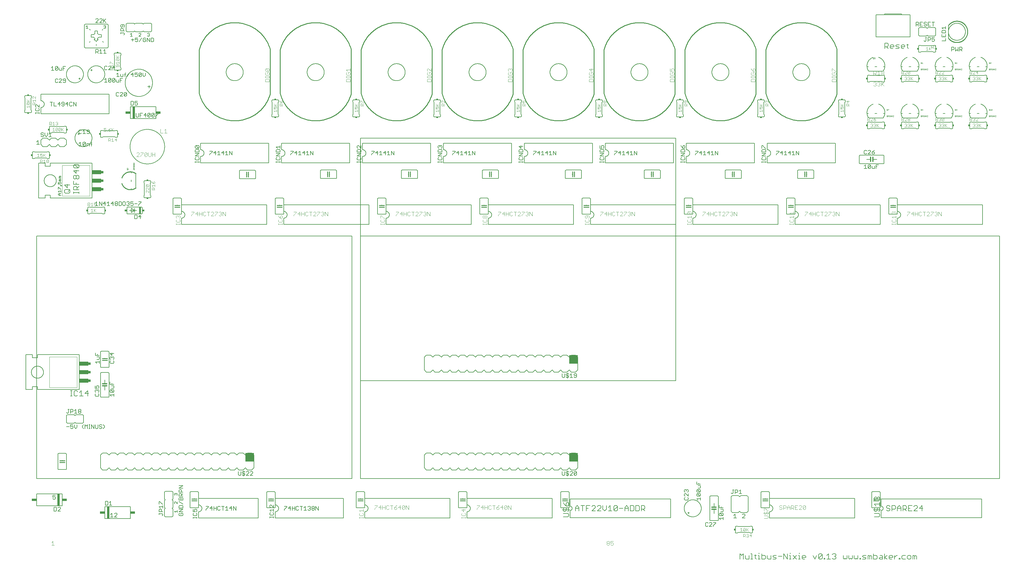
<source format=gto>
G04 EAGLE Gerber RS-274X export*
G75*
%MOMM*%
%FSLAX34Y34*%
%LPD*%
%INSilkscreen Top*%
%IPPOS*%
%AMOC8*
5,1,8,0,0,1.08239X$1,22.5*%
G01*
%ADD10C,0.152400*%
%ADD11C,0.101600*%
%ADD12C,0.177800*%
%ADD13C,0.127000*%
%ADD14C,0.254000*%
%ADD15R,0.381000X0.508000*%
%ADD16C,0.203200*%
%ADD17R,2.540000X2.540000*%
%ADD18C,0.304800*%
%ADD19R,0.508000X0.381000*%
%ADD20R,0.508000X2.032000*%
%ADD21R,0.635000X0.508000*%
%ADD22C,0.020319*%
%ADD23C,0.050800*%
%ADD24R,0.635000X0.762000*%
%ADD25R,2.794000X1.270000*%
%ADD26R,0.635000X3.556000*%
%ADD27R,1.397000X0.762000*%
%ADD28C,0.025400*%


D10*
X2553462Y1448562D02*
X2553462Y1464832D01*
X2561597Y1464832D01*
X2564309Y1462120D01*
X2564309Y1456697D01*
X2561597Y1453985D01*
X2553462Y1453985D01*
X2558885Y1453985D02*
X2564309Y1448562D01*
X2572545Y1448562D02*
X2577969Y1448562D01*
X2572545Y1448562D02*
X2569834Y1451274D01*
X2569834Y1456697D01*
X2572545Y1459409D01*
X2577969Y1459409D01*
X2580680Y1456697D01*
X2580680Y1453985D01*
X2569834Y1453985D01*
X2586205Y1448562D02*
X2594340Y1448562D01*
X2597052Y1451274D01*
X2594340Y1453985D01*
X2588917Y1453985D01*
X2586205Y1456697D01*
X2588917Y1459409D01*
X2597052Y1459409D01*
X2605288Y1448562D02*
X2610712Y1448562D01*
X2605288Y1448562D02*
X2602577Y1451274D01*
X2602577Y1456697D01*
X2605288Y1459409D01*
X2610712Y1459409D01*
X2613423Y1456697D01*
X2613423Y1453985D01*
X2602577Y1453985D01*
X2621660Y1451274D02*
X2621660Y1462120D01*
X2621660Y1451274D02*
X2624372Y1448562D01*
X2624372Y1459409D02*
X2618948Y1459409D01*
X2121662Y-59168D02*
X2121662Y-75438D01*
X2127085Y-64591D02*
X2121662Y-59168D01*
X2127085Y-64591D02*
X2132509Y-59168D01*
X2132509Y-75438D01*
X2138034Y-72726D02*
X2138034Y-64591D01*
X2138034Y-72726D02*
X2140745Y-75438D01*
X2148880Y-75438D01*
X2148880Y-64591D01*
X2154405Y-59168D02*
X2157117Y-59168D01*
X2157117Y-75438D01*
X2159828Y-75438D02*
X2154405Y-75438D01*
X2168031Y-72726D02*
X2168031Y-61880D01*
X2168031Y-72726D02*
X2170743Y-75438D01*
X2170743Y-64591D02*
X2165320Y-64591D01*
X2176234Y-64591D02*
X2178946Y-64591D01*
X2178946Y-75438D01*
X2181657Y-75438D02*
X2176234Y-75438D01*
X2178946Y-59168D02*
X2178946Y-56456D01*
X2187148Y-59168D02*
X2187148Y-75438D01*
X2195283Y-75438D01*
X2197995Y-72726D01*
X2197995Y-67303D01*
X2195283Y-64591D01*
X2187148Y-64591D01*
X2203520Y-64591D02*
X2203520Y-72726D01*
X2206231Y-75438D01*
X2214366Y-75438D01*
X2214366Y-64591D01*
X2219891Y-75438D02*
X2228026Y-75438D01*
X2230738Y-72726D01*
X2228026Y-70015D01*
X2222603Y-70015D01*
X2219891Y-67303D01*
X2222603Y-64591D01*
X2230738Y-64591D01*
X2236263Y-67303D02*
X2247110Y-67303D01*
X2252635Y-75438D02*
X2252635Y-59168D01*
X2263481Y-75438D01*
X2263481Y-59168D01*
X2269006Y-64591D02*
X2271718Y-64591D01*
X2271718Y-75438D01*
X2274429Y-75438D02*
X2269006Y-75438D01*
X2271718Y-59168D02*
X2271718Y-56456D01*
X2279920Y-64591D02*
X2290767Y-75438D01*
X2279920Y-75438D02*
X2290767Y-64591D01*
X2296292Y-64591D02*
X2299004Y-64591D01*
X2299004Y-75438D01*
X2301715Y-75438D02*
X2296292Y-75438D01*
X2299004Y-59168D02*
X2299004Y-56456D01*
X2309918Y-75438D02*
X2315341Y-75438D01*
X2309918Y-75438D02*
X2307206Y-72726D01*
X2307206Y-67303D01*
X2309918Y-64591D01*
X2315341Y-64591D01*
X2318053Y-67303D01*
X2318053Y-70015D01*
X2307206Y-70015D01*
X2339950Y-64591D02*
X2345373Y-75438D01*
X2350796Y-64591D01*
X2356321Y-61880D02*
X2356321Y-72726D01*
X2356321Y-61880D02*
X2359033Y-59168D01*
X2364456Y-59168D01*
X2367168Y-61880D01*
X2367168Y-72726D01*
X2364456Y-75438D01*
X2359033Y-75438D01*
X2356321Y-72726D01*
X2367168Y-61880D01*
X2372693Y-72726D02*
X2372693Y-75438D01*
X2372693Y-72726D02*
X2375404Y-72726D01*
X2375404Y-75438D01*
X2372693Y-75438D01*
X2380878Y-64591D02*
X2386302Y-59168D01*
X2386302Y-75438D01*
X2391725Y-75438D02*
X2380878Y-75438D01*
X2397250Y-61880D02*
X2399962Y-59168D01*
X2405385Y-59168D01*
X2408097Y-61880D01*
X2408097Y-64591D01*
X2405385Y-67303D01*
X2402673Y-67303D01*
X2405385Y-67303D02*
X2408097Y-70015D01*
X2408097Y-72726D01*
X2405385Y-75438D01*
X2399962Y-75438D01*
X2397250Y-72726D01*
X2429993Y-72726D02*
X2429993Y-64591D01*
X2429993Y-72726D02*
X2432705Y-75438D01*
X2435416Y-72726D01*
X2438128Y-75438D01*
X2440840Y-72726D01*
X2440840Y-64591D01*
X2446365Y-64591D02*
X2446365Y-72726D01*
X2449076Y-75438D01*
X2451788Y-72726D01*
X2454500Y-75438D01*
X2457211Y-72726D01*
X2457211Y-64591D01*
X2462736Y-64591D02*
X2462736Y-72726D01*
X2465448Y-75438D01*
X2468160Y-72726D01*
X2470871Y-75438D01*
X2473583Y-72726D01*
X2473583Y-64591D01*
X2479108Y-72726D02*
X2479108Y-75438D01*
X2479108Y-72726D02*
X2481819Y-72726D01*
X2481819Y-75438D01*
X2479108Y-75438D01*
X2487294Y-75438D02*
X2495429Y-75438D01*
X2498140Y-72726D01*
X2495429Y-70015D01*
X2490005Y-70015D01*
X2487294Y-67303D01*
X2490005Y-64591D01*
X2498140Y-64591D01*
X2503665Y-64591D02*
X2503665Y-75438D01*
X2503665Y-64591D02*
X2506377Y-64591D01*
X2509088Y-67303D01*
X2509088Y-75438D01*
X2509088Y-67303D02*
X2511800Y-64591D01*
X2514512Y-67303D01*
X2514512Y-75438D01*
X2520037Y-75438D02*
X2520037Y-59168D01*
X2520037Y-75438D02*
X2528172Y-75438D01*
X2530883Y-72726D01*
X2530883Y-67303D01*
X2528172Y-64591D01*
X2520037Y-64591D01*
X2539120Y-64591D02*
X2544543Y-64591D01*
X2547255Y-67303D01*
X2547255Y-75438D01*
X2539120Y-75438D01*
X2536408Y-72726D01*
X2539120Y-70015D01*
X2547255Y-70015D01*
X2552780Y-75438D02*
X2552780Y-59168D01*
X2552780Y-70015D02*
X2560915Y-75438D01*
X2552780Y-70015D02*
X2560915Y-64591D01*
X2569134Y-75438D02*
X2574558Y-75438D01*
X2569134Y-75438D02*
X2566423Y-72726D01*
X2566423Y-67303D01*
X2569134Y-64591D01*
X2574558Y-64591D01*
X2577269Y-67303D01*
X2577269Y-70015D01*
X2566423Y-70015D01*
X2582794Y-75438D02*
X2582794Y-64591D01*
X2582794Y-70015D02*
X2588218Y-64591D01*
X2590929Y-64591D01*
X2596437Y-72726D02*
X2596437Y-75438D01*
X2596437Y-72726D02*
X2599149Y-72726D01*
X2599149Y-75438D01*
X2596437Y-75438D01*
X2607335Y-64591D02*
X2615470Y-64591D01*
X2607335Y-64591D02*
X2604623Y-67303D01*
X2604623Y-72726D01*
X2607335Y-75438D01*
X2615470Y-75438D01*
X2623706Y-75438D02*
X2629130Y-75438D01*
X2631841Y-72726D01*
X2631841Y-67303D01*
X2629130Y-64591D01*
X2623706Y-64591D01*
X2620995Y-67303D01*
X2620995Y-72726D01*
X2623706Y-75438D01*
X2637366Y-75438D02*
X2637366Y-64591D01*
X2640078Y-64591D01*
X2642790Y-67303D01*
X2642790Y-75438D01*
X2642790Y-67303D02*
X2645501Y-64591D01*
X2648213Y-67303D01*
X2648213Y-75438D01*
D11*
X74002Y-22088D02*
X70104Y-25986D01*
X74002Y-22088D02*
X74002Y-33782D01*
X70104Y-33782D02*
X77900Y-33782D01*
X1725168Y-24037D02*
X1727117Y-22088D01*
X1731015Y-22088D01*
X1732964Y-24037D01*
X1732964Y-25986D01*
X1731015Y-27935D01*
X1732964Y-29884D01*
X1732964Y-31833D01*
X1731015Y-33782D01*
X1727117Y-33782D01*
X1725168Y-31833D01*
X1725168Y-29884D01*
X1727117Y-27935D01*
X1725168Y-25986D01*
X1725168Y-24037D01*
X1727117Y-27935D02*
X1731015Y-27935D01*
X1736862Y-22088D02*
X1744658Y-22088D01*
X1736862Y-22088D02*
X1736862Y-27935D01*
X1740760Y-25986D01*
X1742709Y-25986D01*
X1744658Y-27935D01*
X1744658Y-31833D01*
X1742709Y-33782D01*
X1738811Y-33782D01*
X1736862Y-31833D01*
D10*
X1257300Y105410D02*
X1003300Y105410D01*
X1003300Y46990D02*
X1257300Y46990D01*
X1257300Y105410D01*
X1003300Y105410D02*
X1003300Y86360D01*
X1003300Y66040D02*
X1003300Y46990D01*
X1003300Y66040D02*
X1003547Y66043D01*
X1003795Y66052D01*
X1004042Y66067D01*
X1004288Y66088D01*
X1004534Y66115D01*
X1004779Y66148D01*
X1005024Y66187D01*
X1005267Y66232D01*
X1005509Y66283D01*
X1005750Y66340D01*
X1005989Y66402D01*
X1006227Y66471D01*
X1006463Y66545D01*
X1006697Y66625D01*
X1006929Y66710D01*
X1007159Y66802D01*
X1007387Y66898D01*
X1007612Y67001D01*
X1007835Y67108D01*
X1008055Y67222D01*
X1008272Y67340D01*
X1008487Y67464D01*
X1008698Y67593D01*
X1008906Y67727D01*
X1009111Y67866D01*
X1009312Y68010D01*
X1009510Y68158D01*
X1009704Y68312D01*
X1009894Y68470D01*
X1010080Y68633D01*
X1010262Y68800D01*
X1010440Y68972D01*
X1010614Y69148D01*
X1010784Y69328D01*
X1010949Y69513D01*
X1011109Y69701D01*
X1011265Y69893D01*
X1011417Y70089D01*
X1011563Y70288D01*
X1011705Y70491D01*
X1011841Y70698D01*
X1011973Y70907D01*
X1012099Y71120D01*
X1012220Y71336D01*
X1012336Y71554D01*
X1012446Y71776D01*
X1012551Y72000D01*
X1012651Y72226D01*
X1012745Y72455D01*
X1012833Y72686D01*
X1012916Y72920D01*
X1012993Y73155D01*
X1013064Y73392D01*
X1013130Y73630D01*
X1013189Y73870D01*
X1013243Y74112D01*
X1013291Y74355D01*
X1013333Y74598D01*
X1013369Y74843D01*
X1013399Y75089D01*
X1013423Y75335D01*
X1013441Y75582D01*
X1013453Y75829D01*
X1013459Y76076D01*
X1013459Y76324D01*
X1013453Y76571D01*
X1013441Y76818D01*
X1013423Y77065D01*
X1013399Y77311D01*
X1013369Y77557D01*
X1013333Y77802D01*
X1013291Y78045D01*
X1013243Y78288D01*
X1013189Y78530D01*
X1013130Y78770D01*
X1013064Y79008D01*
X1012993Y79245D01*
X1012916Y79480D01*
X1012833Y79714D01*
X1012745Y79945D01*
X1012651Y80174D01*
X1012551Y80400D01*
X1012446Y80624D01*
X1012336Y80846D01*
X1012220Y81064D01*
X1012099Y81280D01*
X1011973Y81493D01*
X1011841Y81702D01*
X1011705Y81909D01*
X1011563Y82112D01*
X1011417Y82311D01*
X1011265Y82507D01*
X1011109Y82699D01*
X1010949Y82887D01*
X1010784Y83072D01*
X1010614Y83252D01*
X1010440Y83428D01*
X1010262Y83600D01*
X1010080Y83767D01*
X1009894Y83930D01*
X1009704Y84088D01*
X1009510Y84242D01*
X1009312Y84390D01*
X1009111Y84534D01*
X1008906Y84673D01*
X1008698Y84807D01*
X1008487Y84936D01*
X1008272Y85060D01*
X1008055Y85178D01*
X1007835Y85292D01*
X1007612Y85399D01*
X1007387Y85502D01*
X1007159Y85598D01*
X1006929Y85690D01*
X1006697Y85775D01*
X1006463Y85855D01*
X1006227Y85929D01*
X1005989Y85998D01*
X1005750Y86060D01*
X1005509Y86117D01*
X1005267Y86168D01*
X1005024Y86213D01*
X1004779Y86252D01*
X1004534Y86285D01*
X1004288Y86312D01*
X1004042Y86333D01*
X1003795Y86348D01*
X1003547Y86357D01*
X1003300Y86360D01*
D11*
X998982Y50126D02*
X998982Y46228D01*
X998982Y48177D02*
X987288Y48177D01*
X987288Y46228D02*
X987288Y50126D01*
X987288Y59871D02*
X989237Y61820D01*
X987288Y59871D02*
X987288Y55973D01*
X989237Y54024D01*
X997033Y54024D01*
X998982Y55973D01*
X998982Y59871D01*
X997033Y61820D01*
X991186Y65718D02*
X987288Y69616D01*
X998982Y69616D01*
X998982Y65718D02*
X998982Y73514D01*
X1033018Y84592D02*
X1040814Y84592D01*
X1040814Y82643D01*
X1033018Y74847D01*
X1033018Y72898D01*
X1050559Y72898D02*
X1050559Y84592D01*
X1044712Y78745D01*
X1052508Y78745D01*
X1056406Y72898D02*
X1056406Y84592D01*
X1056406Y78745D02*
X1064202Y78745D01*
X1064202Y84592D02*
X1064202Y72898D01*
X1075896Y82643D02*
X1073947Y84592D01*
X1070049Y84592D01*
X1068100Y82643D01*
X1068100Y74847D01*
X1070049Y72898D01*
X1073947Y72898D01*
X1075896Y74847D01*
X1083692Y72898D02*
X1083692Y84592D01*
X1079794Y84592D02*
X1087590Y84592D01*
X1095386Y82643D02*
X1099284Y84592D01*
X1095386Y82643D02*
X1091488Y78745D01*
X1091488Y74847D01*
X1093437Y72898D01*
X1097335Y72898D01*
X1099284Y74847D01*
X1099284Y76796D01*
X1097335Y78745D01*
X1091488Y78745D01*
X1109029Y72898D02*
X1109029Y84592D01*
X1103182Y78745D01*
X1110978Y78745D01*
X1114876Y74847D02*
X1114876Y82643D01*
X1116825Y84592D01*
X1120723Y84592D01*
X1122672Y82643D01*
X1122672Y74847D01*
X1120723Y72898D01*
X1116825Y72898D01*
X1114876Y74847D01*
X1122672Y82643D01*
X1126570Y84592D02*
X1126570Y72898D01*
X1134366Y72898D02*
X1126570Y84592D01*
X1134366Y84592D02*
X1134366Y72898D01*
D10*
X1308100Y105410D02*
X1562100Y105410D01*
X1562100Y46990D02*
X1308100Y46990D01*
X1562100Y46990D02*
X1562100Y105410D01*
X1308100Y105410D02*
X1308100Y86360D01*
X1308100Y66040D02*
X1308100Y46990D01*
X1308100Y66040D02*
X1308347Y66043D01*
X1308595Y66052D01*
X1308842Y66067D01*
X1309088Y66088D01*
X1309334Y66115D01*
X1309579Y66148D01*
X1309824Y66187D01*
X1310067Y66232D01*
X1310309Y66283D01*
X1310550Y66340D01*
X1310789Y66402D01*
X1311027Y66471D01*
X1311263Y66545D01*
X1311497Y66625D01*
X1311729Y66710D01*
X1311959Y66802D01*
X1312187Y66898D01*
X1312412Y67001D01*
X1312635Y67108D01*
X1312855Y67222D01*
X1313072Y67340D01*
X1313287Y67464D01*
X1313498Y67593D01*
X1313706Y67727D01*
X1313911Y67866D01*
X1314112Y68010D01*
X1314310Y68158D01*
X1314504Y68312D01*
X1314694Y68470D01*
X1314880Y68633D01*
X1315062Y68800D01*
X1315240Y68972D01*
X1315414Y69148D01*
X1315584Y69328D01*
X1315749Y69513D01*
X1315909Y69701D01*
X1316065Y69893D01*
X1316217Y70089D01*
X1316363Y70288D01*
X1316505Y70491D01*
X1316641Y70698D01*
X1316773Y70907D01*
X1316899Y71120D01*
X1317020Y71336D01*
X1317136Y71554D01*
X1317246Y71776D01*
X1317351Y72000D01*
X1317451Y72226D01*
X1317545Y72455D01*
X1317633Y72686D01*
X1317716Y72920D01*
X1317793Y73155D01*
X1317864Y73392D01*
X1317930Y73630D01*
X1317989Y73870D01*
X1318043Y74112D01*
X1318091Y74355D01*
X1318133Y74598D01*
X1318169Y74843D01*
X1318199Y75089D01*
X1318223Y75335D01*
X1318241Y75582D01*
X1318253Y75829D01*
X1318259Y76076D01*
X1318259Y76324D01*
X1318253Y76571D01*
X1318241Y76818D01*
X1318223Y77065D01*
X1318199Y77311D01*
X1318169Y77557D01*
X1318133Y77802D01*
X1318091Y78045D01*
X1318043Y78288D01*
X1317989Y78530D01*
X1317930Y78770D01*
X1317864Y79008D01*
X1317793Y79245D01*
X1317716Y79480D01*
X1317633Y79714D01*
X1317545Y79945D01*
X1317451Y80174D01*
X1317351Y80400D01*
X1317246Y80624D01*
X1317136Y80846D01*
X1317020Y81064D01*
X1316899Y81280D01*
X1316773Y81493D01*
X1316641Y81702D01*
X1316505Y81909D01*
X1316363Y82112D01*
X1316217Y82311D01*
X1316065Y82507D01*
X1315909Y82699D01*
X1315749Y82887D01*
X1315584Y83072D01*
X1315414Y83252D01*
X1315240Y83428D01*
X1315062Y83600D01*
X1314880Y83767D01*
X1314694Y83930D01*
X1314504Y84088D01*
X1314310Y84242D01*
X1314112Y84390D01*
X1313911Y84534D01*
X1313706Y84673D01*
X1313498Y84807D01*
X1313287Y84936D01*
X1313072Y85060D01*
X1312855Y85178D01*
X1312635Y85292D01*
X1312412Y85399D01*
X1312187Y85502D01*
X1311959Y85598D01*
X1311729Y85690D01*
X1311497Y85775D01*
X1311263Y85855D01*
X1311027Y85929D01*
X1310789Y85998D01*
X1310550Y86060D01*
X1310309Y86117D01*
X1310067Y86168D01*
X1309824Y86213D01*
X1309579Y86252D01*
X1309334Y86285D01*
X1309088Y86312D01*
X1308842Y86333D01*
X1308595Y86348D01*
X1308347Y86357D01*
X1308100Y86360D01*
D11*
X1303782Y50126D02*
X1303782Y46228D01*
X1303782Y48177D02*
X1292088Y48177D01*
X1292088Y46228D02*
X1292088Y50126D01*
X1292088Y59871D02*
X1294037Y61820D01*
X1292088Y59871D02*
X1292088Y55973D01*
X1294037Y54024D01*
X1301833Y54024D01*
X1303782Y55973D01*
X1303782Y59871D01*
X1301833Y61820D01*
X1303782Y71565D02*
X1292088Y71565D01*
X1297935Y65718D01*
X1297935Y73514D01*
X1337818Y84592D02*
X1345614Y84592D01*
X1345614Y82643D01*
X1337818Y74847D01*
X1337818Y72898D01*
X1355359Y72898D02*
X1355359Y84592D01*
X1349512Y78745D01*
X1357308Y78745D01*
X1361206Y72898D02*
X1361206Y84592D01*
X1361206Y78745D02*
X1369002Y78745D01*
X1369002Y84592D02*
X1369002Y72898D01*
X1380696Y82643D02*
X1378747Y84592D01*
X1374849Y84592D01*
X1372900Y82643D01*
X1372900Y74847D01*
X1374849Y72898D01*
X1378747Y72898D01*
X1380696Y74847D01*
X1388492Y72898D02*
X1388492Y84592D01*
X1384594Y84592D02*
X1392390Y84592D01*
X1400186Y82643D02*
X1404084Y84592D01*
X1400186Y82643D02*
X1396288Y78745D01*
X1396288Y74847D01*
X1398237Y72898D01*
X1402135Y72898D01*
X1404084Y74847D01*
X1404084Y76796D01*
X1402135Y78745D01*
X1396288Y78745D01*
X1413829Y72898D02*
X1413829Y84592D01*
X1407982Y78745D01*
X1415778Y78745D01*
X1419676Y74847D02*
X1419676Y82643D01*
X1421625Y84592D01*
X1425523Y84592D01*
X1427472Y82643D01*
X1427472Y74847D01*
X1425523Y72898D01*
X1421625Y72898D01*
X1419676Y74847D01*
X1427472Y82643D01*
X1431370Y84592D02*
X1431370Y72898D01*
X1439166Y72898D02*
X1431370Y84592D01*
X1439166Y84592D02*
X1439166Y72898D01*
D10*
X1615440Y69850D02*
X1615440Y48260D01*
X1615440Y69850D02*
X1615598Y69852D01*
X1615757Y69858D01*
X1615915Y69868D01*
X1616072Y69882D01*
X1616230Y69899D01*
X1616386Y69921D01*
X1616543Y69946D01*
X1616698Y69976D01*
X1616853Y70009D01*
X1617007Y70046D01*
X1617160Y70087D01*
X1617312Y70132D01*
X1617462Y70181D01*
X1617612Y70233D01*
X1617760Y70289D01*
X1617907Y70349D01*
X1618052Y70412D01*
X1618195Y70479D01*
X1618337Y70549D01*
X1618477Y70623D01*
X1618615Y70701D01*
X1618751Y70782D01*
X1618885Y70866D01*
X1619017Y70953D01*
X1619147Y71044D01*
X1619274Y71138D01*
X1619399Y71235D01*
X1619522Y71336D01*
X1619642Y71439D01*
X1619759Y71545D01*
X1619874Y71654D01*
X1619986Y71766D01*
X1620095Y71881D01*
X1620201Y71998D01*
X1620304Y72118D01*
X1620405Y72241D01*
X1620502Y72366D01*
X1620596Y72493D01*
X1620687Y72623D01*
X1620774Y72755D01*
X1620858Y72889D01*
X1620939Y73025D01*
X1621017Y73163D01*
X1621091Y73303D01*
X1621161Y73445D01*
X1621228Y73588D01*
X1621291Y73733D01*
X1621351Y73880D01*
X1621407Y74028D01*
X1621459Y74178D01*
X1621508Y74328D01*
X1621553Y74480D01*
X1621594Y74633D01*
X1621631Y74787D01*
X1621664Y74942D01*
X1621694Y75097D01*
X1621719Y75254D01*
X1621741Y75410D01*
X1621758Y75568D01*
X1621772Y75725D01*
X1621782Y75883D01*
X1621788Y76042D01*
X1621790Y76200D01*
X1621788Y76358D01*
X1621782Y76517D01*
X1621772Y76675D01*
X1621758Y76832D01*
X1621741Y76990D01*
X1621719Y77146D01*
X1621694Y77303D01*
X1621664Y77458D01*
X1621631Y77613D01*
X1621594Y77767D01*
X1621553Y77920D01*
X1621508Y78072D01*
X1621459Y78222D01*
X1621407Y78372D01*
X1621351Y78520D01*
X1621291Y78667D01*
X1621228Y78812D01*
X1621161Y78955D01*
X1621091Y79097D01*
X1621017Y79237D01*
X1620939Y79375D01*
X1620858Y79511D01*
X1620774Y79645D01*
X1620687Y79777D01*
X1620596Y79907D01*
X1620502Y80034D01*
X1620405Y80159D01*
X1620304Y80282D01*
X1620201Y80402D01*
X1620095Y80519D01*
X1619986Y80634D01*
X1619874Y80746D01*
X1619759Y80855D01*
X1619642Y80961D01*
X1619522Y81064D01*
X1619399Y81165D01*
X1619274Y81262D01*
X1619147Y81356D01*
X1619017Y81447D01*
X1618885Y81534D01*
X1618751Y81618D01*
X1618615Y81699D01*
X1618477Y81777D01*
X1618337Y81851D01*
X1618195Y81921D01*
X1618052Y81988D01*
X1617907Y82051D01*
X1617760Y82111D01*
X1617612Y82167D01*
X1617462Y82219D01*
X1617312Y82268D01*
X1617160Y82313D01*
X1617007Y82354D01*
X1616853Y82391D01*
X1616698Y82424D01*
X1616543Y82454D01*
X1616386Y82479D01*
X1616230Y82501D01*
X1616072Y82518D01*
X1615915Y82532D01*
X1615757Y82542D01*
X1615598Y82548D01*
X1615440Y82550D01*
X1915160Y104140D02*
X1915160Y48260D01*
X1615440Y48260D01*
X1615440Y104140D02*
X1915160Y104140D01*
X1615440Y104140D02*
X1615440Y82550D01*
D12*
X1608834Y50419D02*
X1595487Y50419D01*
X1608834Y50419D02*
X1611503Y53088D01*
X1611503Y58427D01*
X1608834Y61096D01*
X1595487Y61096D01*
X1608834Y66791D02*
X1611503Y69460D01*
X1611503Y74798D01*
X1608834Y77468D01*
X1606164Y77468D01*
X1603495Y74798D01*
X1603495Y69460D01*
X1600826Y66791D01*
X1598157Y66791D01*
X1595487Y69460D01*
X1595487Y74798D01*
X1598157Y77468D01*
X1592818Y72129D02*
X1614172Y72129D01*
X1598157Y88501D02*
X1595487Y93839D01*
X1598157Y88501D02*
X1603495Y83162D01*
X1608834Y83162D01*
X1611503Y85831D01*
X1611503Y91170D01*
X1608834Y93839D01*
X1606164Y93839D01*
X1603495Y91170D01*
X1603495Y83162D01*
X1631569Y78876D02*
X1631569Y68199D01*
X1631569Y78876D02*
X1636908Y84215D01*
X1642246Y78876D01*
X1642246Y68199D01*
X1642246Y76207D02*
X1631569Y76207D01*
X1653279Y68199D02*
X1653279Y84215D01*
X1647941Y84215D02*
X1658618Y84215D01*
X1664312Y84215D02*
X1664312Y68199D01*
X1664312Y84215D02*
X1674989Y84215D01*
X1669651Y76207D02*
X1664312Y76207D01*
X1680684Y68199D02*
X1691361Y68199D01*
X1680684Y68199D02*
X1691361Y78876D01*
X1691361Y81545D01*
X1688692Y84215D01*
X1683353Y84215D01*
X1680684Y81545D01*
X1697055Y68199D02*
X1707732Y68199D01*
X1697055Y68199D02*
X1707732Y78876D01*
X1707732Y81545D01*
X1705063Y84215D01*
X1699725Y84215D01*
X1697055Y81545D01*
X1713427Y84215D02*
X1713427Y73538D01*
X1718765Y68199D01*
X1724104Y73538D01*
X1724104Y84215D01*
X1729798Y78876D02*
X1735137Y84215D01*
X1735137Y68199D01*
X1729798Y68199D02*
X1740476Y68199D01*
X1746170Y70868D02*
X1746170Y81545D01*
X1748839Y84215D01*
X1754178Y84215D01*
X1756847Y81545D01*
X1756847Y70868D01*
X1754178Y68199D01*
X1748839Y68199D01*
X1746170Y70868D01*
X1756847Y81545D01*
X1762542Y76207D02*
X1773219Y76207D01*
X1778913Y78876D02*
X1778913Y68199D01*
X1778913Y78876D02*
X1784252Y84215D01*
X1789590Y78876D01*
X1789590Y68199D01*
X1789590Y76207D02*
X1778913Y76207D01*
X1795285Y84215D02*
X1795285Y68199D01*
X1803292Y68199D01*
X1805962Y70868D01*
X1805962Y81545D01*
X1803292Y84215D01*
X1795285Y84215D01*
X1811656Y84215D02*
X1811656Y68199D01*
X1819664Y68199D01*
X1822333Y70868D01*
X1822333Y81545D01*
X1819664Y84215D01*
X1811656Y84215D01*
X1828028Y84215D02*
X1828028Y68199D01*
X1828028Y84215D02*
X1836036Y84215D01*
X1838705Y81545D01*
X1838705Y76207D01*
X1836036Y73538D01*
X1828028Y73538D01*
X1833366Y73538D02*
X1838705Y68199D01*
D10*
X939800Y105410D02*
X736600Y105410D01*
X736600Y46990D02*
X939800Y46990D01*
X939800Y105410D01*
X736600Y105410D02*
X736600Y86360D01*
X736600Y66040D02*
X736600Y46990D01*
X736600Y66040D02*
X736847Y66043D01*
X737095Y66052D01*
X737342Y66067D01*
X737588Y66088D01*
X737834Y66115D01*
X738079Y66148D01*
X738324Y66187D01*
X738567Y66232D01*
X738809Y66283D01*
X739050Y66340D01*
X739289Y66402D01*
X739527Y66471D01*
X739763Y66545D01*
X739997Y66625D01*
X740229Y66710D01*
X740459Y66802D01*
X740687Y66898D01*
X740912Y67001D01*
X741135Y67108D01*
X741355Y67222D01*
X741572Y67340D01*
X741787Y67464D01*
X741998Y67593D01*
X742206Y67727D01*
X742411Y67866D01*
X742612Y68010D01*
X742810Y68158D01*
X743004Y68312D01*
X743194Y68470D01*
X743380Y68633D01*
X743562Y68800D01*
X743740Y68972D01*
X743914Y69148D01*
X744084Y69328D01*
X744249Y69513D01*
X744409Y69701D01*
X744565Y69893D01*
X744717Y70089D01*
X744863Y70288D01*
X745005Y70491D01*
X745141Y70698D01*
X745273Y70907D01*
X745399Y71120D01*
X745520Y71336D01*
X745636Y71554D01*
X745746Y71776D01*
X745851Y72000D01*
X745951Y72226D01*
X746045Y72455D01*
X746133Y72686D01*
X746216Y72920D01*
X746293Y73155D01*
X746364Y73392D01*
X746430Y73630D01*
X746489Y73870D01*
X746543Y74112D01*
X746591Y74355D01*
X746633Y74598D01*
X746669Y74843D01*
X746699Y75089D01*
X746723Y75335D01*
X746741Y75582D01*
X746753Y75829D01*
X746759Y76076D01*
X746759Y76324D01*
X746753Y76571D01*
X746741Y76818D01*
X746723Y77065D01*
X746699Y77311D01*
X746669Y77557D01*
X746633Y77802D01*
X746591Y78045D01*
X746543Y78288D01*
X746489Y78530D01*
X746430Y78770D01*
X746364Y79008D01*
X746293Y79245D01*
X746216Y79480D01*
X746133Y79714D01*
X746045Y79945D01*
X745951Y80174D01*
X745851Y80400D01*
X745746Y80624D01*
X745636Y80846D01*
X745520Y81064D01*
X745399Y81280D01*
X745273Y81493D01*
X745141Y81702D01*
X745005Y81909D01*
X744863Y82112D01*
X744717Y82311D01*
X744565Y82507D01*
X744409Y82699D01*
X744249Y82887D01*
X744084Y83072D01*
X743914Y83252D01*
X743740Y83428D01*
X743562Y83600D01*
X743380Y83767D01*
X743194Y83930D01*
X743004Y84088D01*
X742810Y84242D01*
X742612Y84390D01*
X742411Y84534D01*
X742206Y84673D01*
X741998Y84807D01*
X741787Y84936D01*
X741572Y85060D01*
X741355Y85178D01*
X741135Y85292D01*
X740912Y85399D01*
X740687Y85502D01*
X740459Y85598D01*
X740229Y85690D01*
X739997Y85775D01*
X739763Y85855D01*
X739527Y85929D01*
X739289Y85998D01*
X739050Y86060D01*
X738809Y86117D01*
X738567Y86168D01*
X738324Y86213D01*
X738079Y86252D01*
X737834Y86285D01*
X737588Y86312D01*
X737342Y86333D01*
X737095Y86348D01*
X736847Y86357D01*
X736600Y86360D01*
D13*
X732155Y51438D02*
X732155Y47625D01*
X732155Y49532D02*
X720715Y49532D01*
X720715Y51438D02*
X720715Y47625D01*
X720715Y61141D02*
X722622Y63047D01*
X720715Y61141D02*
X720715Y57328D01*
X722622Y55421D01*
X730248Y55421D01*
X732155Y57328D01*
X732155Y61141D01*
X730248Y63047D01*
X724529Y67115D02*
X720715Y70928D01*
X732155Y70928D01*
X732155Y67115D02*
X732155Y74741D01*
X732155Y78809D02*
X732155Y86435D01*
X732155Y78809D02*
X724529Y86435D01*
X722622Y86435D01*
X720715Y84529D01*
X720715Y80716D01*
X722622Y78809D01*
X763905Y81925D02*
X771532Y81925D01*
X771532Y80018D01*
X763905Y72392D01*
X763905Y70485D01*
X781319Y70485D02*
X781319Y81925D01*
X775599Y76205D01*
X783225Y76205D01*
X787293Y70485D02*
X787293Y81925D01*
X787293Y76205D02*
X794919Y76205D01*
X794919Y81925D02*
X794919Y70485D01*
X804707Y81925D02*
X806613Y80018D01*
X804707Y81925D02*
X800894Y81925D01*
X798987Y80018D01*
X798987Y72392D01*
X800894Y70485D01*
X804707Y70485D01*
X806613Y72392D01*
X814494Y70485D02*
X814494Y81925D01*
X810681Y81925D02*
X818307Y81925D01*
X822375Y78112D02*
X826188Y81925D01*
X826188Y70485D01*
X822375Y70485D02*
X830001Y70485D01*
X834069Y80018D02*
X835975Y81925D01*
X839789Y81925D01*
X841695Y80018D01*
X841695Y78112D01*
X839789Y76205D01*
X837882Y76205D01*
X839789Y76205D02*
X841695Y74298D01*
X841695Y72392D01*
X839789Y70485D01*
X835975Y70485D01*
X834069Y72392D01*
X845763Y80018D02*
X847669Y81925D01*
X851483Y81925D01*
X853389Y80018D01*
X853389Y78112D01*
X851483Y76205D01*
X853389Y74298D01*
X853389Y72392D01*
X851483Y70485D01*
X847669Y70485D01*
X845763Y72392D01*
X845763Y74298D01*
X847669Y76205D01*
X845763Y78112D01*
X845763Y80018D01*
X847669Y76205D02*
X851483Y76205D01*
X857457Y70485D02*
X857457Y81925D01*
X865083Y70485D01*
X865083Y81925D01*
D10*
X762000Y956310D02*
X762000Y999490D01*
X736600Y999490D02*
X736600Y956310D01*
X739140Y953770D02*
X759460Y953770D01*
X759460Y1002030D02*
X739140Y1002030D01*
X762000Y956310D02*
X761998Y956210D01*
X761992Y956111D01*
X761982Y956011D01*
X761969Y955913D01*
X761951Y955814D01*
X761930Y955717D01*
X761905Y955621D01*
X761876Y955525D01*
X761843Y955431D01*
X761807Y955338D01*
X761767Y955247D01*
X761723Y955157D01*
X761676Y955069D01*
X761626Y954983D01*
X761572Y954899D01*
X761515Y954817D01*
X761455Y954738D01*
X761391Y954660D01*
X761325Y954586D01*
X761256Y954514D01*
X761184Y954445D01*
X761110Y954379D01*
X761032Y954315D01*
X760953Y954255D01*
X760871Y954198D01*
X760787Y954144D01*
X760701Y954094D01*
X760613Y954047D01*
X760523Y954003D01*
X760432Y953963D01*
X760339Y953927D01*
X760245Y953894D01*
X760149Y953865D01*
X760053Y953840D01*
X759956Y953819D01*
X759857Y953801D01*
X759759Y953788D01*
X759659Y953778D01*
X759560Y953772D01*
X759460Y953770D01*
X762000Y999490D02*
X761998Y999590D01*
X761992Y999689D01*
X761982Y999789D01*
X761969Y999887D01*
X761951Y999986D01*
X761930Y1000083D01*
X761905Y1000179D01*
X761876Y1000275D01*
X761843Y1000369D01*
X761807Y1000462D01*
X761767Y1000553D01*
X761723Y1000643D01*
X761676Y1000731D01*
X761626Y1000817D01*
X761572Y1000901D01*
X761515Y1000983D01*
X761455Y1001062D01*
X761391Y1001140D01*
X761325Y1001214D01*
X761256Y1001286D01*
X761184Y1001355D01*
X761110Y1001421D01*
X761032Y1001485D01*
X760953Y1001545D01*
X760871Y1001602D01*
X760787Y1001656D01*
X760701Y1001706D01*
X760613Y1001753D01*
X760523Y1001797D01*
X760432Y1001837D01*
X760339Y1001873D01*
X760245Y1001906D01*
X760149Y1001935D01*
X760053Y1001960D01*
X759956Y1001981D01*
X759857Y1001999D01*
X759759Y1002012D01*
X759659Y1002022D01*
X759560Y1002028D01*
X759460Y1002030D01*
X736600Y956310D02*
X736602Y956210D01*
X736608Y956111D01*
X736618Y956011D01*
X736631Y955913D01*
X736649Y955814D01*
X736670Y955717D01*
X736695Y955621D01*
X736724Y955525D01*
X736757Y955431D01*
X736793Y955338D01*
X736833Y955247D01*
X736877Y955157D01*
X736924Y955069D01*
X736974Y954983D01*
X737028Y954899D01*
X737085Y954817D01*
X737145Y954738D01*
X737209Y954660D01*
X737275Y954586D01*
X737344Y954514D01*
X737416Y954445D01*
X737490Y954379D01*
X737568Y954315D01*
X737647Y954255D01*
X737729Y954198D01*
X737813Y954144D01*
X737899Y954094D01*
X737987Y954047D01*
X738077Y954003D01*
X738168Y953963D01*
X738261Y953927D01*
X738355Y953894D01*
X738451Y953865D01*
X738547Y953840D01*
X738644Y953819D01*
X738743Y953801D01*
X738841Y953788D01*
X738941Y953778D01*
X739040Y953772D01*
X739140Y953770D01*
X736600Y999490D02*
X736602Y999590D01*
X736608Y999689D01*
X736618Y999789D01*
X736631Y999887D01*
X736649Y999986D01*
X736670Y1000083D01*
X736695Y1000179D01*
X736724Y1000275D01*
X736757Y1000369D01*
X736793Y1000462D01*
X736833Y1000553D01*
X736877Y1000643D01*
X736924Y1000731D01*
X736974Y1000817D01*
X737028Y1000901D01*
X737085Y1000983D01*
X737145Y1001062D01*
X737209Y1001140D01*
X737275Y1001214D01*
X737344Y1001286D01*
X737416Y1001355D01*
X737490Y1001421D01*
X737568Y1001485D01*
X737647Y1001545D01*
X737729Y1001602D01*
X737813Y1001656D01*
X737899Y1001706D01*
X737987Y1001753D01*
X738077Y1001797D01*
X738168Y1001837D01*
X738261Y1001873D01*
X738355Y1001906D01*
X738451Y1001935D01*
X738547Y1001960D01*
X738644Y1001981D01*
X738743Y1001999D01*
X738841Y1002012D01*
X738941Y1002022D01*
X739040Y1002028D01*
X739140Y1002030D01*
X749300Y975360D02*
X749300Y974090D01*
D14*
X749300Y975360D02*
X756920Y975360D01*
X749300Y975360D02*
X741680Y975360D01*
X749300Y980440D02*
X756920Y980440D01*
X749300Y980440D02*
X741680Y980440D01*
D10*
X749300Y980440D02*
X749300Y981710D01*
X508000Y123190D02*
X508000Y80010D01*
X482600Y80010D02*
X482600Y123190D01*
X485140Y77470D02*
X505460Y77470D01*
X505460Y125730D02*
X485140Y125730D01*
X508000Y80010D02*
X507998Y79910D01*
X507992Y79811D01*
X507982Y79711D01*
X507969Y79613D01*
X507951Y79514D01*
X507930Y79417D01*
X507905Y79321D01*
X507876Y79225D01*
X507843Y79131D01*
X507807Y79038D01*
X507767Y78947D01*
X507723Y78857D01*
X507676Y78769D01*
X507626Y78683D01*
X507572Y78599D01*
X507515Y78517D01*
X507455Y78438D01*
X507391Y78360D01*
X507325Y78286D01*
X507256Y78214D01*
X507184Y78145D01*
X507110Y78079D01*
X507032Y78015D01*
X506953Y77955D01*
X506871Y77898D01*
X506787Y77844D01*
X506701Y77794D01*
X506613Y77747D01*
X506523Y77703D01*
X506432Y77663D01*
X506339Y77627D01*
X506245Y77594D01*
X506149Y77565D01*
X506053Y77540D01*
X505956Y77519D01*
X505857Y77501D01*
X505759Y77488D01*
X505659Y77478D01*
X505560Y77472D01*
X505460Y77470D01*
X508000Y123190D02*
X507998Y123290D01*
X507992Y123389D01*
X507982Y123489D01*
X507969Y123587D01*
X507951Y123686D01*
X507930Y123783D01*
X507905Y123879D01*
X507876Y123975D01*
X507843Y124069D01*
X507807Y124162D01*
X507767Y124253D01*
X507723Y124343D01*
X507676Y124431D01*
X507626Y124517D01*
X507572Y124601D01*
X507515Y124683D01*
X507455Y124762D01*
X507391Y124840D01*
X507325Y124914D01*
X507256Y124986D01*
X507184Y125055D01*
X507110Y125121D01*
X507032Y125185D01*
X506953Y125245D01*
X506871Y125302D01*
X506787Y125356D01*
X506701Y125406D01*
X506613Y125453D01*
X506523Y125497D01*
X506432Y125537D01*
X506339Y125573D01*
X506245Y125606D01*
X506149Y125635D01*
X506053Y125660D01*
X505956Y125681D01*
X505857Y125699D01*
X505759Y125712D01*
X505659Y125722D01*
X505560Y125728D01*
X505460Y125730D01*
X482600Y80010D02*
X482602Y79910D01*
X482608Y79811D01*
X482618Y79711D01*
X482631Y79613D01*
X482649Y79514D01*
X482670Y79417D01*
X482695Y79321D01*
X482724Y79225D01*
X482757Y79131D01*
X482793Y79038D01*
X482833Y78947D01*
X482877Y78857D01*
X482924Y78769D01*
X482974Y78683D01*
X483028Y78599D01*
X483085Y78517D01*
X483145Y78438D01*
X483209Y78360D01*
X483275Y78286D01*
X483344Y78214D01*
X483416Y78145D01*
X483490Y78079D01*
X483568Y78015D01*
X483647Y77955D01*
X483729Y77898D01*
X483813Y77844D01*
X483899Y77794D01*
X483987Y77747D01*
X484077Y77703D01*
X484168Y77663D01*
X484261Y77627D01*
X484355Y77594D01*
X484451Y77565D01*
X484547Y77540D01*
X484644Y77519D01*
X484743Y77501D01*
X484841Y77488D01*
X484941Y77478D01*
X485040Y77472D01*
X485140Y77470D01*
X482600Y123190D02*
X482602Y123290D01*
X482608Y123389D01*
X482618Y123489D01*
X482631Y123587D01*
X482649Y123686D01*
X482670Y123783D01*
X482695Y123879D01*
X482724Y123975D01*
X482757Y124069D01*
X482793Y124162D01*
X482833Y124253D01*
X482877Y124343D01*
X482924Y124431D01*
X482974Y124517D01*
X483028Y124601D01*
X483085Y124683D01*
X483145Y124762D01*
X483209Y124840D01*
X483275Y124914D01*
X483344Y124986D01*
X483416Y125055D01*
X483490Y125121D01*
X483568Y125185D01*
X483647Y125245D01*
X483729Y125302D01*
X483813Y125356D01*
X483899Y125406D01*
X483987Y125453D01*
X484077Y125497D01*
X484168Y125537D01*
X484261Y125573D01*
X484355Y125606D01*
X484451Y125635D01*
X484547Y125660D01*
X484644Y125681D01*
X484743Y125699D01*
X484841Y125712D01*
X484941Y125722D01*
X485040Y125728D01*
X485140Y125730D01*
X495300Y99060D02*
X495300Y97790D01*
D14*
X495300Y99060D02*
X502920Y99060D01*
X495300Y99060D02*
X487680Y99060D01*
X495300Y104140D02*
X502920Y104140D01*
X495300Y104140D02*
X487680Y104140D01*
D10*
X495300Y104140D02*
X495300Y105410D01*
X1604010Y1085850D02*
X1647190Y1085850D01*
X1647190Y1060450D02*
X1604010Y1060450D01*
X1649730Y1062990D02*
X1649730Y1083310D01*
X1601470Y1083310D02*
X1601470Y1062990D01*
X1647190Y1085850D02*
X1647290Y1085848D01*
X1647389Y1085842D01*
X1647489Y1085832D01*
X1647587Y1085819D01*
X1647686Y1085801D01*
X1647783Y1085780D01*
X1647879Y1085755D01*
X1647975Y1085726D01*
X1648069Y1085693D01*
X1648162Y1085657D01*
X1648253Y1085617D01*
X1648343Y1085573D01*
X1648431Y1085526D01*
X1648517Y1085476D01*
X1648601Y1085422D01*
X1648683Y1085365D01*
X1648762Y1085305D01*
X1648840Y1085241D01*
X1648914Y1085175D01*
X1648986Y1085106D01*
X1649055Y1085034D01*
X1649121Y1084960D01*
X1649185Y1084882D01*
X1649245Y1084803D01*
X1649302Y1084721D01*
X1649356Y1084637D01*
X1649406Y1084551D01*
X1649453Y1084463D01*
X1649497Y1084373D01*
X1649537Y1084282D01*
X1649573Y1084189D01*
X1649606Y1084095D01*
X1649635Y1083999D01*
X1649660Y1083903D01*
X1649681Y1083806D01*
X1649699Y1083707D01*
X1649712Y1083609D01*
X1649722Y1083509D01*
X1649728Y1083410D01*
X1649730Y1083310D01*
X1604010Y1085850D02*
X1603910Y1085848D01*
X1603811Y1085842D01*
X1603711Y1085832D01*
X1603613Y1085819D01*
X1603514Y1085801D01*
X1603417Y1085780D01*
X1603321Y1085755D01*
X1603225Y1085726D01*
X1603131Y1085693D01*
X1603038Y1085657D01*
X1602947Y1085617D01*
X1602857Y1085573D01*
X1602769Y1085526D01*
X1602683Y1085476D01*
X1602599Y1085422D01*
X1602517Y1085365D01*
X1602438Y1085305D01*
X1602360Y1085241D01*
X1602286Y1085175D01*
X1602214Y1085106D01*
X1602145Y1085034D01*
X1602079Y1084960D01*
X1602015Y1084882D01*
X1601955Y1084803D01*
X1601898Y1084721D01*
X1601844Y1084637D01*
X1601794Y1084551D01*
X1601747Y1084463D01*
X1601703Y1084373D01*
X1601663Y1084282D01*
X1601627Y1084189D01*
X1601594Y1084095D01*
X1601565Y1083999D01*
X1601540Y1083903D01*
X1601519Y1083806D01*
X1601501Y1083707D01*
X1601488Y1083609D01*
X1601478Y1083509D01*
X1601472Y1083410D01*
X1601470Y1083310D01*
X1647190Y1060450D02*
X1647290Y1060452D01*
X1647389Y1060458D01*
X1647489Y1060468D01*
X1647587Y1060481D01*
X1647686Y1060499D01*
X1647783Y1060520D01*
X1647879Y1060545D01*
X1647975Y1060574D01*
X1648069Y1060607D01*
X1648162Y1060643D01*
X1648253Y1060683D01*
X1648343Y1060727D01*
X1648431Y1060774D01*
X1648517Y1060824D01*
X1648601Y1060878D01*
X1648683Y1060935D01*
X1648762Y1060995D01*
X1648840Y1061059D01*
X1648914Y1061125D01*
X1648986Y1061194D01*
X1649055Y1061266D01*
X1649121Y1061340D01*
X1649185Y1061418D01*
X1649245Y1061497D01*
X1649302Y1061579D01*
X1649356Y1061663D01*
X1649406Y1061749D01*
X1649453Y1061837D01*
X1649497Y1061927D01*
X1649537Y1062018D01*
X1649573Y1062111D01*
X1649606Y1062205D01*
X1649635Y1062301D01*
X1649660Y1062397D01*
X1649681Y1062494D01*
X1649699Y1062593D01*
X1649712Y1062691D01*
X1649722Y1062791D01*
X1649728Y1062890D01*
X1649730Y1062990D01*
X1604010Y1060450D02*
X1603910Y1060452D01*
X1603811Y1060458D01*
X1603711Y1060468D01*
X1603613Y1060481D01*
X1603514Y1060499D01*
X1603417Y1060520D01*
X1603321Y1060545D01*
X1603225Y1060574D01*
X1603131Y1060607D01*
X1603038Y1060643D01*
X1602947Y1060683D01*
X1602857Y1060727D01*
X1602769Y1060774D01*
X1602683Y1060824D01*
X1602599Y1060878D01*
X1602517Y1060935D01*
X1602438Y1060995D01*
X1602360Y1061059D01*
X1602286Y1061125D01*
X1602214Y1061194D01*
X1602145Y1061266D01*
X1602079Y1061340D01*
X1602015Y1061418D01*
X1601955Y1061497D01*
X1601898Y1061579D01*
X1601844Y1061663D01*
X1601794Y1061749D01*
X1601747Y1061837D01*
X1601703Y1061927D01*
X1601663Y1062018D01*
X1601627Y1062111D01*
X1601594Y1062205D01*
X1601565Y1062301D01*
X1601540Y1062397D01*
X1601519Y1062494D01*
X1601501Y1062593D01*
X1601488Y1062691D01*
X1601478Y1062791D01*
X1601472Y1062890D01*
X1601470Y1062990D01*
X1628140Y1073150D02*
X1629410Y1073150D01*
D14*
X1628140Y1073150D02*
X1628140Y1080770D01*
X1628140Y1073150D02*
X1628140Y1065530D01*
X1623060Y1073150D02*
X1623060Y1080770D01*
X1623060Y1073150D02*
X1623060Y1065530D01*
D10*
X1623060Y1073150D02*
X1621790Y1073150D01*
X1676400Y999490D02*
X1676400Y956310D01*
X1651000Y956310D02*
X1651000Y999490D01*
X1653540Y953770D02*
X1673860Y953770D01*
X1673860Y1002030D02*
X1653540Y1002030D01*
X1676400Y956310D02*
X1676398Y956210D01*
X1676392Y956111D01*
X1676382Y956011D01*
X1676369Y955913D01*
X1676351Y955814D01*
X1676330Y955717D01*
X1676305Y955621D01*
X1676276Y955525D01*
X1676243Y955431D01*
X1676207Y955338D01*
X1676167Y955247D01*
X1676123Y955157D01*
X1676076Y955069D01*
X1676026Y954983D01*
X1675972Y954899D01*
X1675915Y954817D01*
X1675855Y954738D01*
X1675791Y954660D01*
X1675725Y954586D01*
X1675656Y954514D01*
X1675584Y954445D01*
X1675510Y954379D01*
X1675432Y954315D01*
X1675353Y954255D01*
X1675271Y954198D01*
X1675187Y954144D01*
X1675101Y954094D01*
X1675013Y954047D01*
X1674923Y954003D01*
X1674832Y953963D01*
X1674739Y953927D01*
X1674645Y953894D01*
X1674549Y953865D01*
X1674453Y953840D01*
X1674356Y953819D01*
X1674257Y953801D01*
X1674159Y953788D01*
X1674059Y953778D01*
X1673960Y953772D01*
X1673860Y953770D01*
X1676400Y999490D02*
X1676398Y999590D01*
X1676392Y999689D01*
X1676382Y999789D01*
X1676369Y999887D01*
X1676351Y999986D01*
X1676330Y1000083D01*
X1676305Y1000179D01*
X1676276Y1000275D01*
X1676243Y1000369D01*
X1676207Y1000462D01*
X1676167Y1000553D01*
X1676123Y1000643D01*
X1676076Y1000731D01*
X1676026Y1000817D01*
X1675972Y1000901D01*
X1675915Y1000983D01*
X1675855Y1001062D01*
X1675791Y1001140D01*
X1675725Y1001214D01*
X1675656Y1001286D01*
X1675584Y1001355D01*
X1675510Y1001421D01*
X1675432Y1001485D01*
X1675353Y1001545D01*
X1675271Y1001602D01*
X1675187Y1001656D01*
X1675101Y1001706D01*
X1675013Y1001753D01*
X1674923Y1001797D01*
X1674832Y1001837D01*
X1674739Y1001873D01*
X1674645Y1001906D01*
X1674549Y1001935D01*
X1674453Y1001960D01*
X1674356Y1001981D01*
X1674257Y1001999D01*
X1674159Y1002012D01*
X1674059Y1002022D01*
X1673960Y1002028D01*
X1673860Y1002030D01*
X1651000Y956310D02*
X1651002Y956210D01*
X1651008Y956111D01*
X1651018Y956011D01*
X1651031Y955913D01*
X1651049Y955814D01*
X1651070Y955717D01*
X1651095Y955621D01*
X1651124Y955525D01*
X1651157Y955431D01*
X1651193Y955338D01*
X1651233Y955247D01*
X1651277Y955157D01*
X1651324Y955069D01*
X1651374Y954983D01*
X1651428Y954899D01*
X1651485Y954817D01*
X1651545Y954738D01*
X1651609Y954660D01*
X1651675Y954586D01*
X1651744Y954514D01*
X1651816Y954445D01*
X1651890Y954379D01*
X1651968Y954315D01*
X1652047Y954255D01*
X1652129Y954198D01*
X1652213Y954144D01*
X1652299Y954094D01*
X1652387Y954047D01*
X1652477Y954003D01*
X1652568Y953963D01*
X1652661Y953927D01*
X1652755Y953894D01*
X1652851Y953865D01*
X1652947Y953840D01*
X1653044Y953819D01*
X1653143Y953801D01*
X1653241Y953788D01*
X1653341Y953778D01*
X1653440Y953772D01*
X1653540Y953770D01*
X1651000Y999490D02*
X1651002Y999590D01*
X1651008Y999689D01*
X1651018Y999789D01*
X1651031Y999887D01*
X1651049Y999986D01*
X1651070Y1000083D01*
X1651095Y1000179D01*
X1651124Y1000275D01*
X1651157Y1000369D01*
X1651193Y1000462D01*
X1651233Y1000553D01*
X1651277Y1000643D01*
X1651324Y1000731D01*
X1651374Y1000817D01*
X1651428Y1000901D01*
X1651485Y1000983D01*
X1651545Y1001062D01*
X1651609Y1001140D01*
X1651675Y1001214D01*
X1651744Y1001286D01*
X1651816Y1001355D01*
X1651890Y1001421D01*
X1651968Y1001485D01*
X1652047Y1001545D01*
X1652129Y1001602D01*
X1652213Y1001656D01*
X1652299Y1001706D01*
X1652387Y1001753D01*
X1652477Y1001797D01*
X1652568Y1001837D01*
X1652661Y1001873D01*
X1652755Y1001906D01*
X1652851Y1001935D01*
X1652947Y1001960D01*
X1653044Y1001981D01*
X1653143Y1001999D01*
X1653241Y1002012D01*
X1653341Y1002022D01*
X1653440Y1002028D01*
X1653540Y1002030D01*
X1663700Y975360D02*
X1663700Y974090D01*
D14*
X1663700Y975360D02*
X1671320Y975360D01*
X1663700Y975360D02*
X1656080Y975360D01*
X1663700Y980440D02*
X1671320Y980440D01*
X1663700Y980440D02*
X1656080Y980440D01*
D10*
X1663700Y980440D02*
X1663700Y981710D01*
X1838960Y1085850D02*
X1882140Y1085850D01*
X1882140Y1060450D02*
X1838960Y1060450D01*
X1884680Y1062990D02*
X1884680Y1083310D01*
X1836420Y1083310D02*
X1836420Y1062990D01*
X1882140Y1085850D02*
X1882240Y1085848D01*
X1882339Y1085842D01*
X1882439Y1085832D01*
X1882537Y1085819D01*
X1882636Y1085801D01*
X1882733Y1085780D01*
X1882829Y1085755D01*
X1882925Y1085726D01*
X1883019Y1085693D01*
X1883112Y1085657D01*
X1883203Y1085617D01*
X1883293Y1085573D01*
X1883381Y1085526D01*
X1883467Y1085476D01*
X1883551Y1085422D01*
X1883633Y1085365D01*
X1883712Y1085305D01*
X1883790Y1085241D01*
X1883864Y1085175D01*
X1883936Y1085106D01*
X1884005Y1085034D01*
X1884071Y1084960D01*
X1884135Y1084882D01*
X1884195Y1084803D01*
X1884252Y1084721D01*
X1884306Y1084637D01*
X1884356Y1084551D01*
X1884403Y1084463D01*
X1884447Y1084373D01*
X1884487Y1084282D01*
X1884523Y1084189D01*
X1884556Y1084095D01*
X1884585Y1083999D01*
X1884610Y1083903D01*
X1884631Y1083806D01*
X1884649Y1083707D01*
X1884662Y1083609D01*
X1884672Y1083509D01*
X1884678Y1083410D01*
X1884680Y1083310D01*
X1838960Y1085850D02*
X1838860Y1085848D01*
X1838761Y1085842D01*
X1838661Y1085832D01*
X1838563Y1085819D01*
X1838464Y1085801D01*
X1838367Y1085780D01*
X1838271Y1085755D01*
X1838175Y1085726D01*
X1838081Y1085693D01*
X1837988Y1085657D01*
X1837897Y1085617D01*
X1837807Y1085573D01*
X1837719Y1085526D01*
X1837633Y1085476D01*
X1837549Y1085422D01*
X1837467Y1085365D01*
X1837388Y1085305D01*
X1837310Y1085241D01*
X1837236Y1085175D01*
X1837164Y1085106D01*
X1837095Y1085034D01*
X1837029Y1084960D01*
X1836965Y1084882D01*
X1836905Y1084803D01*
X1836848Y1084721D01*
X1836794Y1084637D01*
X1836744Y1084551D01*
X1836697Y1084463D01*
X1836653Y1084373D01*
X1836613Y1084282D01*
X1836577Y1084189D01*
X1836544Y1084095D01*
X1836515Y1083999D01*
X1836490Y1083903D01*
X1836469Y1083806D01*
X1836451Y1083707D01*
X1836438Y1083609D01*
X1836428Y1083509D01*
X1836422Y1083410D01*
X1836420Y1083310D01*
X1882140Y1060450D02*
X1882240Y1060452D01*
X1882339Y1060458D01*
X1882439Y1060468D01*
X1882537Y1060481D01*
X1882636Y1060499D01*
X1882733Y1060520D01*
X1882829Y1060545D01*
X1882925Y1060574D01*
X1883019Y1060607D01*
X1883112Y1060643D01*
X1883203Y1060683D01*
X1883293Y1060727D01*
X1883381Y1060774D01*
X1883467Y1060824D01*
X1883551Y1060878D01*
X1883633Y1060935D01*
X1883712Y1060995D01*
X1883790Y1061059D01*
X1883864Y1061125D01*
X1883936Y1061194D01*
X1884005Y1061266D01*
X1884071Y1061340D01*
X1884135Y1061418D01*
X1884195Y1061497D01*
X1884252Y1061579D01*
X1884306Y1061663D01*
X1884356Y1061749D01*
X1884403Y1061837D01*
X1884447Y1061927D01*
X1884487Y1062018D01*
X1884523Y1062111D01*
X1884556Y1062205D01*
X1884585Y1062301D01*
X1884610Y1062397D01*
X1884631Y1062494D01*
X1884649Y1062593D01*
X1884662Y1062691D01*
X1884672Y1062791D01*
X1884678Y1062890D01*
X1884680Y1062990D01*
X1838960Y1060450D02*
X1838860Y1060452D01*
X1838761Y1060458D01*
X1838661Y1060468D01*
X1838563Y1060481D01*
X1838464Y1060499D01*
X1838367Y1060520D01*
X1838271Y1060545D01*
X1838175Y1060574D01*
X1838081Y1060607D01*
X1837988Y1060643D01*
X1837897Y1060683D01*
X1837807Y1060727D01*
X1837719Y1060774D01*
X1837633Y1060824D01*
X1837549Y1060878D01*
X1837467Y1060935D01*
X1837388Y1060995D01*
X1837310Y1061059D01*
X1837236Y1061125D01*
X1837164Y1061194D01*
X1837095Y1061266D01*
X1837029Y1061340D01*
X1836965Y1061418D01*
X1836905Y1061497D01*
X1836848Y1061579D01*
X1836794Y1061663D01*
X1836744Y1061749D01*
X1836697Y1061837D01*
X1836653Y1061927D01*
X1836613Y1062018D01*
X1836577Y1062111D01*
X1836544Y1062205D01*
X1836515Y1062301D01*
X1836490Y1062397D01*
X1836469Y1062494D01*
X1836451Y1062593D01*
X1836438Y1062691D01*
X1836428Y1062791D01*
X1836422Y1062890D01*
X1836420Y1062990D01*
X1863090Y1073150D02*
X1864360Y1073150D01*
D14*
X1863090Y1073150D02*
X1863090Y1080770D01*
X1863090Y1073150D02*
X1863090Y1065530D01*
X1858010Y1073150D02*
X1858010Y1080770D01*
X1858010Y1073150D02*
X1858010Y1065530D01*
D10*
X1858010Y1073150D02*
X1856740Y1073150D01*
X1981200Y999490D02*
X1981200Y956310D01*
X1955800Y956310D02*
X1955800Y999490D01*
X1958340Y953770D02*
X1978660Y953770D01*
X1978660Y1002030D02*
X1958340Y1002030D01*
X1981200Y956310D02*
X1981198Y956210D01*
X1981192Y956111D01*
X1981182Y956011D01*
X1981169Y955913D01*
X1981151Y955814D01*
X1981130Y955717D01*
X1981105Y955621D01*
X1981076Y955525D01*
X1981043Y955431D01*
X1981007Y955338D01*
X1980967Y955247D01*
X1980923Y955157D01*
X1980876Y955069D01*
X1980826Y954983D01*
X1980772Y954899D01*
X1980715Y954817D01*
X1980655Y954738D01*
X1980591Y954660D01*
X1980525Y954586D01*
X1980456Y954514D01*
X1980384Y954445D01*
X1980310Y954379D01*
X1980232Y954315D01*
X1980153Y954255D01*
X1980071Y954198D01*
X1979987Y954144D01*
X1979901Y954094D01*
X1979813Y954047D01*
X1979723Y954003D01*
X1979632Y953963D01*
X1979539Y953927D01*
X1979445Y953894D01*
X1979349Y953865D01*
X1979253Y953840D01*
X1979156Y953819D01*
X1979057Y953801D01*
X1978959Y953788D01*
X1978859Y953778D01*
X1978760Y953772D01*
X1978660Y953770D01*
X1981200Y999490D02*
X1981198Y999590D01*
X1981192Y999689D01*
X1981182Y999789D01*
X1981169Y999887D01*
X1981151Y999986D01*
X1981130Y1000083D01*
X1981105Y1000179D01*
X1981076Y1000275D01*
X1981043Y1000369D01*
X1981007Y1000462D01*
X1980967Y1000553D01*
X1980923Y1000643D01*
X1980876Y1000731D01*
X1980826Y1000817D01*
X1980772Y1000901D01*
X1980715Y1000983D01*
X1980655Y1001062D01*
X1980591Y1001140D01*
X1980525Y1001214D01*
X1980456Y1001286D01*
X1980384Y1001355D01*
X1980310Y1001421D01*
X1980232Y1001485D01*
X1980153Y1001545D01*
X1980071Y1001602D01*
X1979987Y1001656D01*
X1979901Y1001706D01*
X1979813Y1001753D01*
X1979723Y1001797D01*
X1979632Y1001837D01*
X1979539Y1001873D01*
X1979445Y1001906D01*
X1979349Y1001935D01*
X1979253Y1001960D01*
X1979156Y1001981D01*
X1979057Y1001999D01*
X1978959Y1002012D01*
X1978859Y1002022D01*
X1978760Y1002028D01*
X1978660Y1002030D01*
X1955800Y956310D02*
X1955802Y956210D01*
X1955808Y956111D01*
X1955818Y956011D01*
X1955831Y955913D01*
X1955849Y955814D01*
X1955870Y955717D01*
X1955895Y955621D01*
X1955924Y955525D01*
X1955957Y955431D01*
X1955993Y955338D01*
X1956033Y955247D01*
X1956077Y955157D01*
X1956124Y955069D01*
X1956174Y954983D01*
X1956228Y954899D01*
X1956285Y954817D01*
X1956345Y954738D01*
X1956409Y954660D01*
X1956475Y954586D01*
X1956544Y954514D01*
X1956616Y954445D01*
X1956690Y954379D01*
X1956768Y954315D01*
X1956847Y954255D01*
X1956929Y954198D01*
X1957013Y954144D01*
X1957099Y954094D01*
X1957187Y954047D01*
X1957277Y954003D01*
X1957368Y953963D01*
X1957461Y953927D01*
X1957555Y953894D01*
X1957651Y953865D01*
X1957747Y953840D01*
X1957844Y953819D01*
X1957943Y953801D01*
X1958041Y953788D01*
X1958141Y953778D01*
X1958240Y953772D01*
X1958340Y953770D01*
X1955800Y999490D02*
X1955802Y999590D01*
X1955808Y999689D01*
X1955818Y999789D01*
X1955831Y999887D01*
X1955849Y999986D01*
X1955870Y1000083D01*
X1955895Y1000179D01*
X1955924Y1000275D01*
X1955957Y1000369D01*
X1955993Y1000462D01*
X1956033Y1000553D01*
X1956077Y1000643D01*
X1956124Y1000731D01*
X1956174Y1000817D01*
X1956228Y1000901D01*
X1956285Y1000983D01*
X1956345Y1001062D01*
X1956409Y1001140D01*
X1956475Y1001214D01*
X1956544Y1001286D01*
X1956616Y1001355D01*
X1956690Y1001421D01*
X1956768Y1001485D01*
X1956847Y1001545D01*
X1956929Y1001602D01*
X1957013Y1001656D01*
X1957099Y1001706D01*
X1957187Y1001753D01*
X1957277Y1001797D01*
X1957368Y1001837D01*
X1957461Y1001873D01*
X1957555Y1001906D01*
X1957651Y1001935D01*
X1957747Y1001960D01*
X1957844Y1001981D01*
X1957943Y1001999D01*
X1958041Y1002012D01*
X1958141Y1002022D01*
X1958240Y1002028D01*
X1958340Y1002030D01*
X1968500Y975360D02*
X1968500Y974090D01*
D14*
X1968500Y975360D02*
X1976120Y975360D01*
X1968500Y975360D02*
X1960880Y975360D01*
X1968500Y980440D02*
X1976120Y980440D01*
X1968500Y980440D02*
X1960880Y980440D01*
D10*
X1968500Y980440D02*
X1968500Y981710D01*
X2286000Y999490D02*
X2286000Y956310D01*
X2260600Y956310D02*
X2260600Y999490D01*
X2263140Y953770D02*
X2283460Y953770D01*
X2283460Y1002030D02*
X2263140Y1002030D01*
X2286000Y956310D02*
X2285998Y956210D01*
X2285992Y956111D01*
X2285982Y956011D01*
X2285969Y955913D01*
X2285951Y955814D01*
X2285930Y955717D01*
X2285905Y955621D01*
X2285876Y955525D01*
X2285843Y955431D01*
X2285807Y955338D01*
X2285767Y955247D01*
X2285723Y955157D01*
X2285676Y955069D01*
X2285626Y954983D01*
X2285572Y954899D01*
X2285515Y954817D01*
X2285455Y954738D01*
X2285391Y954660D01*
X2285325Y954586D01*
X2285256Y954514D01*
X2285184Y954445D01*
X2285110Y954379D01*
X2285032Y954315D01*
X2284953Y954255D01*
X2284871Y954198D01*
X2284787Y954144D01*
X2284701Y954094D01*
X2284613Y954047D01*
X2284523Y954003D01*
X2284432Y953963D01*
X2284339Y953927D01*
X2284245Y953894D01*
X2284149Y953865D01*
X2284053Y953840D01*
X2283956Y953819D01*
X2283857Y953801D01*
X2283759Y953788D01*
X2283659Y953778D01*
X2283560Y953772D01*
X2283460Y953770D01*
X2286000Y999490D02*
X2285998Y999590D01*
X2285992Y999689D01*
X2285982Y999789D01*
X2285969Y999887D01*
X2285951Y999986D01*
X2285930Y1000083D01*
X2285905Y1000179D01*
X2285876Y1000275D01*
X2285843Y1000369D01*
X2285807Y1000462D01*
X2285767Y1000553D01*
X2285723Y1000643D01*
X2285676Y1000731D01*
X2285626Y1000817D01*
X2285572Y1000901D01*
X2285515Y1000983D01*
X2285455Y1001062D01*
X2285391Y1001140D01*
X2285325Y1001214D01*
X2285256Y1001286D01*
X2285184Y1001355D01*
X2285110Y1001421D01*
X2285032Y1001485D01*
X2284953Y1001545D01*
X2284871Y1001602D01*
X2284787Y1001656D01*
X2284701Y1001706D01*
X2284613Y1001753D01*
X2284523Y1001797D01*
X2284432Y1001837D01*
X2284339Y1001873D01*
X2284245Y1001906D01*
X2284149Y1001935D01*
X2284053Y1001960D01*
X2283956Y1001981D01*
X2283857Y1001999D01*
X2283759Y1002012D01*
X2283659Y1002022D01*
X2283560Y1002028D01*
X2283460Y1002030D01*
X2260600Y956310D02*
X2260602Y956210D01*
X2260608Y956111D01*
X2260618Y956011D01*
X2260631Y955913D01*
X2260649Y955814D01*
X2260670Y955717D01*
X2260695Y955621D01*
X2260724Y955525D01*
X2260757Y955431D01*
X2260793Y955338D01*
X2260833Y955247D01*
X2260877Y955157D01*
X2260924Y955069D01*
X2260974Y954983D01*
X2261028Y954899D01*
X2261085Y954817D01*
X2261145Y954738D01*
X2261209Y954660D01*
X2261275Y954586D01*
X2261344Y954514D01*
X2261416Y954445D01*
X2261490Y954379D01*
X2261568Y954315D01*
X2261647Y954255D01*
X2261729Y954198D01*
X2261813Y954144D01*
X2261899Y954094D01*
X2261987Y954047D01*
X2262077Y954003D01*
X2262168Y953963D01*
X2262261Y953927D01*
X2262355Y953894D01*
X2262451Y953865D01*
X2262547Y953840D01*
X2262644Y953819D01*
X2262743Y953801D01*
X2262841Y953788D01*
X2262941Y953778D01*
X2263040Y953772D01*
X2263140Y953770D01*
X2260600Y999490D02*
X2260602Y999590D01*
X2260608Y999689D01*
X2260618Y999789D01*
X2260631Y999887D01*
X2260649Y999986D01*
X2260670Y1000083D01*
X2260695Y1000179D01*
X2260724Y1000275D01*
X2260757Y1000369D01*
X2260793Y1000462D01*
X2260833Y1000553D01*
X2260877Y1000643D01*
X2260924Y1000731D01*
X2260974Y1000817D01*
X2261028Y1000901D01*
X2261085Y1000983D01*
X2261145Y1001062D01*
X2261209Y1001140D01*
X2261275Y1001214D01*
X2261344Y1001286D01*
X2261416Y1001355D01*
X2261490Y1001421D01*
X2261568Y1001485D01*
X2261647Y1001545D01*
X2261729Y1001602D01*
X2261813Y1001656D01*
X2261899Y1001706D01*
X2261987Y1001753D01*
X2262077Y1001797D01*
X2262168Y1001837D01*
X2262261Y1001873D01*
X2262355Y1001906D01*
X2262451Y1001935D01*
X2262547Y1001960D01*
X2262644Y1001981D01*
X2262743Y1001999D01*
X2262841Y1002012D01*
X2262941Y1002022D01*
X2263040Y1002028D01*
X2263140Y1002030D01*
X2273300Y975360D02*
X2273300Y974090D01*
D14*
X2273300Y975360D02*
X2280920Y975360D01*
X2273300Y975360D02*
X2265680Y975360D01*
X2273300Y980440D02*
X2280920Y980440D01*
X2273300Y980440D02*
X2265680Y980440D01*
D10*
X2273300Y980440D02*
X2273300Y981710D01*
X736600Y123190D02*
X736600Y80010D01*
X711200Y80010D02*
X711200Y123190D01*
X713740Y77470D02*
X734060Y77470D01*
X734060Y125730D02*
X713740Y125730D01*
X736600Y80010D02*
X736598Y79910D01*
X736592Y79811D01*
X736582Y79711D01*
X736569Y79613D01*
X736551Y79514D01*
X736530Y79417D01*
X736505Y79321D01*
X736476Y79225D01*
X736443Y79131D01*
X736407Y79038D01*
X736367Y78947D01*
X736323Y78857D01*
X736276Y78769D01*
X736226Y78683D01*
X736172Y78599D01*
X736115Y78517D01*
X736055Y78438D01*
X735991Y78360D01*
X735925Y78286D01*
X735856Y78214D01*
X735784Y78145D01*
X735710Y78079D01*
X735632Y78015D01*
X735553Y77955D01*
X735471Y77898D01*
X735387Y77844D01*
X735301Y77794D01*
X735213Y77747D01*
X735123Y77703D01*
X735032Y77663D01*
X734939Y77627D01*
X734845Y77594D01*
X734749Y77565D01*
X734653Y77540D01*
X734556Y77519D01*
X734457Y77501D01*
X734359Y77488D01*
X734259Y77478D01*
X734160Y77472D01*
X734060Y77470D01*
X736600Y123190D02*
X736598Y123290D01*
X736592Y123389D01*
X736582Y123489D01*
X736569Y123587D01*
X736551Y123686D01*
X736530Y123783D01*
X736505Y123879D01*
X736476Y123975D01*
X736443Y124069D01*
X736407Y124162D01*
X736367Y124253D01*
X736323Y124343D01*
X736276Y124431D01*
X736226Y124517D01*
X736172Y124601D01*
X736115Y124683D01*
X736055Y124762D01*
X735991Y124840D01*
X735925Y124914D01*
X735856Y124986D01*
X735784Y125055D01*
X735710Y125121D01*
X735632Y125185D01*
X735553Y125245D01*
X735471Y125302D01*
X735387Y125356D01*
X735301Y125406D01*
X735213Y125453D01*
X735123Y125497D01*
X735032Y125537D01*
X734939Y125573D01*
X734845Y125606D01*
X734749Y125635D01*
X734653Y125660D01*
X734556Y125681D01*
X734457Y125699D01*
X734359Y125712D01*
X734259Y125722D01*
X734160Y125728D01*
X734060Y125730D01*
X711200Y80010D02*
X711202Y79910D01*
X711208Y79811D01*
X711218Y79711D01*
X711231Y79613D01*
X711249Y79514D01*
X711270Y79417D01*
X711295Y79321D01*
X711324Y79225D01*
X711357Y79131D01*
X711393Y79038D01*
X711433Y78947D01*
X711477Y78857D01*
X711524Y78769D01*
X711574Y78683D01*
X711628Y78599D01*
X711685Y78517D01*
X711745Y78438D01*
X711809Y78360D01*
X711875Y78286D01*
X711944Y78214D01*
X712016Y78145D01*
X712090Y78079D01*
X712168Y78015D01*
X712247Y77955D01*
X712329Y77898D01*
X712413Y77844D01*
X712499Y77794D01*
X712587Y77747D01*
X712677Y77703D01*
X712768Y77663D01*
X712861Y77627D01*
X712955Y77594D01*
X713051Y77565D01*
X713147Y77540D01*
X713244Y77519D01*
X713343Y77501D01*
X713441Y77488D01*
X713541Y77478D01*
X713640Y77472D01*
X713740Y77470D01*
X711200Y123190D02*
X711202Y123290D01*
X711208Y123389D01*
X711218Y123489D01*
X711231Y123587D01*
X711249Y123686D01*
X711270Y123783D01*
X711295Y123879D01*
X711324Y123975D01*
X711357Y124069D01*
X711393Y124162D01*
X711433Y124253D01*
X711477Y124343D01*
X711524Y124431D01*
X711574Y124517D01*
X711628Y124601D01*
X711685Y124683D01*
X711745Y124762D01*
X711809Y124840D01*
X711875Y124914D01*
X711944Y124986D01*
X712016Y125055D01*
X712090Y125121D01*
X712168Y125185D01*
X712247Y125245D01*
X712329Y125302D01*
X712413Y125356D01*
X712499Y125406D01*
X712587Y125453D01*
X712677Y125497D01*
X712768Y125537D01*
X712861Y125573D01*
X712955Y125606D01*
X713051Y125635D01*
X713147Y125660D01*
X713244Y125681D01*
X713343Y125699D01*
X713441Y125712D01*
X713541Y125722D01*
X713640Y125728D01*
X713740Y125730D01*
X723900Y99060D02*
X723900Y97790D01*
D14*
X723900Y99060D02*
X731520Y99060D01*
X723900Y99060D02*
X716280Y99060D01*
X723900Y104140D02*
X731520Y104140D01*
X723900Y104140D02*
X716280Y104140D01*
D10*
X723900Y104140D02*
X723900Y105410D01*
X1356360Y1085850D02*
X1399540Y1085850D01*
X1399540Y1060450D02*
X1356360Y1060450D01*
X1402080Y1062990D02*
X1402080Y1083310D01*
X1353820Y1083310D02*
X1353820Y1062990D01*
X1399540Y1085850D02*
X1399640Y1085848D01*
X1399739Y1085842D01*
X1399839Y1085832D01*
X1399937Y1085819D01*
X1400036Y1085801D01*
X1400133Y1085780D01*
X1400229Y1085755D01*
X1400325Y1085726D01*
X1400419Y1085693D01*
X1400512Y1085657D01*
X1400603Y1085617D01*
X1400693Y1085573D01*
X1400781Y1085526D01*
X1400867Y1085476D01*
X1400951Y1085422D01*
X1401033Y1085365D01*
X1401112Y1085305D01*
X1401190Y1085241D01*
X1401264Y1085175D01*
X1401336Y1085106D01*
X1401405Y1085034D01*
X1401471Y1084960D01*
X1401535Y1084882D01*
X1401595Y1084803D01*
X1401652Y1084721D01*
X1401706Y1084637D01*
X1401756Y1084551D01*
X1401803Y1084463D01*
X1401847Y1084373D01*
X1401887Y1084282D01*
X1401923Y1084189D01*
X1401956Y1084095D01*
X1401985Y1083999D01*
X1402010Y1083903D01*
X1402031Y1083806D01*
X1402049Y1083707D01*
X1402062Y1083609D01*
X1402072Y1083509D01*
X1402078Y1083410D01*
X1402080Y1083310D01*
X1356360Y1085850D02*
X1356260Y1085848D01*
X1356161Y1085842D01*
X1356061Y1085832D01*
X1355963Y1085819D01*
X1355864Y1085801D01*
X1355767Y1085780D01*
X1355671Y1085755D01*
X1355575Y1085726D01*
X1355481Y1085693D01*
X1355388Y1085657D01*
X1355297Y1085617D01*
X1355207Y1085573D01*
X1355119Y1085526D01*
X1355033Y1085476D01*
X1354949Y1085422D01*
X1354867Y1085365D01*
X1354788Y1085305D01*
X1354710Y1085241D01*
X1354636Y1085175D01*
X1354564Y1085106D01*
X1354495Y1085034D01*
X1354429Y1084960D01*
X1354365Y1084882D01*
X1354305Y1084803D01*
X1354248Y1084721D01*
X1354194Y1084637D01*
X1354144Y1084551D01*
X1354097Y1084463D01*
X1354053Y1084373D01*
X1354013Y1084282D01*
X1353977Y1084189D01*
X1353944Y1084095D01*
X1353915Y1083999D01*
X1353890Y1083903D01*
X1353869Y1083806D01*
X1353851Y1083707D01*
X1353838Y1083609D01*
X1353828Y1083509D01*
X1353822Y1083410D01*
X1353820Y1083310D01*
X1399540Y1060450D02*
X1399640Y1060452D01*
X1399739Y1060458D01*
X1399839Y1060468D01*
X1399937Y1060481D01*
X1400036Y1060499D01*
X1400133Y1060520D01*
X1400229Y1060545D01*
X1400325Y1060574D01*
X1400419Y1060607D01*
X1400512Y1060643D01*
X1400603Y1060683D01*
X1400693Y1060727D01*
X1400781Y1060774D01*
X1400867Y1060824D01*
X1400951Y1060878D01*
X1401033Y1060935D01*
X1401112Y1060995D01*
X1401190Y1061059D01*
X1401264Y1061125D01*
X1401336Y1061194D01*
X1401405Y1061266D01*
X1401471Y1061340D01*
X1401535Y1061418D01*
X1401595Y1061497D01*
X1401652Y1061579D01*
X1401706Y1061663D01*
X1401756Y1061749D01*
X1401803Y1061837D01*
X1401847Y1061927D01*
X1401887Y1062018D01*
X1401923Y1062111D01*
X1401956Y1062205D01*
X1401985Y1062301D01*
X1402010Y1062397D01*
X1402031Y1062494D01*
X1402049Y1062593D01*
X1402062Y1062691D01*
X1402072Y1062791D01*
X1402078Y1062890D01*
X1402080Y1062990D01*
X1356360Y1060450D02*
X1356260Y1060452D01*
X1356161Y1060458D01*
X1356061Y1060468D01*
X1355963Y1060481D01*
X1355864Y1060499D01*
X1355767Y1060520D01*
X1355671Y1060545D01*
X1355575Y1060574D01*
X1355481Y1060607D01*
X1355388Y1060643D01*
X1355297Y1060683D01*
X1355207Y1060727D01*
X1355119Y1060774D01*
X1355033Y1060824D01*
X1354949Y1060878D01*
X1354867Y1060935D01*
X1354788Y1060995D01*
X1354710Y1061059D01*
X1354636Y1061125D01*
X1354564Y1061194D01*
X1354495Y1061266D01*
X1354429Y1061340D01*
X1354365Y1061418D01*
X1354305Y1061497D01*
X1354248Y1061579D01*
X1354194Y1061663D01*
X1354144Y1061749D01*
X1354097Y1061837D01*
X1354053Y1061927D01*
X1354013Y1062018D01*
X1353977Y1062111D01*
X1353944Y1062205D01*
X1353915Y1062301D01*
X1353890Y1062397D01*
X1353869Y1062494D01*
X1353851Y1062593D01*
X1353838Y1062691D01*
X1353828Y1062791D01*
X1353822Y1062890D01*
X1353820Y1062990D01*
X1380490Y1073150D02*
X1381760Y1073150D01*
D14*
X1380490Y1073150D02*
X1380490Y1080770D01*
X1380490Y1073150D02*
X1380490Y1065530D01*
X1375410Y1073150D02*
X1375410Y1080770D01*
X1375410Y1073150D02*
X1375410Y1065530D01*
D10*
X1375410Y1073150D02*
X1374140Y1073150D01*
X916940Y1085850D02*
X873760Y1085850D01*
X873760Y1060450D02*
X916940Y1060450D01*
X919480Y1062990D02*
X919480Y1083310D01*
X871220Y1083310D02*
X871220Y1062990D01*
X916940Y1085850D02*
X917040Y1085848D01*
X917139Y1085842D01*
X917239Y1085832D01*
X917337Y1085819D01*
X917436Y1085801D01*
X917533Y1085780D01*
X917629Y1085755D01*
X917725Y1085726D01*
X917819Y1085693D01*
X917912Y1085657D01*
X918003Y1085617D01*
X918093Y1085573D01*
X918181Y1085526D01*
X918267Y1085476D01*
X918351Y1085422D01*
X918433Y1085365D01*
X918512Y1085305D01*
X918590Y1085241D01*
X918664Y1085175D01*
X918736Y1085106D01*
X918805Y1085034D01*
X918871Y1084960D01*
X918935Y1084882D01*
X918995Y1084803D01*
X919052Y1084721D01*
X919106Y1084637D01*
X919156Y1084551D01*
X919203Y1084463D01*
X919247Y1084373D01*
X919287Y1084282D01*
X919323Y1084189D01*
X919356Y1084095D01*
X919385Y1083999D01*
X919410Y1083903D01*
X919431Y1083806D01*
X919449Y1083707D01*
X919462Y1083609D01*
X919472Y1083509D01*
X919478Y1083410D01*
X919480Y1083310D01*
X873760Y1085850D02*
X873660Y1085848D01*
X873561Y1085842D01*
X873461Y1085832D01*
X873363Y1085819D01*
X873264Y1085801D01*
X873167Y1085780D01*
X873071Y1085755D01*
X872975Y1085726D01*
X872881Y1085693D01*
X872788Y1085657D01*
X872697Y1085617D01*
X872607Y1085573D01*
X872519Y1085526D01*
X872433Y1085476D01*
X872349Y1085422D01*
X872267Y1085365D01*
X872188Y1085305D01*
X872110Y1085241D01*
X872036Y1085175D01*
X871964Y1085106D01*
X871895Y1085034D01*
X871829Y1084960D01*
X871765Y1084882D01*
X871705Y1084803D01*
X871648Y1084721D01*
X871594Y1084637D01*
X871544Y1084551D01*
X871497Y1084463D01*
X871453Y1084373D01*
X871413Y1084282D01*
X871377Y1084189D01*
X871344Y1084095D01*
X871315Y1083999D01*
X871290Y1083903D01*
X871269Y1083806D01*
X871251Y1083707D01*
X871238Y1083609D01*
X871228Y1083509D01*
X871222Y1083410D01*
X871220Y1083310D01*
X916940Y1060450D02*
X917040Y1060452D01*
X917139Y1060458D01*
X917239Y1060468D01*
X917337Y1060481D01*
X917436Y1060499D01*
X917533Y1060520D01*
X917629Y1060545D01*
X917725Y1060574D01*
X917819Y1060607D01*
X917912Y1060643D01*
X918003Y1060683D01*
X918093Y1060727D01*
X918181Y1060774D01*
X918267Y1060824D01*
X918351Y1060878D01*
X918433Y1060935D01*
X918512Y1060995D01*
X918590Y1061059D01*
X918664Y1061125D01*
X918736Y1061194D01*
X918805Y1061266D01*
X918871Y1061340D01*
X918935Y1061418D01*
X918995Y1061497D01*
X919052Y1061579D01*
X919106Y1061663D01*
X919156Y1061749D01*
X919203Y1061837D01*
X919247Y1061927D01*
X919287Y1062018D01*
X919323Y1062111D01*
X919356Y1062205D01*
X919385Y1062301D01*
X919410Y1062397D01*
X919431Y1062494D01*
X919449Y1062593D01*
X919462Y1062691D01*
X919472Y1062791D01*
X919478Y1062890D01*
X919480Y1062990D01*
X873760Y1060450D02*
X873660Y1060452D01*
X873561Y1060458D01*
X873461Y1060468D01*
X873363Y1060481D01*
X873264Y1060499D01*
X873167Y1060520D01*
X873071Y1060545D01*
X872975Y1060574D01*
X872881Y1060607D01*
X872788Y1060643D01*
X872697Y1060683D01*
X872607Y1060727D01*
X872519Y1060774D01*
X872433Y1060824D01*
X872349Y1060878D01*
X872267Y1060935D01*
X872188Y1060995D01*
X872110Y1061059D01*
X872036Y1061125D01*
X871964Y1061194D01*
X871895Y1061266D01*
X871829Y1061340D01*
X871765Y1061418D01*
X871705Y1061497D01*
X871648Y1061579D01*
X871594Y1061663D01*
X871544Y1061749D01*
X871497Y1061837D01*
X871453Y1061927D01*
X871413Y1062018D01*
X871377Y1062111D01*
X871344Y1062205D01*
X871315Y1062301D01*
X871290Y1062397D01*
X871269Y1062494D01*
X871251Y1062593D01*
X871238Y1062691D01*
X871228Y1062791D01*
X871222Y1062890D01*
X871220Y1062990D01*
X897890Y1073150D02*
X899160Y1073150D01*
D14*
X897890Y1073150D02*
X897890Y1080770D01*
X897890Y1073150D02*
X897890Y1065530D01*
X892810Y1073150D02*
X892810Y1080770D01*
X892810Y1073150D02*
X892810Y1065530D01*
D10*
X892810Y1073150D02*
X891540Y1073150D01*
X1003300Y123190D02*
X1003300Y80010D01*
X977900Y80010D02*
X977900Y123190D01*
X980440Y77470D02*
X1000760Y77470D01*
X1000760Y125730D02*
X980440Y125730D01*
X1003300Y80010D02*
X1003298Y79910D01*
X1003292Y79811D01*
X1003282Y79711D01*
X1003269Y79613D01*
X1003251Y79514D01*
X1003230Y79417D01*
X1003205Y79321D01*
X1003176Y79225D01*
X1003143Y79131D01*
X1003107Y79038D01*
X1003067Y78947D01*
X1003023Y78857D01*
X1002976Y78769D01*
X1002926Y78683D01*
X1002872Y78599D01*
X1002815Y78517D01*
X1002755Y78438D01*
X1002691Y78360D01*
X1002625Y78286D01*
X1002556Y78214D01*
X1002484Y78145D01*
X1002410Y78079D01*
X1002332Y78015D01*
X1002253Y77955D01*
X1002171Y77898D01*
X1002087Y77844D01*
X1002001Y77794D01*
X1001913Y77747D01*
X1001823Y77703D01*
X1001732Y77663D01*
X1001639Y77627D01*
X1001545Y77594D01*
X1001449Y77565D01*
X1001353Y77540D01*
X1001256Y77519D01*
X1001157Y77501D01*
X1001059Y77488D01*
X1000959Y77478D01*
X1000860Y77472D01*
X1000760Y77470D01*
X1003300Y123190D02*
X1003298Y123290D01*
X1003292Y123389D01*
X1003282Y123489D01*
X1003269Y123587D01*
X1003251Y123686D01*
X1003230Y123783D01*
X1003205Y123879D01*
X1003176Y123975D01*
X1003143Y124069D01*
X1003107Y124162D01*
X1003067Y124253D01*
X1003023Y124343D01*
X1002976Y124431D01*
X1002926Y124517D01*
X1002872Y124601D01*
X1002815Y124683D01*
X1002755Y124762D01*
X1002691Y124840D01*
X1002625Y124914D01*
X1002556Y124986D01*
X1002484Y125055D01*
X1002410Y125121D01*
X1002332Y125185D01*
X1002253Y125245D01*
X1002171Y125302D01*
X1002087Y125356D01*
X1002001Y125406D01*
X1001913Y125453D01*
X1001823Y125497D01*
X1001732Y125537D01*
X1001639Y125573D01*
X1001545Y125606D01*
X1001449Y125635D01*
X1001353Y125660D01*
X1001256Y125681D01*
X1001157Y125699D01*
X1001059Y125712D01*
X1000959Y125722D01*
X1000860Y125728D01*
X1000760Y125730D01*
X977900Y80010D02*
X977902Y79910D01*
X977908Y79811D01*
X977918Y79711D01*
X977931Y79613D01*
X977949Y79514D01*
X977970Y79417D01*
X977995Y79321D01*
X978024Y79225D01*
X978057Y79131D01*
X978093Y79038D01*
X978133Y78947D01*
X978177Y78857D01*
X978224Y78769D01*
X978274Y78683D01*
X978328Y78599D01*
X978385Y78517D01*
X978445Y78438D01*
X978509Y78360D01*
X978575Y78286D01*
X978644Y78214D01*
X978716Y78145D01*
X978790Y78079D01*
X978868Y78015D01*
X978947Y77955D01*
X979029Y77898D01*
X979113Y77844D01*
X979199Y77794D01*
X979287Y77747D01*
X979377Y77703D01*
X979468Y77663D01*
X979561Y77627D01*
X979655Y77594D01*
X979751Y77565D01*
X979847Y77540D01*
X979944Y77519D01*
X980043Y77501D01*
X980141Y77488D01*
X980241Y77478D01*
X980340Y77472D01*
X980440Y77470D01*
X977900Y123190D02*
X977902Y123290D01*
X977908Y123389D01*
X977918Y123489D01*
X977931Y123587D01*
X977949Y123686D01*
X977970Y123783D01*
X977995Y123879D01*
X978024Y123975D01*
X978057Y124069D01*
X978093Y124162D01*
X978133Y124253D01*
X978177Y124343D01*
X978224Y124431D01*
X978274Y124517D01*
X978328Y124601D01*
X978385Y124683D01*
X978445Y124762D01*
X978509Y124840D01*
X978575Y124914D01*
X978644Y124986D01*
X978716Y125055D01*
X978790Y125121D01*
X978868Y125185D01*
X978947Y125245D01*
X979029Y125302D01*
X979113Y125356D01*
X979199Y125406D01*
X979287Y125453D01*
X979377Y125497D01*
X979468Y125537D01*
X979561Y125573D01*
X979655Y125606D01*
X979751Y125635D01*
X979847Y125660D01*
X979944Y125681D01*
X980043Y125699D01*
X980141Y125712D01*
X980241Y125722D01*
X980340Y125728D01*
X980440Y125730D01*
X990600Y99060D02*
X990600Y97790D01*
D14*
X990600Y99060D02*
X998220Y99060D01*
X990600Y99060D02*
X982980Y99060D01*
X990600Y104140D02*
X998220Y104140D01*
X990600Y104140D02*
X982980Y104140D01*
D10*
X990600Y104140D02*
X990600Y105410D01*
X675640Y1085215D02*
X632460Y1085215D01*
X632460Y1059815D02*
X675640Y1059815D01*
X678180Y1062355D02*
X678180Y1082675D01*
X629920Y1082675D02*
X629920Y1062355D01*
X675640Y1085215D02*
X675740Y1085213D01*
X675839Y1085207D01*
X675939Y1085197D01*
X676037Y1085184D01*
X676136Y1085166D01*
X676233Y1085145D01*
X676329Y1085120D01*
X676425Y1085091D01*
X676519Y1085058D01*
X676612Y1085022D01*
X676703Y1084982D01*
X676793Y1084938D01*
X676881Y1084891D01*
X676967Y1084841D01*
X677051Y1084787D01*
X677133Y1084730D01*
X677212Y1084670D01*
X677290Y1084606D01*
X677364Y1084540D01*
X677436Y1084471D01*
X677505Y1084399D01*
X677571Y1084325D01*
X677635Y1084247D01*
X677695Y1084168D01*
X677752Y1084086D01*
X677806Y1084002D01*
X677856Y1083916D01*
X677903Y1083828D01*
X677947Y1083738D01*
X677987Y1083647D01*
X678023Y1083554D01*
X678056Y1083460D01*
X678085Y1083364D01*
X678110Y1083268D01*
X678131Y1083171D01*
X678149Y1083072D01*
X678162Y1082974D01*
X678172Y1082874D01*
X678178Y1082775D01*
X678180Y1082675D01*
X632460Y1085215D02*
X632360Y1085213D01*
X632261Y1085207D01*
X632161Y1085197D01*
X632063Y1085184D01*
X631964Y1085166D01*
X631867Y1085145D01*
X631771Y1085120D01*
X631675Y1085091D01*
X631581Y1085058D01*
X631488Y1085022D01*
X631397Y1084982D01*
X631307Y1084938D01*
X631219Y1084891D01*
X631133Y1084841D01*
X631049Y1084787D01*
X630967Y1084730D01*
X630888Y1084670D01*
X630810Y1084606D01*
X630736Y1084540D01*
X630664Y1084471D01*
X630595Y1084399D01*
X630529Y1084325D01*
X630465Y1084247D01*
X630405Y1084168D01*
X630348Y1084086D01*
X630294Y1084002D01*
X630244Y1083916D01*
X630197Y1083828D01*
X630153Y1083738D01*
X630113Y1083647D01*
X630077Y1083554D01*
X630044Y1083460D01*
X630015Y1083364D01*
X629990Y1083268D01*
X629969Y1083171D01*
X629951Y1083072D01*
X629938Y1082974D01*
X629928Y1082874D01*
X629922Y1082775D01*
X629920Y1082675D01*
X675640Y1059815D02*
X675740Y1059817D01*
X675839Y1059823D01*
X675939Y1059833D01*
X676037Y1059846D01*
X676136Y1059864D01*
X676233Y1059885D01*
X676329Y1059910D01*
X676425Y1059939D01*
X676519Y1059972D01*
X676612Y1060008D01*
X676703Y1060048D01*
X676793Y1060092D01*
X676881Y1060139D01*
X676967Y1060189D01*
X677051Y1060243D01*
X677133Y1060300D01*
X677212Y1060360D01*
X677290Y1060424D01*
X677364Y1060490D01*
X677436Y1060559D01*
X677505Y1060631D01*
X677571Y1060705D01*
X677635Y1060783D01*
X677695Y1060862D01*
X677752Y1060944D01*
X677806Y1061028D01*
X677856Y1061114D01*
X677903Y1061202D01*
X677947Y1061292D01*
X677987Y1061383D01*
X678023Y1061476D01*
X678056Y1061570D01*
X678085Y1061666D01*
X678110Y1061762D01*
X678131Y1061859D01*
X678149Y1061958D01*
X678162Y1062056D01*
X678172Y1062156D01*
X678178Y1062255D01*
X678180Y1062355D01*
X632460Y1059815D02*
X632360Y1059817D01*
X632261Y1059823D01*
X632161Y1059833D01*
X632063Y1059846D01*
X631964Y1059864D01*
X631867Y1059885D01*
X631771Y1059910D01*
X631675Y1059939D01*
X631581Y1059972D01*
X631488Y1060008D01*
X631397Y1060048D01*
X631307Y1060092D01*
X631219Y1060139D01*
X631133Y1060189D01*
X631049Y1060243D01*
X630967Y1060300D01*
X630888Y1060360D01*
X630810Y1060424D01*
X630736Y1060490D01*
X630664Y1060559D01*
X630595Y1060631D01*
X630529Y1060705D01*
X630465Y1060783D01*
X630405Y1060862D01*
X630348Y1060944D01*
X630294Y1061028D01*
X630244Y1061114D01*
X630197Y1061202D01*
X630153Y1061292D01*
X630113Y1061383D01*
X630077Y1061476D01*
X630044Y1061570D01*
X630015Y1061666D01*
X629990Y1061762D01*
X629969Y1061859D01*
X629951Y1061958D01*
X629938Y1062056D01*
X629928Y1062156D01*
X629922Y1062255D01*
X629920Y1062355D01*
X656590Y1072515D02*
X657860Y1072515D01*
D14*
X656590Y1072515D02*
X656590Y1080135D01*
X656590Y1072515D02*
X656590Y1064895D01*
X651510Y1072515D02*
X651510Y1080135D01*
X651510Y1072515D02*
X651510Y1064895D01*
D10*
X651510Y1072515D02*
X650240Y1072515D01*
X1115060Y1085850D02*
X1158240Y1085850D01*
X1158240Y1060450D02*
X1115060Y1060450D01*
X1160780Y1062990D02*
X1160780Y1083310D01*
X1112520Y1083310D02*
X1112520Y1062990D01*
X1158240Y1085850D02*
X1158340Y1085848D01*
X1158439Y1085842D01*
X1158539Y1085832D01*
X1158637Y1085819D01*
X1158736Y1085801D01*
X1158833Y1085780D01*
X1158929Y1085755D01*
X1159025Y1085726D01*
X1159119Y1085693D01*
X1159212Y1085657D01*
X1159303Y1085617D01*
X1159393Y1085573D01*
X1159481Y1085526D01*
X1159567Y1085476D01*
X1159651Y1085422D01*
X1159733Y1085365D01*
X1159812Y1085305D01*
X1159890Y1085241D01*
X1159964Y1085175D01*
X1160036Y1085106D01*
X1160105Y1085034D01*
X1160171Y1084960D01*
X1160235Y1084882D01*
X1160295Y1084803D01*
X1160352Y1084721D01*
X1160406Y1084637D01*
X1160456Y1084551D01*
X1160503Y1084463D01*
X1160547Y1084373D01*
X1160587Y1084282D01*
X1160623Y1084189D01*
X1160656Y1084095D01*
X1160685Y1083999D01*
X1160710Y1083903D01*
X1160731Y1083806D01*
X1160749Y1083707D01*
X1160762Y1083609D01*
X1160772Y1083509D01*
X1160778Y1083410D01*
X1160780Y1083310D01*
X1115060Y1085850D02*
X1114960Y1085848D01*
X1114861Y1085842D01*
X1114761Y1085832D01*
X1114663Y1085819D01*
X1114564Y1085801D01*
X1114467Y1085780D01*
X1114371Y1085755D01*
X1114275Y1085726D01*
X1114181Y1085693D01*
X1114088Y1085657D01*
X1113997Y1085617D01*
X1113907Y1085573D01*
X1113819Y1085526D01*
X1113733Y1085476D01*
X1113649Y1085422D01*
X1113567Y1085365D01*
X1113488Y1085305D01*
X1113410Y1085241D01*
X1113336Y1085175D01*
X1113264Y1085106D01*
X1113195Y1085034D01*
X1113129Y1084960D01*
X1113065Y1084882D01*
X1113005Y1084803D01*
X1112948Y1084721D01*
X1112894Y1084637D01*
X1112844Y1084551D01*
X1112797Y1084463D01*
X1112753Y1084373D01*
X1112713Y1084282D01*
X1112677Y1084189D01*
X1112644Y1084095D01*
X1112615Y1083999D01*
X1112590Y1083903D01*
X1112569Y1083806D01*
X1112551Y1083707D01*
X1112538Y1083609D01*
X1112528Y1083509D01*
X1112522Y1083410D01*
X1112520Y1083310D01*
X1158240Y1060450D02*
X1158340Y1060452D01*
X1158439Y1060458D01*
X1158539Y1060468D01*
X1158637Y1060481D01*
X1158736Y1060499D01*
X1158833Y1060520D01*
X1158929Y1060545D01*
X1159025Y1060574D01*
X1159119Y1060607D01*
X1159212Y1060643D01*
X1159303Y1060683D01*
X1159393Y1060727D01*
X1159481Y1060774D01*
X1159567Y1060824D01*
X1159651Y1060878D01*
X1159733Y1060935D01*
X1159812Y1060995D01*
X1159890Y1061059D01*
X1159964Y1061125D01*
X1160036Y1061194D01*
X1160105Y1061266D01*
X1160171Y1061340D01*
X1160235Y1061418D01*
X1160295Y1061497D01*
X1160352Y1061579D01*
X1160406Y1061663D01*
X1160456Y1061749D01*
X1160503Y1061837D01*
X1160547Y1061927D01*
X1160587Y1062018D01*
X1160623Y1062111D01*
X1160656Y1062205D01*
X1160685Y1062301D01*
X1160710Y1062397D01*
X1160731Y1062494D01*
X1160749Y1062593D01*
X1160762Y1062691D01*
X1160772Y1062791D01*
X1160778Y1062890D01*
X1160780Y1062990D01*
X1115060Y1060450D02*
X1114960Y1060452D01*
X1114861Y1060458D01*
X1114761Y1060468D01*
X1114663Y1060481D01*
X1114564Y1060499D01*
X1114467Y1060520D01*
X1114371Y1060545D01*
X1114275Y1060574D01*
X1114181Y1060607D01*
X1114088Y1060643D01*
X1113997Y1060683D01*
X1113907Y1060727D01*
X1113819Y1060774D01*
X1113733Y1060824D01*
X1113649Y1060878D01*
X1113567Y1060935D01*
X1113488Y1060995D01*
X1113410Y1061059D01*
X1113336Y1061125D01*
X1113264Y1061194D01*
X1113195Y1061266D01*
X1113129Y1061340D01*
X1113065Y1061418D01*
X1113005Y1061497D01*
X1112948Y1061579D01*
X1112894Y1061663D01*
X1112844Y1061749D01*
X1112797Y1061837D01*
X1112753Y1061927D01*
X1112713Y1062018D01*
X1112677Y1062111D01*
X1112644Y1062205D01*
X1112615Y1062301D01*
X1112590Y1062397D01*
X1112569Y1062494D01*
X1112551Y1062593D01*
X1112538Y1062691D01*
X1112528Y1062791D01*
X1112522Y1062890D01*
X1112520Y1062990D01*
X1139190Y1073150D02*
X1140460Y1073150D01*
D14*
X1139190Y1073150D02*
X1139190Y1080770D01*
X1139190Y1073150D02*
X1139190Y1065530D01*
X1134110Y1073150D02*
X1134110Y1080770D01*
X1134110Y1073150D02*
X1134110Y1065530D01*
D10*
X1134110Y1073150D02*
X1132840Y1073150D01*
X1308100Y123190D02*
X1308100Y80010D01*
X1282700Y80010D02*
X1282700Y123190D01*
X1285240Y77470D02*
X1305560Y77470D01*
X1305560Y125730D02*
X1285240Y125730D01*
X1308100Y80010D02*
X1308098Y79910D01*
X1308092Y79811D01*
X1308082Y79711D01*
X1308069Y79613D01*
X1308051Y79514D01*
X1308030Y79417D01*
X1308005Y79321D01*
X1307976Y79225D01*
X1307943Y79131D01*
X1307907Y79038D01*
X1307867Y78947D01*
X1307823Y78857D01*
X1307776Y78769D01*
X1307726Y78683D01*
X1307672Y78599D01*
X1307615Y78517D01*
X1307555Y78438D01*
X1307491Y78360D01*
X1307425Y78286D01*
X1307356Y78214D01*
X1307284Y78145D01*
X1307210Y78079D01*
X1307132Y78015D01*
X1307053Y77955D01*
X1306971Y77898D01*
X1306887Y77844D01*
X1306801Y77794D01*
X1306713Y77747D01*
X1306623Y77703D01*
X1306532Y77663D01*
X1306439Y77627D01*
X1306345Y77594D01*
X1306249Y77565D01*
X1306153Y77540D01*
X1306056Y77519D01*
X1305957Y77501D01*
X1305859Y77488D01*
X1305759Y77478D01*
X1305660Y77472D01*
X1305560Y77470D01*
X1308100Y123190D02*
X1308098Y123290D01*
X1308092Y123389D01*
X1308082Y123489D01*
X1308069Y123587D01*
X1308051Y123686D01*
X1308030Y123783D01*
X1308005Y123879D01*
X1307976Y123975D01*
X1307943Y124069D01*
X1307907Y124162D01*
X1307867Y124253D01*
X1307823Y124343D01*
X1307776Y124431D01*
X1307726Y124517D01*
X1307672Y124601D01*
X1307615Y124683D01*
X1307555Y124762D01*
X1307491Y124840D01*
X1307425Y124914D01*
X1307356Y124986D01*
X1307284Y125055D01*
X1307210Y125121D01*
X1307132Y125185D01*
X1307053Y125245D01*
X1306971Y125302D01*
X1306887Y125356D01*
X1306801Y125406D01*
X1306713Y125453D01*
X1306623Y125497D01*
X1306532Y125537D01*
X1306439Y125573D01*
X1306345Y125606D01*
X1306249Y125635D01*
X1306153Y125660D01*
X1306056Y125681D01*
X1305957Y125699D01*
X1305859Y125712D01*
X1305759Y125722D01*
X1305660Y125728D01*
X1305560Y125730D01*
X1282700Y80010D02*
X1282702Y79910D01*
X1282708Y79811D01*
X1282718Y79711D01*
X1282731Y79613D01*
X1282749Y79514D01*
X1282770Y79417D01*
X1282795Y79321D01*
X1282824Y79225D01*
X1282857Y79131D01*
X1282893Y79038D01*
X1282933Y78947D01*
X1282977Y78857D01*
X1283024Y78769D01*
X1283074Y78683D01*
X1283128Y78599D01*
X1283185Y78517D01*
X1283245Y78438D01*
X1283309Y78360D01*
X1283375Y78286D01*
X1283444Y78214D01*
X1283516Y78145D01*
X1283590Y78079D01*
X1283668Y78015D01*
X1283747Y77955D01*
X1283829Y77898D01*
X1283913Y77844D01*
X1283999Y77794D01*
X1284087Y77747D01*
X1284177Y77703D01*
X1284268Y77663D01*
X1284361Y77627D01*
X1284455Y77594D01*
X1284551Y77565D01*
X1284647Y77540D01*
X1284744Y77519D01*
X1284843Y77501D01*
X1284941Y77488D01*
X1285041Y77478D01*
X1285140Y77472D01*
X1285240Y77470D01*
X1282700Y123190D02*
X1282702Y123290D01*
X1282708Y123389D01*
X1282718Y123489D01*
X1282731Y123587D01*
X1282749Y123686D01*
X1282770Y123783D01*
X1282795Y123879D01*
X1282824Y123975D01*
X1282857Y124069D01*
X1282893Y124162D01*
X1282933Y124253D01*
X1282977Y124343D01*
X1283024Y124431D01*
X1283074Y124517D01*
X1283128Y124601D01*
X1283185Y124683D01*
X1283245Y124762D01*
X1283309Y124840D01*
X1283375Y124914D01*
X1283444Y124986D01*
X1283516Y125055D01*
X1283590Y125121D01*
X1283668Y125185D01*
X1283747Y125245D01*
X1283829Y125302D01*
X1283913Y125356D01*
X1283999Y125406D01*
X1284087Y125453D01*
X1284177Y125497D01*
X1284268Y125537D01*
X1284361Y125573D01*
X1284455Y125606D01*
X1284551Y125635D01*
X1284647Y125660D01*
X1284744Y125681D01*
X1284843Y125699D01*
X1284941Y125712D01*
X1285041Y125722D01*
X1285140Y125728D01*
X1285240Y125730D01*
X1295400Y99060D02*
X1295400Y97790D01*
D14*
X1295400Y99060D02*
X1303020Y99060D01*
X1295400Y99060D02*
X1287780Y99060D01*
X1295400Y104140D02*
X1303020Y104140D01*
X1295400Y104140D02*
X1287780Y104140D01*
D10*
X1295400Y104140D02*
X1295400Y105410D01*
X2080260Y1085850D02*
X2123440Y1085850D01*
X2123440Y1060450D02*
X2080260Y1060450D01*
X2125980Y1062990D02*
X2125980Y1083310D01*
X2077720Y1083310D02*
X2077720Y1062990D01*
X2123440Y1085850D02*
X2123540Y1085848D01*
X2123639Y1085842D01*
X2123739Y1085832D01*
X2123837Y1085819D01*
X2123936Y1085801D01*
X2124033Y1085780D01*
X2124129Y1085755D01*
X2124225Y1085726D01*
X2124319Y1085693D01*
X2124412Y1085657D01*
X2124503Y1085617D01*
X2124593Y1085573D01*
X2124681Y1085526D01*
X2124767Y1085476D01*
X2124851Y1085422D01*
X2124933Y1085365D01*
X2125012Y1085305D01*
X2125090Y1085241D01*
X2125164Y1085175D01*
X2125236Y1085106D01*
X2125305Y1085034D01*
X2125371Y1084960D01*
X2125435Y1084882D01*
X2125495Y1084803D01*
X2125552Y1084721D01*
X2125606Y1084637D01*
X2125656Y1084551D01*
X2125703Y1084463D01*
X2125747Y1084373D01*
X2125787Y1084282D01*
X2125823Y1084189D01*
X2125856Y1084095D01*
X2125885Y1083999D01*
X2125910Y1083903D01*
X2125931Y1083806D01*
X2125949Y1083707D01*
X2125962Y1083609D01*
X2125972Y1083509D01*
X2125978Y1083410D01*
X2125980Y1083310D01*
X2080260Y1085850D02*
X2080160Y1085848D01*
X2080061Y1085842D01*
X2079961Y1085832D01*
X2079863Y1085819D01*
X2079764Y1085801D01*
X2079667Y1085780D01*
X2079571Y1085755D01*
X2079475Y1085726D01*
X2079381Y1085693D01*
X2079288Y1085657D01*
X2079197Y1085617D01*
X2079107Y1085573D01*
X2079019Y1085526D01*
X2078933Y1085476D01*
X2078849Y1085422D01*
X2078767Y1085365D01*
X2078688Y1085305D01*
X2078610Y1085241D01*
X2078536Y1085175D01*
X2078464Y1085106D01*
X2078395Y1085034D01*
X2078329Y1084960D01*
X2078265Y1084882D01*
X2078205Y1084803D01*
X2078148Y1084721D01*
X2078094Y1084637D01*
X2078044Y1084551D01*
X2077997Y1084463D01*
X2077953Y1084373D01*
X2077913Y1084282D01*
X2077877Y1084189D01*
X2077844Y1084095D01*
X2077815Y1083999D01*
X2077790Y1083903D01*
X2077769Y1083806D01*
X2077751Y1083707D01*
X2077738Y1083609D01*
X2077728Y1083509D01*
X2077722Y1083410D01*
X2077720Y1083310D01*
X2123440Y1060450D02*
X2123540Y1060452D01*
X2123639Y1060458D01*
X2123739Y1060468D01*
X2123837Y1060481D01*
X2123936Y1060499D01*
X2124033Y1060520D01*
X2124129Y1060545D01*
X2124225Y1060574D01*
X2124319Y1060607D01*
X2124412Y1060643D01*
X2124503Y1060683D01*
X2124593Y1060727D01*
X2124681Y1060774D01*
X2124767Y1060824D01*
X2124851Y1060878D01*
X2124933Y1060935D01*
X2125012Y1060995D01*
X2125090Y1061059D01*
X2125164Y1061125D01*
X2125236Y1061194D01*
X2125305Y1061266D01*
X2125371Y1061340D01*
X2125435Y1061418D01*
X2125495Y1061497D01*
X2125552Y1061579D01*
X2125606Y1061663D01*
X2125656Y1061749D01*
X2125703Y1061837D01*
X2125747Y1061927D01*
X2125787Y1062018D01*
X2125823Y1062111D01*
X2125856Y1062205D01*
X2125885Y1062301D01*
X2125910Y1062397D01*
X2125931Y1062494D01*
X2125949Y1062593D01*
X2125962Y1062691D01*
X2125972Y1062791D01*
X2125978Y1062890D01*
X2125980Y1062990D01*
X2080260Y1060450D02*
X2080160Y1060452D01*
X2080061Y1060458D01*
X2079961Y1060468D01*
X2079863Y1060481D01*
X2079764Y1060499D01*
X2079667Y1060520D01*
X2079571Y1060545D01*
X2079475Y1060574D01*
X2079381Y1060607D01*
X2079288Y1060643D01*
X2079197Y1060683D01*
X2079107Y1060727D01*
X2079019Y1060774D01*
X2078933Y1060824D01*
X2078849Y1060878D01*
X2078767Y1060935D01*
X2078688Y1060995D01*
X2078610Y1061059D01*
X2078536Y1061125D01*
X2078464Y1061194D01*
X2078395Y1061266D01*
X2078329Y1061340D01*
X2078265Y1061418D01*
X2078205Y1061497D01*
X2078148Y1061579D01*
X2078094Y1061663D01*
X2078044Y1061749D01*
X2077997Y1061837D01*
X2077953Y1061927D01*
X2077913Y1062018D01*
X2077877Y1062111D01*
X2077844Y1062205D01*
X2077815Y1062301D01*
X2077790Y1062397D01*
X2077769Y1062494D01*
X2077751Y1062593D01*
X2077738Y1062691D01*
X2077728Y1062791D01*
X2077722Y1062890D01*
X2077720Y1062990D01*
X2104390Y1073150D02*
X2105660Y1073150D01*
D14*
X2104390Y1073150D02*
X2104390Y1080770D01*
X2104390Y1073150D02*
X2104390Y1065530D01*
X2099310Y1073150D02*
X2099310Y1080770D01*
X2099310Y1073150D02*
X2099310Y1065530D01*
D10*
X2099310Y1073150D02*
X2098040Y1073150D01*
X1612900Y123190D02*
X1612900Y80010D01*
X1587500Y80010D02*
X1587500Y123190D01*
X1590040Y77470D02*
X1610360Y77470D01*
X1610360Y125730D02*
X1590040Y125730D01*
X1612900Y80010D02*
X1612898Y79910D01*
X1612892Y79811D01*
X1612882Y79711D01*
X1612869Y79613D01*
X1612851Y79514D01*
X1612830Y79417D01*
X1612805Y79321D01*
X1612776Y79225D01*
X1612743Y79131D01*
X1612707Y79038D01*
X1612667Y78947D01*
X1612623Y78857D01*
X1612576Y78769D01*
X1612526Y78683D01*
X1612472Y78599D01*
X1612415Y78517D01*
X1612355Y78438D01*
X1612291Y78360D01*
X1612225Y78286D01*
X1612156Y78214D01*
X1612084Y78145D01*
X1612010Y78079D01*
X1611932Y78015D01*
X1611853Y77955D01*
X1611771Y77898D01*
X1611687Y77844D01*
X1611601Y77794D01*
X1611513Y77747D01*
X1611423Y77703D01*
X1611332Y77663D01*
X1611239Y77627D01*
X1611145Y77594D01*
X1611049Y77565D01*
X1610953Y77540D01*
X1610856Y77519D01*
X1610757Y77501D01*
X1610659Y77488D01*
X1610559Y77478D01*
X1610460Y77472D01*
X1610360Y77470D01*
X1612900Y123190D02*
X1612898Y123290D01*
X1612892Y123389D01*
X1612882Y123489D01*
X1612869Y123587D01*
X1612851Y123686D01*
X1612830Y123783D01*
X1612805Y123879D01*
X1612776Y123975D01*
X1612743Y124069D01*
X1612707Y124162D01*
X1612667Y124253D01*
X1612623Y124343D01*
X1612576Y124431D01*
X1612526Y124517D01*
X1612472Y124601D01*
X1612415Y124683D01*
X1612355Y124762D01*
X1612291Y124840D01*
X1612225Y124914D01*
X1612156Y124986D01*
X1612084Y125055D01*
X1612010Y125121D01*
X1611932Y125185D01*
X1611853Y125245D01*
X1611771Y125302D01*
X1611687Y125356D01*
X1611601Y125406D01*
X1611513Y125453D01*
X1611423Y125497D01*
X1611332Y125537D01*
X1611239Y125573D01*
X1611145Y125606D01*
X1611049Y125635D01*
X1610953Y125660D01*
X1610856Y125681D01*
X1610757Y125699D01*
X1610659Y125712D01*
X1610559Y125722D01*
X1610460Y125728D01*
X1610360Y125730D01*
X1587500Y80010D02*
X1587502Y79910D01*
X1587508Y79811D01*
X1587518Y79711D01*
X1587531Y79613D01*
X1587549Y79514D01*
X1587570Y79417D01*
X1587595Y79321D01*
X1587624Y79225D01*
X1587657Y79131D01*
X1587693Y79038D01*
X1587733Y78947D01*
X1587777Y78857D01*
X1587824Y78769D01*
X1587874Y78683D01*
X1587928Y78599D01*
X1587985Y78517D01*
X1588045Y78438D01*
X1588109Y78360D01*
X1588175Y78286D01*
X1588244Y78214D01*
X1588316Y78145D01*
X1588390Y78079D01*
X1588468Y78015D01*
X1588547Y77955D01*
X1588629Y77898D01*
X1588713Y77844D01*
X1588799Y77794D01*
X1588887Y77747D01*
X1588977Y77703D01*
X1589068Y77663D01*
X1589161Y77627D01*
X1589255Y77594D01*
X1589351Y77565D01*
X1589447Y77540D01*
X1589544Y77519D01*
X1589643Y77501D01*
X1589741Y77488D01*
X1589841Y77478D01*
X1589940Y77472D01*
X1590040Y77470D01*
X1587500Y123190D02*
X1587502Y123290D01*
X1587508Y123389D01*
X1587518Y123489D01*
X1587531Y123587D01*
X1587549Y123686D01*
X1587570Y123783D01*
X1587595Y123879D01*
X1587624Y123975D01*
X1587657Y124069D01*
X1587693Y124162D01*
X1587733Y124253D01*
X1587777Y124343D01*
X1587824Y124431D01*
X1587874Y124517D01*
X1587928Y124601D01*
X1587985Y124683D01*
X1588045Y124762D01*
X1588109Y124840D01*
X1588175Y124914D01*
X1588244Y124986D01*
X1588316Y125055D01*
X1588390Y125121D01*
X1588468Y125185D01*
X1588547Y125245D01*
X1588629Y125302D01*
X1588713Y125356D01*
X1588799Y125406D01*
X1588887Y125453D01*
X1588977Y125497D01*
X1589068Y125537D01*
X1589161Y125573D01*
X1589255Y125606D01*
X1589351Y125635D01*
X1589447Y125660D01*
X1589544Y125681D01*
X1589643Y125699D01*
X1589741Y125712D01*
X1589841Y125722D01*
X1589940Y125728D01*
X1590040Y125730D01*
X1600200Y99060D02*
X1600200Y97790D01*
D14*
X1600200Y99060D02*
X1607820Y99060D01*
X1600200Y99060D02*
X1592580Y99060D01*
X1600200Y104140D02*
X1607820Y104140D01*
X1600200Y104140D02*
X1592580Y104140D01*
D10*
X1600200Y104140D02*
X1600200Y105410D01*
D13*
X2628900Y1483614D02*
X2628900Y1549654D01*
X2628900Y1483614D02*
X2527300Y1483614D01*
X2527300Y1549654D01*
X2552700Y1549654D01*
X2603500Y1549654D01*
X2628900Y1549654D01*
X2603500Y1549654D02*
X2603500Y1551940D01*
X2552700Y1551940D01*
X2552700Y1549654D01*
D10*
X2677160Y1485900D02*
X2679700Y1488440D01*
X2682240Y1485900D01*
X2679700Y1508760D02*
X2677160Y1511300D01*
X2679700Y1508760D02*
X2682240Y1511300D01*
X2702560Y1511300D01*
X2705100Y1508760D01*
X2656840Y1511300D02*
X2654300Y1508760D01*
X2656840Y1511300D02*
X2677160Y1511300D01*
X2654300Y1508760D02*
X2654300Y1488440D01*
X2656840Y1485900D01*
X2677160Y1485900D01*
X2682240Y1485900D02*
X2702560Y1485900D01*
X2705100Y1488440D01*
X2705100Y1508760D01*
D13*
X2670653Y1471932D02*
X2672560Y1470025D01*
X2674466Y1470025D01*
X2676373Y1471932D01*
X2676373Y1481465D01*
X2674466Y1481465D02*
X2678280Y1481465D01*
X2682347Y1481465D02*
X2682347Y1470025D01*
X2682347Y1481465D02*
X2688067Y1481465D01*
X2689974Y1479558D01*
X2689974Y1475745D01*
X2688067Y1473838D01*
X2682347Y1473838D01*
X2694041Y1481465D02*
X2701667Y1481465D01*
X2694041Y1481465D02*
X2694041Y1475745D01*
X2697854Y1477652D01*
X2699761Y1477652D01*
X2701667Y1475745D01*
X2701667Y1471932D01*
X2699761Y1470025D01*
X2695948Y1470025D01*
X2694041Y1471932D01*
X2647265Y1515745D02*
X2647265Y1527185D01*
X2652985Y1527185D01*
X2654892Y1525278D01*
X2654892Y1521465D01*
X2652985Y1519558D01*
X2647265Y1519558D01*
X2651078Y1519558D02*
X2654892Y1515745D01*
X2658959Y1527185D02*
X2666586Y1527185D01*
X2658959Y1527185D02*
X2658959Y1515745D01*
X2666586Y1515745D01*
X2662772Y1521465D02*
X2658959Y1521465D01*
X2676373Y1527185D02*
X2678279Y1525278D01*
X2676373Y1527185D02*
X2672560Y1527185D01*
X2670653Y1525278D01*
X2670653Y1523372D01*
X2672560Y1521465D01*
X2676373Y1521465D01*
X2678279Y1519558D01*
X2678279Y1517652D01*
X2676373Y1515745D01*
X2672560Y1515745D01*
X2670653Y1517652D01*
X2682347Y1527185D02*
X2689973Y1527185D01*
X2682347Y1527185D02*
X2682347Y1515745D01*
X2689973Y1515745D01*
X2686160Y1521465D02*
X2682347Y1521465D01*
X2697854Y1515745D02*
X2697854Y1527185D01*
X2694041Y1527185D02*
X2701667Y1527185D01*
D10*
X2656840Y1457960D02*
X2656740Y1457958D01*
X2656641Y1457952D01*
X2656541Y1457942D01*
X2656443Y1457929D01*
X2656344Y1457911D01*
X2656247Y1457890D01*
X2656151Y1457865D01*
X2656055Y1457836D01*
X2655961Y1457803D01*
X2655868Y1457767D01*
X2655777Y1457727D01*
X2655687Y1457683D01*
X2655599Y1457636D01*
X2655513Y1457586D01*
X2655429Y1457532D01*
X2655347Y1457475D01*
X2655268Y1457415D01*
X2655190Y1457351D01*
X2655116Y1457285D01*
X2655044Y1457216D01*
X2654975Y1457144D01*
X2654909Y1457070D01*
X2654845Y1456992D01*
X2654785Y1456913D01*
X2654728Y1456831D01*
X2654674Y1456747D01*
X2654624Y1456661D01*
X2654577Y1456573D01*
X2654533Y1456483D01*
X2654493Y1456392D01*
X2654457Y1456299D01*
X2654424Y1456205D01*
X2654395Y1456109D01*
X2654370Y1456013D01*
X2654349Y1455916D01*
X2654331Y1455817D01*
X2654318Y1455719D01*
X2654308Y1455619D01*
X2654302Y1455520D01*
X2654300Y1455420D01*
X2654300Y1440180D02*
X2654302Y1440080D01*
X2654308Y1439981D01*
X2654318Y1439881D01*
X2654331Y1439783D01*
X2654349Y1439684D01*
X2654370Y1439587D01*
X2654395Y1439491D01*
X2654424Y1439395D01*
X2654457Y1439301D01*
X2654493Y1439208D01*
X2654533Y1439117D01*
X2654577Y1439027D01*
X2654624Y1438939D01*
X2654674Y1438853D01*
X2654728Y1438769D01*
X2654785Y1438687D01*
X2654845Y1438608D01*
X2654909Y1438530D01*
X2654975Y1438456D01*
X2655044Y1438384D01*
X2655116Y1438315D01*
X2655190Y1438249D01*
X2655268Y1438185D01*
X2655347Y1438125D01*
X2655429Y1438068D01*
X2655513Y1438014D01*
X2655599Y1437964D01*
X2655687Y1437917D01*
X2655777Y1437873D01*
X2655868Y1437833D01*
X2655961Y1437797D01*
X2656055Y1437764D01*
X2656151Y1437735D01*
X2656247Y1437710D01*
X2656344Y1437689D01*
X2656443Y1437671D01*
X2656541Y1437658D01*
X2656641Y1437648D01*
X2656740Y1437642D01*
X2656840Y1437640D01*
X2702560Y1437640D02*
X2702660Y1437642D01*
X2702759Y1437648D01*
X2702859Y1437658D01*
X2702957Y1437671D01*
X2703056Y1437689D01*
X2703153Y1437710D01*
X2703249Y1437735D01*
X2703345Y1437764D01*
X2703439Y1437797D01*
X2703532Y1437833D01*
X2703623Y1437873D01*
X2703713Y1437917D01*
X2703801Y1437964D01*
X2703887Y1438014D01*
X2703971Y1438068D01*
X2704053Y1438125D01*
X2704132Y1438185D01*
X2704210Y1438249D01*
X2704284Y1438315D01*
X2704356Y1438384D01*
X2704425Y1438456D01*
X2704491Y1438530D01*
X2704555Y1438608D01*
X2704615Y1438687D01*
X2704672Y1438769D01*
X2704726Y1438853D01*
X2704776Y1438939D01*
X2704823Y1439027D01*
X2704867Y1439117D01*
X2704907Y1439208D01*
X2704943Y1439301D01*
X2704976Y1439395D01*
X2705005Y1439491D01*
X2705030Y1439587D01*
X2705051Y1439684D01*
X2705069Y1439783D01*
X2705082Y1439881D01*
X2705092Y1439981D01*
X2705098Y1440080D01*
X2705100Y1440180D01*
X2705100Y1455420D02*
X2705098Y1455520D01*
X2705092Y1455619D01*
X2705082Y1455719D01*
X2705069Y1455817D01*
X2705051Y1455916D01*
X2705030Y1456013D01*
X2705005Y1456109D01*
X2704976Y1456205D01*
X2704943Y1456299D01*
X2704907Y1456392D01*
X2704867Y1456483D01*
X2704823Y1456573D01*
X2704776Y1456661D01*
X2704726Y1456747D01*
X2704672Y1456831D01*
X2704615Y1456913D01*
X2704555Y1456992D01*
X2704491Y1457070D01*
X2704425Y1457144D01*
X2704356Y1457216D01*
X2704284Y1457285D01*
X2704210Y1457351D01*
X2704132Y1457415D01*
X2704053Y1457475D01*
X2703971Y1457532D01*
X2703887Y1457586D01*
X2703801Y1457636D01*
X2703713Y1457683D01*
X2703623Y1457727D01*
X2703532Y1457767D01*
X2703439Y1457803D01*
X2703345Y1457836D01*
X2703249Y1457865D01*
X2703153Y1457890D01*
X2703056Y1457911D01*
X2702957Y1457929D01*
X2702859Y1457942D01*
X2702759Y1457952D01*
X2702660Y1457958D01*
X2702560Y1457960D01*
X2654300Y1455420D02*
X2654300Y1440180D01*
X2656840Y1457960D02*
X2660650Y1457960D01*
X2661920Y1456690D01*
X2660650Y1437640D02*
X2656840Y1437640D01*
X2660650Y1437640D02*
X2661920Y1438910D01*
X2697480Y1456690D02*
X2698750Y1457960D01*
X2697480Y1456690D02*
X2661920Y1456690D01*
X2697480Y1438910D02*
X2698750Y1437640D01*
X2697480Y1438910D02*
X2661920Y1438910D01*
X2698750Y1457960D02*
X2702560Y1457960D01*
X2702560Y1437640D02*
X2698750Y1437640D01*
X2705100Y1440180D02*
X2705100Y1455420D01*
D15*
X2707005Y1447800D03*
X2652395Y1447800D03*
D11*
X2692908Y1448562D02*
X2692908Y1457460D01*
X2697357Y1457460D01*
X2698840Y1455977D01*
X2698840Y1453011D01*
X2697357Y1451528D01*
X2692908Y1451528D01*
X2695874Y1451528D02*
X2698840Y1448562D01*
X2702029Y1454494D02*
X2704995Y1457460D01*
X2704995Y1448562D01*
X2702029Y1448562D02*
X2707961Y1448562D01*
X2679618Y1452380D02*
X2676652Y1449414D01*
X2679618Y1452380D02*
X2679618Y1443482D01*
X2676652Y1443482D02*
X2682584Y1443482D01*
X2685773Y1443482D02*
X2685773Y1452380D01*
X2685773Y1446448D02*
X2691705Y1452380D01*
X2687256Y1447931D02*
X2691705Y1443482D01*
D16*
X2743200Y1479550D02*
X2743200Y1517650D01*
D14*
X2743674Y1518266D01*
X2744163Y1518871D01*
X2744667Y1519463D01*
X2745185Y1520043D01*
X2745717Y1520610D01*
X2746263Y1521164D01*
X2746822Y1521704D01*
X2747395Y1522230D01*
X2747980Y1522743D01*
X2748577Y1523240D01*
X2749186Y1523723D01*
X2749807Y1524191D01*
X2750440Y1524644D01*
X2751083Y1525081D01*
X2751737Y1525502D01*
X2752401Y1525906D01*
X2753074Y1526295D01*
X2753757Y1526667D01*
X2754449Y1527022D01*
X2755149Y1527360D01*
X2755857Y1527681D01*
X2756573Y1527984D01*
X2757297Y1528270D01*
X2758026Y1528538D01*
X2758763Y1528788D01*
X2759505Y1529019D01*
X2760253Y1529233D01*
X2761005Y1529428D01*
X2761763Y1529605D01*
X2762524Y1529763D01*
X2763289Y1529903D01*
X2764057Y1530023D01*
X2764828Y1530125D01*
X2765601Y1530208D01*
X2766376Y1530272D01*
X2767152Y1530317D01*
X2767929Y1530343D01*
X2768707Y1530350D01*
X2769484Y1530338D01*
X2770261Y1530307D01*
X2771037Y1530256D01*
X2771812Y1530187D01*
X2772584Y1530099D01*
X2773354Y1529992D01*
X2774122Y1529866D01*
X2774886Y1529722D01*
X2775646Y1529558D01*
X2776402Y1529376D01*
X2777153Y1529176D01*
X2777900Y1528958D01*
X2778640Y1528721D01*
X2779375Y1528466D01*
X2780103Y1528193D01*
X2780824Y1527902D01*
X2781538Y1527594D01*
X2782244Y1527269D01*
X2782942Y1526926D01*
X2783632Y1526566D01*
X2784312Y1526190D01*
X2784983Y1525797D01*
X2785644Y1525387D01*
X2786295Y1524962D01*
X2786935Y1524521D01*
X2787564Y1524064D01*
X2788182Y1523592D01*
X2788788Y1523105D01*
X2789382Y1522603D01*
X2789964Y1522087D01*
X2790533Y1521557D01*
X2791088Y1521013D01*
X2791631Y1520455D01*
X2792159Y1519885D01*
X2792673Y1519302D01*
X2793173Y1518706D01*
X2793658Y1518098D01*
X2794128Y1517479D01*
X2794582Y1516848D01*
X2795021Y1516206D01*
X2795445Y1515554D01*
X2795852Y1514891D01*
X2796243Y1514219D01*
X2796617Y1513537D01*
X2796974Y1512847D01*
X2797314Y1512148D01*
X2797638Y1511440D01*
X2797943Y1510726D01*
X2798232Y1510003D01*
X2798502Y1509274D01*
X2798754Y1508539D01*
X2798989Y1507797D01*
X2799205Y1507050D01*
X2799403Y1506298D01*
X2799582Y1505542D01*
X2799743Y1504781D01*
X2799885Y1504017D01*
X2800008Y1503249D01*
X2800112Y1502478D01*
X2800198Y1501705D01*
X2800264Y1500931D01*
X2800312Y1500155D01*
X2800340Y1499378D01*
X2800350Y1498600D01*
X2800340Y1497822D01*
X2800312Y1497045D01*
X2800264Y1496269D01*
X2800198Y1495495D01*
X2800112Y1494722D01*
X2800008Y1493951D01*
X2799885Y1493183D01*
X2799743Y1492419D01*
X2799582Y1491658D01*
X2799403Y1490902D01*
X2799205Y1490150D01*
X2798989Y1489403D01*
X2798754Y1488661D01*
X2798502Y1487926D01*
X2798232Y1487197D01*
X2797943Y1486474D01*
X2797638Y1485760D01*
X2797314Y1485052D01*
X2796974Y1484353D01*
X2796617Y1483663D01*
X2796243Y1482981D01*
X2795852Y1482309D01*
X2795445Y1481646D01*
X2795021Y1480994D01*
X2794582Y1480352D01*
X2794128Y1479721D01*
X2793658Y1479102D01*
X2793173Y1478494D01*
X2792673Y1477898D01*
X2792159Y1477315D01*
X2791631Y1476745D01*
X2791088Y1476187D01*
X2790533Y1475643D01*
X2789964Y1475113D01*
X2789382Y1474597D01*
X2788788Y1474095D01*
X2788182Y1473608D01*
X2787564Y1473136D01*
X2786935Y1472679D01*
X2786295Y1472238D01*
X2785644Y1471813D01*
X2784983Y1471403D01*
X2784312Y1471010D01*
X2783632Y1470634D01*
X2782942Y1470274D01*
X2782244Y1469931D01*
X2781538Y1469606D01*
X2780824Y1469298D01*
X2780103Y1469007D01*
X2779375Y1468734D01*
X2778640Y1468479D01*
X2777900Y1468242D01*
X2777153Y1468024D01*
X2776402Y1467824D01*
X2775646Y1467642D01*
X2774886Y1467478D01*
X2774122Y1467334D01*
X2773354Y1467208D01*
X2772584Y1467101D01*
X2771812Y1467013D01*
X2771037Y1466944D01*
X2770261Y1466893D01*
X2769484Y1466862D01*
X2768707Y1466850D01*
X2767929Y1466857D01*
X2767152Y1466883D01*
X2766376Y1466928D01*
X2765601Y1466992D01*
X2764828Y1467075D01*
X2764057Y1467177D01*
X2763289Y1467297D01*
X2762524Y1467437D01*
X2761763Y1467595D01*
X2761005Y1467772D01*
X2760253Y1467967D01*
X2759505Y1468181D01*
X2758763Y1468412D01*
X2758026Y1468662D01*
X2757297Y1468930D01*
X2756573Y1469216D01*
X2755857Y1469519D01*
X2755149Y1469840D01*
X2754449Y1470178D01*
X2753757Y1470533D01*
X2753074Y1470905D01*
X2752401Y1471294D01*
X2751737Y1471698D01*
X2751083Y1472119D01*
X2750440Y1472556D01*
X2749807Y1473009D01*
X2749186Y1473477D01*
X2748577Y1473960D01*
X2747980Y1474457D01*
X2747395Y1474970D01*
X2746822Y1475496D01*
X2746263Y1476036D01*
X2745717Y1476590D01*
X2745185Y1477157D01*
X2744667Y1477737D01*
X2744163Y1478329D01*
X2743674Y1478934D01*
X2743200Y1479550D01*
D10*
X2743200Y1498600D02*
X2743208Y1499223D01*
X2743231Y1499846D01*
X2743269Y1500469D01*
X2743322Y1501090D01*
X2743391Y1501709D01*
X2743475Y1502327D01*
X2743574Y1502942D01*
X2743688Y1503555D01*
X2743817Y1504165D01*
X2743961Y1504772D01*
X2744120Y1505375D01*
X2744294Y1505973D01*
X2744482Y1506568D01*
X2744685Y1507157D01*
X2744902Y1507741D01*
X2745133Y1508320D01*
X2745379Y1508893D01*
X2745639Y1509460D01*
X2745912Y1510020D01*
X2746199Y1510573D01*
X2746500Y1511120D01*
X2746814Y1511658D01*
X2747141Y1512189D01*
X2747481Y1512711D01*
X2747833Y1513226D01*
X2748199Y1513731D01*
X2748576Y1514227D01*
X2748966Y1514714D01*
X2749367Y1515191D01*
X2749780Y1515658D01*
X2750204Y1516114D01*
X2750639Y1516561D01*
X2751086Y1516996D01*
X2751542Y1517420D01*
X2752009Y1517833D01*
X2752486Y1518234D01*
X2752973Y1518624D01*
X2753469Y1519001D01*
X2753974Y1519367D01*
X2754489Y1519719D01*
X2755011Y1520059D01*
X2755542Y1520386D01*
X2756080Y1520700D01*
X2756627Y1521001D01*
X2757180Y1521288D01*
X2757740Y1521561D01*
X2758307Y1521821D01*
X2758880Y1522067D01*
X2759459Y1522298D01*
X2760043Y1522515D01*
X2760632Y1522718D01*
X2761227Y1522906D01*
X2761825Y1523080D01*
X2762428Y1523239D01*
X2763035Y1523383D01*
X2763645Y1523512D01*
X2764258Y1523626D01*
X2764873Y1523725D01*
X2765491Y1523809D01*
X2766110Y1523878D01*
X2766731Y1523931D01*
X2767354Y1523969D01*
X2767977Y1523992D01*
X2768600Y1524000D01*
X2769223Y1523992D01*
X2769846Y1523969D01*
X2770469Y1523931D01*
X2771090Y1523878D01*
X2771709Y1523809D01*
X2772327Y1523725D01*
X2772942Y1523626D01*
X2773555Y1523512D01*
X2774165Y1523383D01*
X2774772Y1523239D01*
X2775375Y1523080D01*
X2775973Y1522906D01*
X2776568Y1522718D01*
X2777157Y1522515D01*
X2777741Y1522298D01*
X2778320Y1522067D01*
X2778893Y1521821D01*
X2779460Y1521561D01*
X2780020Y1521288D01*
X2780573Y1521001D01*
X2781120Y1520700D01*
X2781658Y1520386D01*
X2782189Y1520059D01*
X2782711Y1519719D01*
X2783226Y1519367D01*
X2783731Y1519001D01*
X2784227Y1518624D01*
X2784714Y1518234D01*
X2785191Y1517833D01*
X2785658Y1517420D01*
X2786114Y1516996D01*
X2786561Y1516561D01*
X2786996Y1516114D01*
X2787420Y1515658D01*
X2787833Y1515191D01*
X2788234Y1514714D01*
X2788624Y1514227D01*
X2789001Y1513731D01*
X2789367Y1513226D01*
X2789719Y1512711D01*
X2790059Y1512189D01*
X2790386Y1511658D01*
X2790700Y1511120D01*
X2791001Y1510573D01*
X2791288Y1510020D01*
X2791561Y1509460D01*
X2791821Y1508893D01*
X2792067Y1508320D01*
X2792298Y1507741D01*
X2792515Y1507157D01*
X2792718Y1506568D01*
X2792906Y1505973D01*
X2793080Y1505375D01*
X2793239Y1504772D01*
X2793383Y1504165D01*
X2793512Y1503555D01*
X2793626Y1502942D01*
X2793725Y1502327D01*
X2793809Y1501709D01*
X2793878Y1501090D01*
X2793931Y1500469D01*
X2793969Y1499846D01*
X2793992Y1499223D01*
X2794000Y1498600D01*
X2793992Y1497977D01*
X2793969Y1497354D01*
X2793931Y1496731D01*
X2793878Y1496110D01*
X2793809Y1495491D01*
X2793725Y1494873D01*
X2793626Y1494258D01*
X2793512Y1493645D01*
X2793383Y1493035D01*
X2793239Y1492428D01*
X2793080Y1491825D01*
X2792906Y1491227D01*
X2792718Y1490632D01*
X2792515Y1490043D01*
X2792298Y1489459D01*
X2792067Y1488880D01*
X2791821Y1488307D01*
X2791561Y1487740D01*
X2791288Y1487180D01*
X2791001Y1486627D01*
X2790700Y1486080D01*
X2790386Y1485542D01*
X2790059Y1485011D01*
X2789719Y1484489D01*
X2789367Y1483974D01*
X2789001Y1483469D01*
X2788624Y1482973D01*
X2788234Y1482486D01*
X2787833Y1482009D01*
X2787420Y1481542D01*
X2786996Y1481086D01*
X2786561Y1480639D01*
X2786114Y1480204D01*
X2785658Y1479780D01*
X2785191Y1479367D01*
X2784714Y1478966D01*
X2784227Y1478576D01*
X2783731Y1478199D01*
X2783226Y1477833D01*
X2782711Y1477481D01*
X2782189Y1477141D01*
X2781658Y1476814D01*
X2781120Y1476500D01*
X2780573Y1476199D01*
X2780020Y1475912D01*
X2779460Y1475639D01*
X2778893Y1475379D01*
X2778320Y1475133D01*
X2777741Y1474902D01*
X2777157Y1474685D01*
X2776568Y1474482D01*
X2775973Y1474294D01*
X2775375Y1474120D01*
X2774772Y1473961D01*
X2774165Y1473817D01*
X2773555Y1473688D01*
X2772942Y1473574D01*
X2772327Y1473475D01*
X2771709Y1473391D01*
X2771090Y1473322D01*
X2770469Y1473269D01*
X2769846Y1473231D01*
X2769223Y1473208D01*
X2768600Y1473200D01*
X2767977Y1473208D01*
X2767354Y1473231D01*
X2766731Y1473269D01*
X2766110Y1473322D01*
X2765491Y1473391D01*
X2764873Y1473475D01*
X2764258Y1473574D01*
X2763645Y1473688D01*
X2763035Y1473817D01*
X2762428Y1473961D01*
X2761825Y1474120D01*
X2761227Y1474294D01*
X2760632Y1474482D01*
X2760043Y1474685D01*
X2759459Y1474902D01*
X2758880Y1475133D01*
X2758307Y1475379D01*
X2757740Y1475639D01*
X2757180Y1475912D01*
X2756627Y1476199D01*
X2756080Y1476500D01*
X2755542Y1476814D01*
X2755011Y1477141D01*
X2754489Y1477481D01*
X2753974Y1477833D01*
X2753469Y1478199D01*
X2752973Y1478576D01*
X2752486Y1478966D01*
X2752009Y1479367D01*
X2751542Y1479780D01*
X2751086Y1480204D01*
X2750639Y1480639D01*
X2750204Y1481086D01*
X2749780Y1481542D01*
X2749367Y1482009D01*
X2748966Y1482486D01*
X2748576Y1482973D01*
X2748199Y1483469D01*
X2747833Y1483974D01*
X2747481Y1484489D01*
X2747141Y1485011D01*
X2746814Y1485542D01*
X2746500Y1486080D01*
X2746199Y1486627D01*
X2745912Y1487180D01*
X2745639Y1487740D01*
X2745379Y1488307D01*
X2745133Y1488880D01*
X2744902Y1489459D01*
X2744685Y1490043D01*
X2744482Y1490632D01*
X2744294Y1491227D01*
X2744120Y1491825D01*
X2743961Y1492428D01*
X2743817Y1493035D01*
X2743688Y1493645D01*
X2743574Y1494258D01*
X2743475Y1494873D01*
X2743391Y1495491D01*
X2743322Y1496110D01*
X2743269Y1496731D01*
X2743231Y1497354D01*
X2743208Y1497977D01*
X2743200Y1498600D01*
D13*
X2735199Y1471509D02*
X2723759Y1471509D01*
X2735199Y1471509D02*
X2735199Y1479136D01*
X2723759Y1483203D02*
X2723759Y1490830D01*
X2723759Y1483203D02*
X2735199Y1483203D01*
X2735199Y1490830D01*
X2729479Y1487016D02*
X2729479Y1483203D01*
X2723759Y1494897D02*
X2735199Y1494897D01*
X2735199Y1500617D01*
X2733292Y1502523D01*
X2725666Y1502523D01*
X2723759Y1500617D01*
X2723759Y1494897D01*
X2727573Y1506591D02*
X2723759Y1510404D01*
X2735199Y1510404D01*
X2735199Y1506591D02*
X2735199Y1514217D01*
X2752949Y1452509D02*
X2752949Y1441069D01*
X2752949Y1452509D02*
X2758669Y1452509D01*
X2760576Y1450602D01*
X2760576Y1446789D01*
X2758669Y1444882D01*
X2752949Y1444882D01*
X2764643Y1441069D02*
X2764643Y1452509D01*
X2768456Y1444882D02*
X2764643Y1441069D01*
X2768456Y1444882D02*
X2772270Y1441069D01*
X2772270Y1452509D01*
X2776337Y1452509D02*
X2776337Y1441069D01*
X2776337Y1452509D02*
X2782057Y1452509D01*
X2783963Y1450602D01*
X2783963Y1446789D01*
X2782057Y1444882D01*
X2776337Y1444882D01*
X2780150Y1444882D02*
X2783963Y1441069D01*
D10*
X292100Y1501140D02*
X292100Y1521460D01*
X345440Y1524000D02*
X365760Y1524000D01*
X345440Y1524000D02*
X342900Y1521460D01*
X345440Y1498600D02*
X365760Y1498600D01*
X345440Y1498600D02*
X342900Y1501140D01*
X365760Y1498600D02*
X368300Y1501140D01*
X368300Y1521460D02*
X365760Y1524000D01*
X368300Y1521460D02*
X368300Y1501140D01*
X342900Y1521460D02*
X340360Y1524000D01*
X320040Y1524000D01*
X317500Y1521460D01*
X314960Y1524000D01*
X294640Y1524000D02*
X292100Y1521460D01*
X294640Y1524000D02*
X314960Y1524000D01*
X340360Y1498600D02*
X342900Y1501140D01*
X320040Y1498600D02*
X317500Y1501140D01*
X314960Y1498600D01*
X294640Y1498600D02*
X292100Y1501140D01*
X320040Y1498600D02*
X340360Y1498600D01*
X314960Y1498600D02*
X294640Y1498600D01*
D13*
X305435Y1491027D02*
X308316Y1493908D01*
X308316Y1485265D01*
X305435Y1485265D02*
X311197Y1485265D01*
X330835Y1485265D02*
X336597Y1485265D01*
X330835Y1485265D02*
X336597Y1491027D01*
X336597Y1492468D01*
X335157Y1493908D01*
X332276Y1493908D01*
X330835Y1492468D01*
X356235Y1492468D02*
X357676Y1493908D01*
X360557Y1493908D01*
X361997Y1492468D01*
X361997Y1491027D01*
X360557Y1489587D01*
X359116Y1489587D01*
X360557Y1489587D02*
X361997Y1488146D01*
X361997Y1486706D01*
X360557Y1485265D01*
X357676Y1485265D01*
X356235Y1486706D01*
X287655Y1490982D02*
X285748Y1489075D01*
X287655Y1490982D02*
X287655Y1492888D01*
X285748Y1494795D01*
X276215Y1494795D01*
X276215Y1492888D02*
X276215Y1496702D01*
X276215Y1500769D02*
X287655Y1500769D01*
X276215Y1500769D02*
X276215Y1506489D01*
X278122Y1508395D01*
X281935Y1508395D01*
X283842Y1506489D01*
X283842Y1500769D01*
X285748Y1512463D02*
X287655Y1514370D01*
X287655Y1518183D01*
X285748Y1520089D01*
X278122Y1520089D01*
X276215Y1518183D01*
X276215Y1514370D01*
X278122Y1512463D01*
X280029Y1512463D01*
X281935Y1514370D01*
X281935Y1520089D01*
X307975Y1474475D02*
X315602Y1474475D01*
X311788Y1478288D02*
X311788Y1470662D01*
X319669Y1480195D02*
X327295Y1480195D01*
X319669Y1480195D02*
X319669Y1474475D01*
X323482Y1476382D01*
X325389Y1476382D01*
X327295Y1474475D01*
X327295Y1470662D01*
X325389Y1468755D01*
X321576Y1468755D01*
X319669Y1470662D01*
X331363Y1468755D02*
X338989Y1480195D01*
X348777Y1480195D02*
X350683Y1478288D01*
X348777Y1480195D02*
X344964Y1480195D01*
X343057Y1478288D01*
X343057Y1470662D01*
X344964Y1468755D01*
X348777Y1468755D01*
X350683Y1470662D01*
X350683Y1474475D01*
X346870Y1474475D01*
X354751Y1468755D02*
X354751Y1480195D01*
X362377Y1468755D01*
X362377Y1480195D01*
X366445Y1480195D02*
X366445Y1468755D01*
X372165Y1468755D01*
X374071Y1470662D01*
X374071Y1478288D01*
X372165Y1480195D01*
X366445Y1480195D01*
X990600Y165100D02*
X2895600Y165100D01*
X2895600Y889000D01*
X990600Y889000D01*
X990600Y165100D01*
D10*
X1619250Y190500D02*
X1631950Y190500D01*
X1619250Y190500D02*
X1612900Y196850D01*
X1606550Y190500D01*
X1593850Y190500D01*
X1587500Y196850D01*
X1631950Y190500D02*
X1638300Y196850D01*
X1587500Y196850D02*
X1581150Y190500D01*
X1568450Y190500D01*
X1562100Y196850D01*
X1555750Y190500D02*
X1543050Y190500D01*
X1536700Y196850D01*
X1530350Y190500D01*
X1517650Y190500D01*
X1511300Y196850D01*
X1555750Y190500D02*
X1562100Y196850D01*
X1511300Y196850D02*
X1504950Y190500D01*
X1492250Y190500D01*
X1485900Y196850D01*
X1612900Y234950D02*
X1619250Y241300D01*
X1593850Y241300D02*
X1587500Y234950D01*
X1593850Y241300D02*
X1606550Y241300D01*
X1612900Y234950D01*
X1638300Y234950D02*
X1638300Y196850D01*
X1638300Y234950D02*
X1631950Y241300D01*
X1619250Y241300D01*
X1568450Y241300D02*
X1562100Y234950D01*
X1568450Y241300D02*
X1581150Y241300D01*
X1587500Y234950D01*
X1543050Y241300D02*
X1536700Y234950D01*
X1517650Y241300D02*
X1511300Y234950D01*
X1517650Y241300D02*
X1530350Y241300D01*
X1536700Y234950D01*
X1555750Y241300D02*
X1562100Y234950D01*
X1555750Y241300D02*
X1543050Y241300D01*
X1492250Y241300D02*
X1485900Y234950D01*
X1492250Y241300D02*
X1504950Y241300D01*
X1511300Y234950D01*
X1466850Y190500D02*
X1460500Y196850D01*
X1466850Y190500D02*
X1479550Y190500D01*
X1485900Y196850D01*
X1485900Y234950D02*
X1479550Y241300D01*
X1466850Y241300D01*
X1460500Y234950D01*
X1454150Y190500D02*
X1441450Y190500D01*
X1435100Y196850D01*
X1428750Y190500D01*
X1416050Y190500D01*
X1409700Y196850D01*
X1454150Y190500D02*
X1460500Y196850D01*
X1409700Y196850D02*
X1403350Y190500D01*
X1390650Y190500D01*
X1384300Y196850D01*
X1377950Y190500D02*
X1365250Y190500D01*
X1358900Y196850D01*
X1352550Y190500D01*
X1339850Y190500D01*
X1333500Y196850D01*
X1377950Y190500D02*
X1384300Y196850D01*
X1333500Y196850D02*
X1327150Y190500D01*
X1314450Y190500D01*
X1308100Y196850D01*
X1435100Y234950D02*
X1441450Y241300D01*
X1416050Y241300D02*
X1409700Y234950D01*
X1416050Y241300D02*
X1428750Y241300D01*
X1435100Y234950D01*
X1454150Y241300D02*
X1460500Y234950D01*
X1454150Y241300D02*
X1441450Y241300D01*
X1390650Y241300D02*
X1384300Y234950D01*
X1390650Y241300D02*
X1403350Y241300D01*
X1409700Y234950D01*
X1365250Y241300D02*
X1358900Y234950D01*
X1339850Y241300D02*
X1333500Y234950D01*
X1339850Y241300D02*
X1352550Y241300D01*
X1358900Y234950D01*
X1377950Y241300D02*
X1384300Y234950D01*
X1377950Y241300D02*
X1365250Y241300D01*
X1314450Y241300D02*
X1308100Y234950D01*
X1314450Y241300D02*
X1327150Y241300D01*
X1333500Y234950D01*
X1289050Y190500D02*
X1282700Y196850D01*
X1289050Y190500D02*
X1301750Y190500D01*
X1308100Y196850D01*
X1308100Y234950D02*
X1301750Y241300D01*
X1289050Y241300D01*
X1282700Y234950D01*
X1276350Y190500D02*
X1263650Y190500D01*
X1257300Y196850D01*
X1250950Y190500D01*
X1238250Y190500D01*
X1231900Y196850D01*
X1276350Y190500D02*
X1282700Y196850D01*
X1231900Y196850D02*
X1225550Y190500D01*
X1212850Y190500D01*
X1206500Y196850D01*
X1200150Y190500D02*
X1187450Y190500D01*
X1181100Y196850D01*
X1200150Y190500D02*
X1206500Y196850D01*
X1257300Y234950D02*
X1263650Y241300D01*
X1238250Y241300D02*
X1231900Y234950D01*
X1238250Y241300D02*
X1250950Y241300D01*
X1257300Y234950D01*
X1276350Y241300D02*
X1282700Y234950D01*
X1276350Y241300D02*
X1263650Y241300D01*
X1212850Y241300D02*
X1206500Y234950D01*
X1212850Y241300D02*
X1225550Y241300D01*
X1231900Y234950D01*
X1187450Y241300D02*
X1181100Y234950D01*
X1200150Y241300D02*
X1206500Y234950D01*
X1200150Y241300D02*
X1187450Y241300D01*
D17*
X1625600Y228600D03*
D10*
X1181100Y234950D02*
X1181100Y196850D01*
D13*
X1592159Y186065D02*
X1592159Y176532D01*
X1594066Y174625D01*
X1597879Y174625D01*
X1599786Y176532D01*
X1599786Y186065D01*
X1603853Y176532D02*
X1605760Y174625D01*
X1609573Y174625D01*
X1611480Y176532D01*
X1611480Y178438D01*
X1609573Y180345D01*
X1605760Y180345D01*
X1603853Y182252D01*
X1603853Y184158D01*
X1605760Y186065D01*
X1609573Y186065D01*
X1611480Y184158D01*
X1607666Y187971D02*
X1607666Y172718D01*
X1615547Y174625D02*
X1623173Y174625D01*
X1615547Y174625D02*
X1623173Y182252D01*
X1623173Y184158D01*
X1621267Y186065D01*
X1617454Y186065D01*
X1615547Y184158D01*
X1627241Y184158D02*
X1627241Y176532D01*
X1627241Y184158D02*
X1629148Y186065D01*
X1632961Y186065D01*
X1634867Y184158D01*
X1634867Y176532D01*
X1632961Y174625D01*
X1629148Y174625D01*
X1627241Y176532D01*
X1634867Y184158D01*
X965200Y165100D02*
X25400Y165100D01*
X965200Y165100D02*
X965200Y889000D01*
X25400Y889000D01*
X25400Y165100D01*
D10*
X654050Y190500D02*
X666750Y190500D01*
X654050Y190500D02*
X647700Y196850D01*
X641350Y190500D01*
X628650Y190500D01*
X622300Y196850D01*
X666750Y190500D02*
X673100Y196850D01*
X622300Y196850D02*
X615950Y190500D01*
X603250Y190500D01*
X596900Y196850D01*
X590550Y190500D02*
X577850Y190500D01*
X571500Y196850D01*
X565150Y190500D01*
X552450Y190500D01*
X546100Y196850D01*
X590550Y190500D02*
X596900Y196850D01*
X546100Y196850D02*
X539750Y190500D01*
X527050Y190500D01*
X520700Y196850D01*
X647700Y234950D02*
X654050Y241300D01*
X628650Y241300D02*
X622300Y234950D01*
X628650Y241300D02*
X641350Y241300D01*
X647700Y234950D01*
X673100Y234950D02*
X673100Y196850D01*
X673100Y234950D02*
X666750Y241300D01*
X654050Y241300D01*
X603250Y241300D02*
X596900Y234950D01*
X603250Y241300D02*
X615950Y241300D01*
X622300Y234950D01*
X577850Y241300D02*
X571500Y234950D01*
X552450Y241300D02*
X546100Y234950D01*
X552450Y241300D02*
X565150Y241300D01*
X571500Y234950D01*
X590550Y241300D02*
X596900Y234950D01*
X590550Y241300D02*
X577850Y241300D01*
X527050Y241300D02*
X520700Y234950D01*
X527050Y241300D02*
X539750Y241300D01*
X546100Y234950D01*
X501650Y190500D02*
X495300Y196850D01*
X501650Y190500D02*
X514350Y190500D01*
X520700Y196850D01*
X520700Y234950D02*
X514350Y241300D01*
X501650Y241300D01*
X495300Y234950D01*
X488950Y190500D02*
X476250Y190500D01*
X469900Y196850D01*
X463550Y190500D01*
X450850Y190500D01*
X444500Y196850D01*
X488950Y190500D02*
X495300Y196850D01*
X444500Y196850D02*
X438150Y190500D01*
X425450Y190500D01*
X419100Y196850D01*
X412750Y190500D02*
X400050Y190500D01*
X393700Y196850D01*
X387350Y190500D01*
X374650Y190500D01*
X368300Y196850D01*
X412750Y190500D02*
X419100Y196850D01*
X368300Y196850D02*
X361950Y190500D01*
X349250Y190500D01*
X342900Y196850D01*
X469900Y234950D02*
X476250Y241300D01*
X450850Y241300D02*
X444500Y234950D01*
X450850Y241300D02*
X463550Y241300D01*
X469900Y234950D01*
X488950Y241300D02*
X495300Y234950D01*
X488950Y241300D02*
X476250Y241300D01*
X425450Y241300D02*
X419100Y234950D01*
X425450Y241300D02*
X438150Y241300D01*
X444500Y234950D01*
X400050Y241300D02*
X393700Y234950D01*
X374650Y241300D02*
X368300Y234950D01*
X374650Y241300D02*
X387350Y241300D01*
X393700Y234950D01*
X412750Y241300D02*
X419100Y234950D01*
X412750Y241300D02*
X400050Y241300D01*
X349250Y241300D02*
X342900Y234950D01*
X349250Y241300D02*
X361950Y241300D01*
X368300Y234950D01*
X323850Y190500D02*
X317500Y196850D01*
X323850Y190500D02*
X336550Y190500D01*
X342900Y196850D01*
X342900Y234950D02*
X336550Y241300D01*
X323850Y241300D01*
X317500Y234950D01*
X311150Y190500D02*
X298450Y190500D01*
X292100Y196850D01*
X285750Y190500D01*
X273050Y190500D01*
X266700Y196850D01*
X311150Y190500D02*
X317500Y196850D01*
X266700Y196850D02*
X260350Y190500D01*
X247650Y190500D01*
X241300Y196850D01*
X234950Y190500D02*
X222250Y190500D01*
X215900Y196850D01*
X234950Y190500D02*
X241300Y196850D01*
X292100Y234950D02*
X298450Y241300D01*
X273050Y241300D02*
X266700Y234950D01*
X273050Y241300D02*
X285750Y241300D01*
X292100Y234950D01*
X311150Y241300D02*
X317500Y234950D01*
X311150Y241300D02*
X298450Y241300D01*
X247650Y241300D02*
X241300Y234950D01*
X247650Y241300D02*
X260350Y241300D01*
X266700Y234950D01*
X222250Y241300D02*
X215900Y234950D01*
X234950Y241300D02*
X241300Y234950D01*
X234950Y241300D02*
X222250Y241300D01*
D17*
X660400Y228600D03*
D10*
X215900Y234950D02*
X215900Y196850D01*
D13*
X626959Y186065D02*
X626959Y176532D01*
X628866Y174625D01*
X632679Y174625D01*
X634586Y176532D01*
X634586Y186065D01*
X638653Y176532D02*
X640560Y174625D01*
X644373Y174625D01*
X646280Y176532D01*
X646280Y178438D01*
X644373Y180345D01*
X640560Y180345D01*
X638653Y182252D01*
X638653Y184158D01*
X640560Y186065D01*
X644373Y186065D01*
X646280Y184158D01*
X642466Y187971D02*
X642466Y172718D01*
X650347Y174625D02*
X657973Y174625D01*
X650347Y174625D02*
X657973Y182252D01*
X657973Y184158D01*
X656067Y186065D01*
X652254Y186065D01*
X650347Y184158D01*
X662041Y174625D02*
X669667Y174625D01*
X662041Y174625D02*
X669667Y182252D01*
X669667Y184158D01*
X667761Y186065D01*
X663948Y186065D01*
X662041Y184158D01*
D10*
X1066800Y956310D02*
X1066800Y999490D01*
X1041400Y999490D02*
X1041400Y956310D01*
X1043940Y953770D02*
X1064260Y953770D01*
X1064260Y1002030D02*
X1043940Y1002030D01*
X1066800Y956310D02*
X1066798Y956210D01*
X1066792Y956111D01*
X1066782Y956011D01*
X1066769Y955913D01*
X1066751Y955814D01*
X1066730Y955717D01*
X1066705Y955621D01*
X1066676Y955525D01*
X1066643Y955431D01*
X1066607Y955338D01*
X1066567Y955247D01*
X1066523Y955157D01*
X1066476Y955069D01*
X1066426Y954983D01*
X1066372Y954899D01*
X1066315Y954817D01*
X1066255Y954738D01*
X1066191Y954660D01*
X1066125Y954586D01*
X1066056Y954514D01*
X1065984Y954445D01*
X1065910Y954379D01*
X1065832Y954315D01*
X1065753Y954255D01*
X1065671Y954198D01*
X1065587Y954144D01*
X1065501Y954094D01*
X1065413Y954047D01*
X1065323Y954003D01*
X1065232Y953963D01*
X1065139Y953927D01*
X1065045Y953894D01*
X1064949Y953865D01*
X1064853Y953840D01*
X1064756Y953819D01*
X1064657Y953801D01*
X1064559Y953788D01*
X1064459Y953778D01*
X1064360Y953772D01*
X1064260Y953770D01*
X1066800Y999490D02*
X1066798Y999590D01*
X1066792Y999689D01*
X1066782Y999789D01*
X1066769Y999887D01*
X1066751Y999986D01*
X1066730Y1000083D01*
X1066705Y1000179D01*
X1066676Y1000275D01*
X1066643Y1000369D01*
X1066607Y1000462D01*
X1066567Y1000553D01*
X1066523Y1000643D01*
X1066476Y1000731D01*
X1066426Y1000817D01*
X1066372Y1000901D01*
X1066315Y1000983D01*
X1066255Y1001062D01*
X1066191Y1001140D01*
X1066125Y1001214D01*
X1066056Y1001286D01*
X1065984Y1001355D01*
X1065910Y1001421D01*
X1065832Y1001485D01*
X1065753Y1001545D01*
X1065671Y1001602D01*
X1065587Y1001656D01*
X1065501Y1001706D01*
X1065413Y1001753D01*
X1065323Y1001797D01*
X1065232Y1001837D01*
X1065139Y1001873D01*
X1065045Y1001906D01*
X1064949Y1001935D01*
X1064853Y1001960D01*
X1064756Y1001981D01*
X1064657Y1001999D01*
X1064559Y1002012D01*
X1064459Y1002022D01*
X1064360Y1002028D01*
X1064260Y1002030D01*
X1041400Y956310D02*
X1041402Y956210D01*
X1041408Y956111D01*
X1041418Y956011D01*
X1041431Y955913D01*
X1041449Y955814D01*
X1041470Y955717D01*
X1041495Y955621D01*
X1041524Y955525D01*
X1041557Y955431D01*
X1041593Y955338D01*
X1041633Y955247D01*
X1041677Y955157D01*
X1041724Y955069D01*
X1041774Y954983D01*
X1041828Y954899D01*
X1041885Y954817D01*
X1041945Y954738D01*
X1042009Y954660D01*
X1042075Y954586D01*
X1042144Y954514D01*
X1042216Y954445D01*
X1042290Y954379D01*
X1042368Y954315D01*
X1042447Y954255D01*
X1042529Y954198D01*
X1042613Y954144D01*
X1042699Y954094D01*
X1042787Y954047D01*
X1042877Y954003D01*
X1042968Y953963D01*
X1043061Y953927D01*
X1043155Y953894D01*
X1043251Y953865D01*
X1043347Y953840D01*
X1043444Y953819D01*
X1043543Y953801D01*
X1043641Y953788D01*
X1043741Y953778D01*
X1043840Y953772D01*
X1043940Y953770D01*
X1041400Y999490D02*
X1041402Y999590D01*
X1041408Y999689D01*
X1041418Y999789D01*
X1041431Y999887D01*
X1041449Y999986D01*
X1041470Y1000083D01*
X1041495Y1000179D01*
X1041524Y1000275D01*
X1041557Y1000369D01*
X1041593Y1000462D01*
X1041633Y1000553D01*
X1041677Y1000643D01*
X1041724Y1000731D01*
X1041774Y1000817D01*
X1041828Y1000901D01*
X1041885Y1000983D01*
X1041945Y1001062D01*
X1042009Y1001140D01*
X1042075Y1001214D01*
X1042144Y1001286D01*
X1042216Y1001355D01*
X1042290Y1001421D01*
X1042368Y1001485D01*
X1042447Y1001545D01*
X1042529Y1001602D01*
X1042613Y1001656D01*
X1042699Y1001706D01*
X1042787Y1001753D01*
X1042877Y1001797D01*
X1042968Y1001837D01*
X1043061Y1001873D01*
X1043155Y1001906D01*
X1043251Y1001935D01*
X1043347Y1001960D01*
X1043444Y1001981D01*
X1043543Y1001999D01*
X1043641Y1002012D01*
X1043741Y1002022D01*
X1043840Y1002028D01*
X1043940Y1002030D01*
X1054100Y975360D02*
X1054100Y974090D01*
D14*
X1054100Y975360D02*
X1061720Y975360D01*
X1054100Y975360D02*
X1046480Y975360D01*
X1054100Y980440D02*
X1061720Y980440D01*
X1054100Y980440D02*
X1046480Y980440D01*
D10*
X1054100Y980440D02*
X1054100Y981710D01*
X1371600Y999490D02*
X1371600Y956310D01*
X1346200Y956310D02*
X1346200Y999490D01*
X1348740Y953770D02*
X1369060Y953770D01*
X1369060Y1002030D02*
X1348740Y1002030D01*
X1371600Y956310D02*
X1371598Y956210D01*
X1371592Y956111D01*
X1371582Y956011D01*
X1371569Y955913D01*
X1371551Y955814D01*
X1371530Y955717D01*
X1371505Y955621D01*
X1371476Y955525D01*
X1371443Y955431D01*
X1371407Y955338D01*
X1371367Y955247D01*
X1371323Y955157D01*
X1371276Y955069D01*
X1371226Y954983D01*
X1371172Y954899D01*
X1371115Y954817D01*
X1371055Y954738D01*
X1370991Y954660D01*
X1370925Y954586D01*
X1370856Y954514D01*
X1370784Y954445D01*
X1370710Y954379D01*
X1370632Y954315D01*
X1370553Y954255D01*
X1370471Y954198D01*
X1370387Y954144D01*
X1370301Y954094D01*
X1370213Y954047D01*
X1370123Y954003D01*
X1370032Y953963D01*
X1369939Y953927D01*
X1369845Y953894D01*
X1369749Y953865D01*
X1369653Y953840D01*
X1369556Y953819D01*
X1369457Y953801D01*
X1369359Y953788D01*
X1369259Y953778D01*
X1369160Y953772D01*
X1369060Y953770D01*
X1371600Y999490D02*
X1371598Y999590D01*
X1371592Y999689D01*
X1371582Y999789D01*
X1371569Y999887D01*
X1371551Y999986D01*
X1371530Y1000083D01*
X1371505Y1000179D01*
X1371476Y1000275D01*
X1371443Y1000369D01*
X1371407Y1000462D01*
X1371367Y1000553D01*
X1371323Y1000643D01*
X1371276Y1000731D01*
X1371226Y1000817D01*
X1371172Y1000901D01*
X1371115Y1000983D01*
X1371055Y1001062D01*
X1370991Y1001140D01*
X1370925Y1001214D01*
X1370856Y1001286D01*
X1370784Y1001355D01*
X1370710Y1001421D01*
X1370632Y1001485D01*
X1370553Y1001545D01*
X1370471Y1001602D01*
X1370387Y1001656D01*
X1370301Y1001706D01*
X1370213Y1001753D01*
X1370123Y1001797D01*
X1370032Y1001837D01*
X1369939Y1001873D01*
X1369845Y1001906D01*
X1369749Y1001935D01*
X1369653Y1001960D01*
X1369556Y1001981D01*
X1369457Y1001999D01*
X1369359Y1002012D01*
X1369259Y1002022D01*
X1369160Y1002028D01*
X1369060Y1002030D01*
X1346200Y956310D02*
X1346202Y956210D01*
X1346208Y956111D01*
X1346218Y956011D01*
X1346231Y955913D01*
X1346249Y955814D01*
X1346270Y955717D01*
X1346295Y955621D01*
X1346324Y955525D01*
X1346357Y955431D01*
X1346393Y955338D01*
X1346433Y955247D01*
X1346477Y955157D01*
X1346524Y955069D01*
X1346574Y954983D01*
X1346628Y954899D01*
X1346685Y954817D01*
X1346745Y954738D01*
X1346809Y954660D01*
X1346875Y954586D01*
X1346944Y954514D01*
X1347016Y954445D01*
X1347090Y954379D01*
X1347168Y954315D01*
X1347247Y954255D01*
X1347329Y954198D01*
X1347413Y954144D01*
X1347499Y954094D01*
X1347587Y954047D01*
X1347677Y954003D01*
X1347768Y953963D01*
X1347861Y953927D01*
X1347955Y953894D01*
X1348051Y953865D01*
X1348147Y953840D01*
X1348244Y953819D01*
X1348343Y953801D01*
X1348441Y953788D01*
X1348541Y953778D01*
X1348640Y953772D01*
X1348740Y953770D01*
X1346200Y999490D02*
X1346202Y999590D01*
X1346208Y999689D01*
X1346218Y999789D01*
X1346231Y999887D01*
X1346249Y999986D01*
X1346270Y1000083D01*
X1346295Y1000179D01*
X1346324Y1000275D01*
X1346357Y1000369D01*
X1346393Y1000462D01*
X1346433Y1000553D01*
X1346477Y1000643D01*
X1346524Y1000731D01*
X1346574Y1000817D01*
X1346628Y1000901D01*
X1346685Y1000983D01*
X1346745Y1001062D01*
X1346809Y1001140D01*
X1346875Y1001214D01*
X1346944Y1001286D01*
X1347016Y1001355D01*
X1347090Y1001421D01*
X1347168Y1001485D01*
X1347247Y1001545D01*
X1347329Y1001602D01*
X1347413Y1001656D01*
X1347499Y1001706D01*
X1347587Y1001753D01*
X1347677Y1001797D01*
X1347768Y1001837D01*
X1347861Y1001873D01*
X1347955Y1001906D01*
X1348051Y1001935D01*
X1348147Y1001960D01*
X1348244Y1001981D01*
X1348343Y1001999D01*
X1348441Y1002012D01*
X1348541Y1002022D01*
X1348640Y1002028D01*
X1348740Y1002030D01*
X1358900Y975360D02*
X1358900Y974090D01*
D14*
X1358900Y975360D02*
X1366520Y975360D01*
X1358900Y975360D02*
X1351280Y975360D01*
X1358900Y980440D02*
X1366520Y980440D01*
X1358900Y980440D02*
X1351280Y980440D01*
D10*
X1358900Y980440D02*
X1358900Y981710D01*
X2296160Y1060450D02*
X2339340Y1060450D01*
X2339340Y1085850D02*
X2296160Y1085850D01*
X2293620Y1083310D02*
X2293620Y1062990D01*
X2341880Y1062990D02*
X2341880Y1083310D01*
X2296160Y1060450D02*
X2296060Y1060452D01*
X2295961Y1060458D01*
X2295861Y1060468D01*
X2295763Y1060481D01*
X2295664Y1060499D01*
X2295567Y1060520D01*
X2295471Y1060545D01*
X2295375Y1060574D01*
X2295281Y1060607D01*
X2295188Y1060643D01*
X2295097Y1060683D01*
X2295007Y1060727D01*
X2294919Y1060774D01*
X2294833Y1060824D01*
X2294749Y1060878D01*
X2294667Y1060935D01*
X2294588Y1060995D01*
X2294510Y1061059D01*
X2294436Y1061125D01*
X2294364Y1061194D01*
X2294295Y1061266D01*
X2294229Y1061340D01*
X2294165Y1061418D01*
X2294105Y1061497D01*
X2294048Y1061579D01*
X2293994Y1061663D01*
X2293944Y1061749D01*
X2293897Y1061837D01*
X2293853Y1061927D01*
X2293813Y1062018D01*
X2293777Y1062111D01*
X2293744Y1062205D01*
X2293715Y1062301D01*
X2293690Y1062397D01*
X2293669Y1062494D01*
X2293651Y1062593D01*
X2293638Y1062691D01*
X2293628Y1062791D01*
X2293622Y1062890D01*
X2293620Y1062990D01*
X2339340Y1060450D02*
X2339440Y1060452D01*
X2339539Y1060458D01*
X2339639Y1060468D01*
X2339737Y1060481D01*
X2339836Y1060499D01*
X2339933Y1060520D01*
X2340029Y1060545D01*
X2340125Y1060574D01*
X2340219Y1060607D01*
X2340312Y1060643D01*
X2340403Y1060683D01*
X2340493Y1060727D01*
X2340581Y1060774D01*
X2340667Y1060824D01*
X2340751Y1060878D01*
X2340833Y1060935D01*
X2340912Y1060995D01*
X2340990Y1061059D01*
X2341064Y1061125D01*
X2341136Y1061194D01*
X2341205Y1061266D01*
X2341271Y1061340D01*
X2341335Y1061418D01*
X2341395Y1061497D01*
X2341452Y1061579D01*
X2341506Y1061663D01*
X2341556Y1061749D01*
X2341603Y1061837D01*
X2341647Y1061927D01*
X2341687Y1062018D01*
X2341723Y1062111D01*
X2341756Y1062205D01*
X2341785Y1062301D01*
X2341810Y1062397D01*
X2341831Y1062494D01*
X2341849Y1062593D01*
X2341862Y1062691D01*
X2341872Y1062791D01*
X2341878Y1062890D01*
X2341880Y1062990D01*
X2296160Y1085850D02*
X2296060Y1085848D01*
X2295961Y1085842D01*
X2295861Y1085832D01*
X2295763Y1085819D01*
X2295664Y1085801D01*
X2295567Y1085780D01*
X2295471Y1085755D01*
X2295375Y1085726D01*
X2295281Y1085693D01*
X2295188Y1085657D01*
X2295097Y1085617D01*
X2295007Y1085573D01*
X2294919Y1085526D01*
X2294833Y1085476D01*
X2294749Y1085422D01*
X2294667Y1085365D01*
X2294588Y1085305D01*
X2294510Y1085241D01*
X2294436Y1085175D01*
X2294364Y1085106D01*
X2294295Y1085034D01*
X2294229Y1084960D01*
X2294165Y1084882D01*
X2294105Y1084803D01*
X2294048Y1084721D01*
X2293994Y1084637D01*
X2293944Y1084551D01*
X2293897Y1084463D01*
X2293853Y1084373D01*
X2293813Y1084282D01*
X2293777Y1084189D01*
X2293744Y1084095D01*
X2293715Y1083999D01*
X2293690Y1083903D01*
X2293669Y1083806D01*
X2293651Y1083707D01*
X2293638Y1083609D01*
X2293628Y1083509D01*
X2293622Y1083410D01*
X2293620Y1083310D01*
X2339340Y1085850D02*
X2339440Y1085848D01*
X2339539Y1085842D01*
X2339639Y1085832D01*
X2339737Y1085819D01*
X2339836Y1085801D01*
X2339933Y1085780D01*
X2340029Y1085755D01*
X2340125Y1085726D01*
X2340219Y1085693D01*
X2340312Y1085657D01*
X2340403Y1085617D01*
X2340493Y1085573D01*
X2340581Y1085526D01*
X2340667Y1085476D01*
X2340751Y1085422D01*
X2340833Y1085365D01*
X2340912Y1085305D01*
X2340990Y1085241D01*
X2341064Y1085175D01*
X2341136Y1085106D01*
X2341205Y1085034D01*
X2341271Y1084960D01*
X2341335Y1084882D01*
X2341395Y1084803D01*
X2341452Y1084721D01*
X2341506Y1084637D01*
X2341556Y1084551D01*
X2341603Y1084463D01*
X2341647Y1084373D01*
X2341687Y1084282D01*
X2341723Y1084189D01*
X2341756Y1084095D01*
X2341785Y1083999D01*
X2341810Y1083903D01*
X2341831Y1083806D01*
X2341849Y1083707D01*
X2341862Y1083609D01*
X2341872Y1083509D01*
X2341878Y1083410D01*
X2341880Y1083310D01*
X2315210Y1073150D02*
X2313940Y1073150D01*
D14*
X2315210Y1073150D02*
X2315210Y1065530D01*
X2315210Y1073150D02*
X2315210Y1080770D01*
X2320290Y1073150D02*
X2320290Y1065530D01*
X2320290Y1073150D02*
X2320290Y1080770D01*
D10*
X2320290Y1073150D02*
X2321560Y1073150D01*
X88900Y237490D02*
X88900Y194310D01*
X114300Y194310D02*
X114300Y237490D01*
X111760Y240030D02*
X91440Y240030D01*
X91440Y191770D02*
X111760Y191770D01*
X88900Y237490D02*
X88902Y237590D01*
X88908Y237689D01*
X88918Y237789D01*
X88931Y237887D01*
X88949Y237986D01*
X88970Y238083D01*
X88995Y238179D01*
X89024Y238275D01*
X89057Y238369D01*
X89093Y238462D01*
X89133Y238553D01*
X89177Y238643D01*
X89224Y238731D01*
X89274Y238817D01*
X89328Y238901D01*
X89385Y238983D01*
X89445Y239062D01*
X89509Y239140D01*
X89575Y239214D01*
X89644Y239286D01*
X89716Y239355D01*
X89790Y239421D01*
X89868Y239485D01*
X89947Y239545D01*
X90029Y239602D01*
X90113Y239656D01*
X90199Y239706D01*
X90287Y239753D01*
X90377Y239797D01*
X90468Y239837D01*
X90561Y239873D01*
X90655Y239906D01*
X90751Y239935D01*
X90847Y239960D01*
X90944Y239981D01*
X91043Y239999D01*
X91141Y240012D01*
X91241Y240022D01*
X91340Y240028D01*
X91440Y240030D01*
X88900Y194310D02*
X88902Y194210D01*
X88908Y194111D01*
X88918Y194011D01*
X88931Y193913D01*
X88949Y193814D01*
X88970Y193717D01*
X88995Y193621D01*
X89024Y193525D01*
X89057Y193431D01*
X89093Y193338D01*
X89133Y193247D01*
X89177Y193157D01*
X89224Y193069D01*
X89274Y192983D01*
X89328Y192899D01*
X89385Y192817D01*
X89445Y192738D01*
X89509Y192660D01*
X89575Y192586D01*
X89644Y192514D01*
X89716Y192445D01*
X89790Y192379D01*
X89868Y192315D01*
X89947Y192255D01*
X90029Y192198D01*
X90113Y192144D01*
X90199Y192094D01*
X90287Y192047D01*
X90377Y192003D01*
X90468Y191963D01*
X90561Y191927D01*
X90655Y191894D01*
X90751Y191865D01*
X90847Y191840D01*
X90944Y191819D01*
X91043Y191801D01*
X91141Y191788D01*
X91241Y191778D01*
X91340Y191772D01*
X91440Y191770D01*
X114300Y237490D02*
X114298Y237590D01*
X114292Y237689D01*
X114282Y237789D01*
X114269Y237887D01*
X114251Y237986D01*
X114230Y238083D01*
X114205Y238179D01*
X114176Y238275D01*
X114143Y238369D01*
X114107Y238462D01*
X114067Y238553D01*
X114023Y238643D01*
X113976Y238731D01*
X113926Y238817D01*
X113872Y238901D01*
X113815Y238983D01*
X113755Y239062D01*
X113691Y239140D01*
X113625Y239214D01*
X113556Y239286D01*
X113484Y239355D01*
X113410Y239421D01*
X113332Y239485D01*
X113253Y239545D01*
X113171Y239602D01*
X113087Y239656D01*
X113001Y239706D01*
X112913Y239753D01*
X112823Y239797D01*
X112732Y239837D01*
X112639Y239873D01*
X112545Y239906D01*
X112449Y239935D01*
X112353Y239960D01*
X112256Y239981D01*
X112157Y239999D01*
X112059Y240012D01*
X111959Y240022D01*
X111860Y240028D01*
X111760Y240030D01*
X114300Y194310D02*
X114298Y194210D01*
X114292Y194111D01*
X114282Y194011D01*
X114269Y193913D01*
X114251Y193814D01*
X114230Y193717D01*
X114205Y193621D01*
X114176Y193525D01*
X114143Y193431D01*
X114107Y193338D01*
X114067Y193247D01*
X114023Y193157D01*
X113976Y193069D01*
X113926Y192983D01*
X113872Y192899D01*
X113815Y192817D01*
X113755Y192738D01*
X113691Y192660D01*
X113625Y192586D01*
X113556Y192514D01*
X113484Y192445D01*
X113410Y192379D01*
X113332Y192315D01*
X113253Y192255D01*
X113171Y192198D01*
X113087Y192144D01*
X113001Y192094D01*
X112913Y192047D01*
X112823Y192003D01*
X112732Y191963D01*
X112639Y191927D01*
X112545Y191894D01*
X112449Y191865D01*
X112353Y191840D01*
X112256Y191819D01*
X112157Y191801D01*
X112059Y191788D01*
X111959Y191778D01*
X111860Y191772D01*
X111760Y191770D01*
X101600Y218440D02*
X101600Y219710D01*
D14*
X101600Y218440D02*
X93980Y218440D01*
X101600Y218440D02*
X109220Y218440D01*
X101600Y213360D02*
X93980Y213360D01*
X101600Y213360D02*
X109220Y213360D01*
D10*
X101600Y213360D02*
X101600Y212090D01*
X1968500Y62230D02*
X1968500Y59690D01*
X1968500Y62230D02*
X1971040Y62230D01*
X1968500Y62230D02*
X1968500Y64770D01*
X1968500Y62230D02*
X1965960Y62230D01*
X1955800Y76200D02*
X1955808Y76823D01*
X1955831Y77446D01*
X1955869Y78069D01*
X1955922Y78690D01*
X1955991Y79309D01*
X1956075Y79927D01*
X1956174Y80542D01*
X1956288Y81155D01*
X1956417Y81765D01*
X1956561Y82372D01*
X1956720Y82975D01*
X1956894Y83573D01*
X1957082Y84168D01*
X1957285Y84757D01*
X1957502Y85341D01*
X1957733Y85920D01*
X1957979Y86493D01*
X1958239Y87060D01*
X1958512Y87620D01*
X1958799Y88173D01*
X1959100Y88720D01*
X1959414Y89258D01*
X1959741Y89789D01*
X1960081Y90311D01*
X1960433Y90826D01*
X1960799Y91331D01*
X1961176Y91827D01*
X1961566Y92314D01*
X1961967Y92791D01*
X1962380Y93258D01*
X1962804Y93714D01*
X1963239Y94161D01*
X1963686Y94596D01*
X1964142Y95020D01*
X1964609Y95433D01*
X1965086Y95834D01*
X1965573Y96224D01*
X1966069Y96601D01*
X1966574Y96967D01*
X1967089Y97319D01*
X1967611Y97659D01*
X1968142Y97986D01*
X1968680Y98300D01*
X1969227Y98601D01*
X1969780Y98888D01*
X1970340Y99161D01*
X1970907Y99421D01*
X1971480Y99667D01*
X1972059Y99898D01*
X1972643Y100115D01*
X1973232Y100318D01*
X1973827Y100506D01*
X1974425Y100680D01*
X1975028Y100839D01*
X1975635Y100983D01*
X1976245Y101112D01*
X1976858Y101226D01*
X1977473Y101325D01*
X1978091Y101409D01*
X1978710Y101478D01*
X1979331Y101531D01*
X1979954Y101569D01*
X1980577Y101592D01*
X1981200Y101600D01*
X1981823Y101592D01*
X1982446Y101569D01*
X1983069Y101531D01*
X1983690Y101478D01*
X1984309Y101409D01*
X1984927Y101325D01*
X1985542Y101226D01*
X1986155Y101112D01*
X1986765Y100983D01*
X1987372Y100839D01*
X1987975Y100680D01*
X1988573Y100506D01*
X1989168Y100318D01*
X1989757Y100115D01*
X1990341Y99898D01*
X1990920Y99667D01*
X1991493Y99421D01*
X1992060Y99161D01*
X1992620Y98888D01*
X1993173Y98601D01*
X1993720Y98300D01*
X1994258Y97986D01*
X1994789Y97659D01*
X1995311Y97319D01*
X1995826Y96967D01*
X1996331Y96601D01*
X1996827Y96224D01*
X1997314Y95834D01*
X1997791Y95433D01*
X1998258Y95020D01*
X1998714Y94596D01*
X1999161Y94161D01*
X1999596Y93714D01*
X2000020Y93258D01*
X2000433Y92791D01*
X2000834Y92314D01*
X2001224Y91827D01*
X2001601Y91331D01*
X2001967Y90826D01*
X2002319Y90311D01*
X2002659Y89789D01*
X2002986Y89258D01*
X2003300Y88720D01*
X2003601Y88173D01*
X2003888Y87620D01*
X2004161Y87060D01*
X2004421Y86493D01*
X2004667Y85920D01*
X2004898Y85341D01*
X2005115Y84757D01*
X2005318Y84168D01*
X2005506Y83573D01*
X2005680Y82975D01*
X2005839Y82372D01*
X2005983Y81765D01*
X2006112Y81155D01*
X2006226Y80542D01*
X2006325Y79927D01*
X2006409Y79309D01*
X2006478Y78690D01*
X2006531Y78069D01*
X2006569Y77446D01*
X2006592Y76823D01*
X2006600Y76200D01*
X2006592Y75577D01*
X2006569Y74954D01*
X2006531Y74331D01*
X2006478Y73710D01*
X2006409Y73091D01*
X2006325Y72473D01*
X2006226Y71858D01*
X2006112Y71245D01*
X2005983Y70635D01*
X2005839Y70028D01*
X2005680Y69425D01*
X2005506Y68827D01*
X2005318Y68232D01*
X2005115Y67643D01*
X2004898Y67059D01*
X2004667Y66480D01*
X2004421Y65907D01*
X2004161Y65340D01*
X2003888Y64780D01*
X2003601Y64227D01*
X2003300Y63680D01*
X2002986Y63142D01*
X2002659Y62611D01*
X2002319Y62089D01*
X2001967Y61574D01*
X2001601Y61069D01*
X2001224Y60573D01*
X2000834Y60086D01*
X2000433Y59609D01*
X2000020Y59142D01*
X1999596Y58686D01*
X1999161Y58239D01*
X1998714Y57804D01*
X1998258Y57380D01*
X1997791Y56967D01*
X1997314Y56566D01*
X1996827Y56176D01*
X1996331Y55799D01*
X1995826Y55433D01*
X1995311Y55081D01*
X1994789Y54741D01*
X1994258Y54414D01*
X1993720Y54100D01*
X1993173Y53799D01*
X1992620Y53512D01*
X1992060Y53239D01*
X1991493Y52979D01*
X1990920Y52733D01*
X1990341Y52502D01*
X1989757Y52285D01*
X1989168Y52082D01*
X1988573Y51894D01*
X1987975Y51720D01*
X1987372Y51561D01*
X1986765Y51417D01*
X1986155Y51288D01*
X1985542Y51174D01*
X1984927Y51075D01*
X1984309Y50991D01*
X1983690Y50922D01*
X1983069Y50869D01*
X1982446Y50831D01*
X1981823Y50808D01*
X1981200Y50800D01*
X1980577Y50808D01*
X1979954Y50831D01*
X1979331Y50869D01*
X1978710Y50922D01*
X1978091Y50991D01*
X1977473Y51075D01*
X1976858Y51174D01*
X1976245Y51288D01*
X1975635Y51417D01*
X1975028Y51561D01*
X1974425Y51720D01*
X1973827Y51894D01*
X1973232Y52082D01*
X1972643Y52285D01*
X1972059Y52502D01*
X1971480Y52733D01*
X1970907Y52979D01*
X1970340Y53239D01*
X1969780Y53512D01*
X1969227Y53799D01*
X1968680Y54100D01*
X1968142Y54414D01*
X1967611Y54741D01*
X1967089Y55081D01*
X1966574Y55433D01*
X1966069Y55799D01*
X1965573Y56176D01*
X1965086Y56566D01*
X1964609Y56967D01*
X1964142Y57380D01*
X1963686Y57804D01*
X1963239Y58239D01*
X1962804Y58686D01*
X1962380Y59142D01*
X1961967Y59609D01*
X1961566Y60086D01*
X1961176Y60573D01*
X1960799Y61069D01*
X1960433Y61574D01*
X1960081Y62089D01*
X1959741Y62611D01*
X1959414Y63142D01*
X1959100Y63680D01*
X1958799Y64227D01*
X1958512Y64780D01*
X1958239Y65340D01*
X1957979Y65907D01*
X1957733Y66480D01*
X1957502Y67059D01*
X1957285Y67643D01*
X1957082Y68232D01*
X1956894Y68827D01*
X1956720Y69425D01*
X1956561Y70028D01*
X1956417Y70635D01*
X1956288Y71245D01*
X1956174Y71858D01*
X1956075Y72473D01*
X1955991Y73091D01*
X1955922Y73710D01*
X1955869Y74331D01*
X1955831Y74954D01*
X1955808Y75577D01*
X1955800Y76200D01*
D13*
X1956425Y106685D02*
X1958332Y108592D01*
X1956425Y106685D02*
X1956425Y102872D01*
X1958332Y100965D01*
X1965958Y100965D01*
X1967865Y102872D01*
X1967865Y106685D01*
X1965958Y108592D01*
X1967865Y112659D02*
X1967865Y120285D01*
X1967865Y112659D02*
X1960239Y120285D01*
X1958332Y120285D01*
X1956425Y118379D01*
X1956425Y114566D01*
X1958332Y112659D01*
X1958332Y124353D02*
X1956425Y126260D01*
X1956425Y130073D01*
X1958332Y131979D01*
X1960239Y131979D01*
X1962145Y130073D01*
X1962145Y128166D01*
X1962145Y130073D02*
X1964052Y131979D01*
X1965958Y131979D01*
X1967865Y130073D01*
X1967865Y126260D01*
X1965958Y124353D01*
X1993255Y104778D02*
X1997069Y100965D01*
X1993255Y104778D02*
X2004695Y104778D01*
X2004695Y100965D02*
X2004695Y108592D01*
X2002788Y112659D02*
X1995162Y112659D01*
X1993255Y114566D01*
X1993255Y118379D01*
X1995162Y120285D01*
X2002788Y120285D01*
X2004695Y118379D01*
X2004695Y114566D01*
X2002788Y112659D01*
X1995162Y120285D01*
X1995162Y124353D02*
X2002788Y124353D01*
X1995162Y124353D02*
X1993255Y126260D01*
X1993255Y130073D01*
X1995162Y131979D01*
X2002788Y131979D01*
X2004695Y130073D01*
X2004695Y126260D01*
X2002788Y124353D01*
X1995162Y131979D01*
X1997069Y136047D02*
X2002788Y136047D01*
X2004695Y137954D01*
X2004695Y143673D01*
X1997069Y143673D01*
X1993255Y147741D02*
X2004695Y147741D01*
X1993255Y147741D02*
X1993255Y155367D01*
X1998975Y151554D02*
X1998975Y147741D01*
D10*
X2590800Y956310D02*
X2590800Y999490D01*
X2565400Y999490D02*
X2565400Y956310D01*
X2567940Y953770D02*
X2588260Y953770D01*
X2588260Y1002030D02*
X2567940Y1002030D01*
X2590800Y956310D02*
X2590798Y956210D01*
X2590792Y956111D01*
X2590782Y956011D01*
X2590769Y955913D01*
X2590751Y955814D01*
X2590730Y955717D01*
X2590705Y955621D01*
X2590676Y955525D01*
X2590643Y955431D01*
X2590607Y955338D01*
X2590567Y955247D01*
X2590523Y955157D01*
X2590476Y955069D01*
X2590426Y954983D01*
X2590372Y954899D01*
X2590315Y954817D01*
X2590255Y954738D01*
X2590191Y954660D01*
X2590125Y954586D01*
X2590056Y954514D01*
X2589984Y954445D01*
X2589910Y954379D01*
X2589832Y954315D01*
X2589753Y954255D01*
X2589671Y954198D01*
X2589587Y954144D01*
X2589501Y954094D01*
X2589413Y954047D01*
X2589323Y954003D01*
X2589232Y953963D01*
X2589139Y953927D01*
X2589045Y953894D01*
X2588949Y953865D01*
X2588853Y953840D01*
X2588756Y953819D01*
X2588657Y953801D01*
X2588559Y953788D01*
X2588459Y953778D01*
X2588360Y953772D01*
X2588260Y953770D01*
X2590800Y999490D02*
X2590798Y999590D01*
X2590792Y999689D01*
X2590782Y999789D01*
X2590769Y999887D01*
X2590751Y999986D01*
X2590730Y1000083D01*
X2590705Y1000179D01*
X2590676Y1000275D01*
X2590643Y1000369D01*
X2590607Y1000462D01*
X2590567Y1000553D01*
X2590523Y1000643D01*
X2590476Y1000731D01*
X2590426Y1000817D01*
X2590372Y1000901D01*
X2590315Y1000983D01*
X2590255Y1001062D01*
X2590191Y1001140D01*
X2590125Y1001214D01*
X2590056Y1001286D01*
X2589984Y1001355D01*
X2589910Y1001421D01*
X2589832Y1001485D01*
X2589753Y1001545D01*
X2589671Y1001602D01*
X2589587Y1001656D01*
X2589501Y1001706D01*
X2589413Y1001753D01*
X2589323Y1001797D01*
X2589232Y1001837D01*
X2589139Y1001873D01*
X2589045Y1001906D01*
X2588949Y1001935D01*
X2588853Y1001960D01*
X2588756Y1001981D01*
X2588657Y1001999D01*
X2588559Y1002012D01*
X2588459Y1002022D01*
X2588360Y1002028D01*
X2588260Y1002030D01*
X2565400Y956310D02*
X2565402Y956210D01*
X2565408Y956111D01*
X2565418Y956011D01*
X2565431Y955913D01*
X2565449Y955814D01*
X2565470Y955717D01*
X2565495Y955621D01*
X2565524Y955525D01*
X2565557Y955431D01*
X2565593Y955338D01*
X2565633Y955247D01*
X2565677Y955157D01*
X2565724Y955069D01*
X2565774Y954983D01*
X2565828Y954899D01*
X2565885Y954817D01*
X2565945Y954738D01*
X2566009Y954660D01*
X2566075Y954586D01*
X2566144Y954514D01*
X2566216Y954445D01*
X2566290Y954379D01*
X2566368Y954315D01*
X2566447Y954255D01*
X2566529Y954198D01*
X2566613Y954144D01*
X2566699Y954094D01*
X2566787Y954047D01*
X2566877Y954003D01*
X2566968Y953963D01*
X2567061Y953927D01*
X2567155Y953894D01*
X2567251Y953865D01*
X2567347Y953840D01*
X2567444Y953819D01*
X2567543Y953801D01*
X2567641Y953788D01*
X2567741Y953778D01*
X2567840Y953772D01*
X2567940Y953770D01*
X2565400Y999490D02*
X2565402Y999590D01*
X2565408Y999689D01*
X2565418Y999789D01*
X2565431Y999887D01*
X2565449Y999986D01*
X2565470Y1000083D01*
X2565495Y1000179D01*
X2565524Y1000275D01*
X2565557Y1000369D01*
X2565593Y1000462D01*
X2565633Y1000553D01*
X2565677Y1000643D01*
X2565724Y1000731D01*
X2565774Y1000817D01*
X2565828Y1000901D01*
X2565885Y1000983D01*
X2565945Y1001062D01*
X2566009Y1001140D01*
X2566075Y1001214D01*
X2566144Y1001286D01*
X2566216Y1001355D01*
X2566290Y1001421D01*
X2566368Y1001485D01*
X2566447Y1001545D01*
X2566529Y1001602D01*
X2566613Y1001656D01*
X2566699Y1001706D01*
X2566787Y1001753D01*
X2566877Y1001797D01*
X2566968Y1001837D01*
X2567061Y1001873D01*
X2567155Y1001906D01*
X2567251Y1001935D01*
X2567347Y1001960D01*
X2567444Y1001981D01*
X2567543Y1001999D01*
X2567641Y1002012D01*
X2567741Y1002022D01*
X2567840Y1002028D01*
X2567940Y1002030D01*
X2578100Y975360D02*
X2578100Y974090D01*
D14*
X2578100Y975360D02*
X2585720Y975360D01*
X2578100Y975360D02*
X2570480Y975360D01*
X2578100Y980440D02*
X2585720Y980440D01*
X2578100Y980440D02*
X2570480Y980440D01*
D10*
X2578100Y980440D02*
X2578100Y981710D01*
D18*
X2511552Y1117600D02*
X2511552Y1123950D01*
X2511552Y1117600D02*
X2511552Y1111250D01*
D10*
X2511552Y1117600D02*
X2499360Y1117600D01*
D18*
X2517902Y1117600D02*
X2517902Y1123950D01*
X2517902Y1117600D02*
X2517902Y1111250D01*
D10*
X2517902Y1117600D02*
X2529840Y1117600D01*
X2477770Y1127760D02*
X2477770Y1107440D01*
X2480310Y1104900D02*
X2548890Y1104900D01*
X2551430Y1107440D02*
X2551430Y1127760D01*
X2548890Y1130300D02*
X2480310Y1130300D01*
X2548890Y1130300D02*
X2548990Y1130298D01*
X2549089Y1130292D01*
X2549189Y1130282D01*
X2549287Y1130269D01*
X2549386Y1130251D01*
X2549483Y1130230D01*
X2549579Y1130205D01*
X2549675Y1130176D01*
X2549769Y1130143D01*
X2549862Y1130107D01*
X2549953Y1130067D01*
X2550043Y1130023D01*
X2550131Y1129976D01*
X2550217Y1129926D01*
X2550301Y1129872D01*
X2550383Y1129815D01*
X2550462Y1129755D01*
X2550540Y1129691D01*
X2550614Y1129625D01*
X2550686Y1129556D01*
X2550755Y1129484D01*
X2550821Y1129410D01*
X2550885Y1129332D01*
X2550945Y1129253D01*
X2551002Y1129171D01*
X2551056Y1129087D01*
X2551106Y1129001D01*
X2551153Y1128913D01*
X2551197Y1128823D01*
X2551237Y1128732D01*
X2551273Y1128639D01*
X2551306Y1128545D01*
X2551335Y1128449D01*
X2551360Y1128353D01*
X2551381Y1128256D01*
X2551399Y1128157D01*
X2551412Y1128059D01*
X2551422Y1127959D01*
X2551428Y1127860D01*
X2551430Y1127760D01*
X2551430Y1107440D02*
X2551428Y1107340D01*
X2551422Y1107241D01*
X2551412Y1107141D01*
X2551399Y1107043D01*
X2551381Y1106944D01*
X2551360Y1106847D01*
X2551335Y1106751D01*
X2551306Y1106655D01*
X2551273Y1106561D01*
X2551237Y1106468D01*
X2551197Y1106377D01*
X2551153Y1106287D01*
X2551106Y1106199D01*
X2551056Y1106113D01*
X2551002Y1106029D01*
X2550945Y1105947D01*
X2550885Y1105868D01*
X2550821Y1105790D01*
X2550755Y1105716D01*
X2550686Y1105644D01*
X2550614Y1105575D01*
X2550540Y1105509D01*
X2550462Y1105445D01*
X2550383Y1105385D01*
X2550301Y1105328D01*
X2550217Y1105274D01*
X2550131Y1105224D01*
X2550043Y1105177D01*
X2549953Y1105133D01*
X2549862Y1105093D01*
X2549769Y1105057D01*
X2549675Y1105024D01*
X2549579Y1104995D01*
X2549483Y1104970D01*
X2549386Y1104949D01*
X2549287Y1104931D01*
X2549189Y1104918D01*
X2549089Y1104908D01*
X2548990Y1104902D01*
X2548890Y1104900D01*
X2480310Y1104900D02*
X2480210Y1104902D01*
X2480111Y1104908D01*
X2480011Y1104918D01*
X2479913Y1104931D01*
X2479814Y1104949D01*
X2479717Y1104970D01*
X2479621Y1104995D01*
X2479525Y1105024D01*
X2479431Y1105057D01*
X2479338Y1105093D01*
X2479247Y1105133D01*
X2479157Y1105177D01*
X2479069Y1105224D01*
X2478983Y1105274D01*
X2478899Y1105328D01*
X2478817Y1105385D01*
X2478738Y1105445D01*
X2478660Y1105509D01*
X2478586Y1105575D01*
X2478514Y1105644D01*
X2478445Y1105716D01*
X2478379Y1105790D01*
X2478315Y1105868D01*
X2478255Y1105947D01*
X2478198Y1106029D01*
X2478144Y1106113D01*
X2478094Y1106199D01*
X2478047Y1106287D01*
X2478003Y1106377D01*
X2477963Y1106468D01*
X2477927Y1106561D01*
X2477894Y1106655D01*
X2477865Y1106751D01*
X2477840Y1106847D01*
X2477819Y1106944D01*
X2477801Y1107043D01*
X2477788Y1107141D01*
X2477778Y1107241D01*
X2477772Y1107340D01*
X2477770Y1107440D01*
X2477770Y1127760D02*
X2477772Y1127860D01*
X2477778Y1127959D01*
X2477788Y1128059D01*
X2477801Y1128157D01*
X2477819Y1128256D01*
X2477840Y1128353D01*
X2477865Y1128449D01*
X2477894Y1128545D01*
X2477927Y1128639D01*
X2477963Y1128732D01*
X2478003Y1128823D01*
X2478047Y1128913D01*
X2478094Y1129001D01*
X2478144Y1129087D01*
X2478198Y1129171D01*
X2478255Y1129253D01*
X2478315Y1129332D01*
X2478379Y1129410D01*
X2478445Y1129484D01*
X2478514Y1129556D01*
X2478586Y1129625D01*
X2478660Y1129691D01*
X2478738Y1129755D01*
X2478817Y1129815D01*
X2478899Y1129872D01*
X2478983Y1129926D01*
X2479069Y1129976D01*
X2479157Y1130023D01*
X2479247Y1130067D01*
X2479338Y1130107D01*
X2479431Y1130143D01*
X2479525Y1130176D01*
X2479621Y1130205D01*
X2479717Y1130230D01*
X2479814Y1130251D01*
X2479913Y1130269D01*
X2480011Y1130282D01*
X2480111Y1130292D01*
X2480210Y1130298D01*
X2480310Y1130300D01*
D13*
X2498095Y1144915D02*
X2500002Y1143008D01*
X2498095Y1144915D02*
X2494282Y1144915D01*
X2492375Y1143008D01*
X2492375Y1135382D01*
X2494282Y1133475D01*
X2498095Y1133475D01*
X2500002Y1135382D01*
X2504069Y1133475D02*
X2511695Y1133475D01*
X2504069Y1133475D02*
X2511695Y1141102D01*
X2511695Y1143008D01*
X2509789Y1144915D01*
X2505976Y1144915D01*
X2504069Y1143008D01*
X2519576Y1143008D02*
X2523389Y1144915D01*
X2519576Y1143008D02*
X2515763Y1139195D01*
X2515763Y1135382D01*
X2517670Y1133475D01*
X2521483Y1133475D01*
X2523389Y1135382D01*
X2523389Y1137288D01*
X2521483Y1139195D01*
X2515763Y1139195D01*
X2496188Y1101735D02*
X2492375Y1097922D01*
X2496188Y1101735D02*
X2496188Y1090295D01*
X2492375Y1090295D02*
X2500002Y1090295D01*
X2504069Y1092202D02*
X2504069Y1099828D01*
X2505976Y1101735D01*
X2509789Y1101735D01*
X2511695Y1099828D01*
X2511695Y1092202D01*
X2509789Y1090295D01*
X2505976Y1090295D01*
X2504069Y1092202D01*
X2511695Y1099828D01*
X2515763Y1097922D02*
X2515763Y1092202D01*
X2517670Y1090295D01*
X2523389Y1090295D01*
X2523389Y1097922D01*
X2527457Y1101735D02*
X2527457Y1090295D01*
X2527457Y1101735D02*
X2535083Y1101735D01*
X2531270Y1096015D02*
X2527457Y1096015D01*
D18*
X2044700Y73152D02*
X2038350Y73152D01*
X2044700Y73152D02*
X2051050Y73152D01*
D10*
X2044700Y73152D02*
X2044700Y60960D01*
D18*
X2044700Y79502D02*
X2038350Y79502D01*
X2044700Y79502D02*
X2051050Y79502D01*
D10*
X2044700Y79502D02*
X2044700Y91440D01*
X2034540Y39370D02*
X2054860Y39370D01*
X2057400Y41910D02*
X2057400Y110490D01*
X2054860Y113030D02*
X2034540Y113030D01*
X2032000Y110490D02*
X2032000Y41910D01*
X2032000Y110490D02*
X2032002Y110590D01*
X2032008Y110689D01*
X2032018Y110789D01*
X2032031Y110887D01*
X2032049Y110986D01*
X2032070Y111083D01*
X2032095Y111179D01*
X2032124Y111275D01*
X2032157Y111369D01*
X2032193Y111462D01*
X2032233Y111553D01*
X2032277Y111643D01*
X2032324Y111731D01*
X2032374Y111817D01*
X2032428Y111901D01*
X2032485Y111983D01*
X2032545Y112062D01*
X2032609Y112140D01*
X2032675Y112214D01*
X2032744Y112286D01*
X2032816Y112355D01*
X2032890Y112421D01*
X2032968Y112485D01*
X2033047Y112545D01*
X2033129Y112602D01*
X2033213Y112656D01*
X2033299Y112706D01*
X2033387Y112753D01*
X2033477Y112797D01*
X2033568Y112837D01*
X2033661Y112873D01*
X2033755Y112906D01*
X2033851Y112935D01*
X2033947Y112960D01*
X2034044Y112981D01*
X2034143Y112999D01*
X2034241Y113012D01*
X2034341Y113022D01*
X2034440Y113028D01*
X2034540Y113030D01*
X2054860Y113030D02*
X2054960Y113028D01*
X2055059Y113022D01*
X2055159Y113012D01*
X2055257Y112999D01*
X2055356Y112981D01*
X2055453Y112960D01*
X2055549Y112935D01*
X2055645Y112906D01*
X2055739Y112873D01*
X2055832Y112837D01*
X2055923Y112797D01*
X2056013Y112753D01*
X2056101Y112706D01*
X2056187Y112656D01*
X2056271Y112602D01*
X2056353Y112545D01*
X2056432Y112485D01*
X2056510Y112421D01*
X2056584Y112355D01*
X2056656Y112286D01*
X2056725Y112214D01*
X2056791Y112140D01*
X2056855Y112062D01*
X2056915Y111983D01*
X2056972Y111901D01*
X2057026Y111817D01*
X2057076Y111731D01*
X2057123Y111643D01*
X2057167Y111553D01*
X2057207Y111462D01*
X2057243Y111369D01*
X2057276Y111275D01*
X2057305Y111179D01*
X2057330Y111083D01*
X2057351Y110986D01*
X2057369Y110887D01*
X2057382Y110789D01*
X2057392Y110689D01*
X2057398Y110590D01*
X2057400Y110490D01*
X2057400Y41910D02*
X2057398Y41810D01*
X2057392Y41711D01*
X2057382Y41611D01*
X2057369Y41513D01*
X2057351Y41414D01*
X2057330Y41317D01*
X2057305Y41221D01*
X2057276Y41125D01*
X2057243Y41031D01*
X2057207Y40938D01*
X2057167Y40847D01*
X2057123Y40757D01*
X2057076Y40669D01*
X2057026Y40583D01*
X2056972Y40499D01*
X2056915Y40417D01*
X2056855Y40338D01*
X2056791Y40260D01*
X2056725Y40186D01*
X2056656Y40114D01*
X2056584Y40045D01*
X2056510Y39979D01*
X2056432Y39915D01*
X2056353Y39855D01*
X2056271Y39798D01*
X2056187Y39744D01*
X2056101Y39694D01*
X2056013Y39647D01*
X2055923Y39603D01*
X2055832Y39563D01*
X2055739Y39527D01*
X2055645Y39494D01*
X2055549Y39465D01*
X2055453Y39440D01*
X2055356Y39419D01*
X2055257Y39401D01*
X2055159Y39388D01*
X2055059Y39378D01*
X2054960Y39372D01*
X2054860Y39370D01*
X2034540Y39370D02*
X2034440Y39372D01*
X2034341Y39378D01*
X2034241Y39388D01*
X2034143Y39401D01*
X2034044Y39419D01*
X2033947Y39440D01*
X2033851Y39465D01*
X2033755Y39494D01*
X2033661Y39527D01*
X2033568Y39563D01*
X2033477Y39603D01*
X2033387Y39647D01*
X2033299Y39694D01*
X2033213Y39744D01*
X2033129Y39798D01*
X2033047Y39855D01*
X2032968Y39915D01*
X2032890Y39979D01*
X2032816Y40045D01*
X2032744Y40114D01*
X2032675Y40186D01*
X2032609Y40260D01*
X2032545Y40338D01*
X2032485Y40417D01*
X2032428Y40499D01*
X2032374Y40583D01*
X2032324Y40669D01*
X2032277Y40757D01*
X2032233Y40847D01*
X2032193Y40938D01*
X2032157Y41031D01*
X2032124Y41125D01*
X2032095Y41221D01*
X2032070Y41317D01*
X2032049Y41414D01*
X2032031Y41513D01*
X2032018Y41611D01*
X2032008Y41711D01*
X2032002Y41810D01*
X2032000Y41910D01*
D13*
X2024863Y33665D02*
X2026770Y31758D01*
X2024863Y33665D02*
X2021050Y33665D01*
X2019143Y31758D01*
X2019143Y24132D01*
X2021050Y22225D01*
X2024863Y22225D01*
X2026770Y24132D01*
X2030837Y22225D02*
X2038464Y22225D01*
X2030837Y22225D02*
X2038464Y29852D01*
X2038464Y31758D01*
X2036557Y33665D01*
X2032744Y33665D01*
X2030837Y31758D01*
X2042531Y33665D02*
X2050157Y33665D01*
X2050157Y31758D01*
X2042531Y24132D01*
X2042531Y22225D01*
X2064379Y42545D02*
X2060565Y46358D01*
X2072005Y46358D01*
X2072005Y42545D02*
X2072005Y50172D01*
X2070098Y54239D02*
X2062472Y54239D01*
X2060565Y56146D01*
X2060565Y59959D01*
X2062472Y61865D01*
X2070098Y61865D01*
X2072005Y59959D01*
X2072005Y56146D01*
X2070098Y54239D01*
X2062472Y61865D01*
X2064379Y65933D02*
X2070098Y65933D01*
X2072005Y67840D01*
X2072005Y73559D01*
X2064379Y73559D01*
X2060565Y77627D02*
X2072005Y77627D01*
X2060565Y77627D02*
X2060565Y85253D01*
X2066285Y81440D02*
X2066285Y77627D01*
D10*
X457200Y956310D02*
X457200Y999490D01*
X431800Y999490D02*
X431800Y956310D01*
X434340Y953770D02*
X454660Y953770D01*
X454660Y1002030D02*
X434340Y1002030D01*
X457200Y956310D02*
X457198Y956210D01*
X457192Y956111D01*
X457182Y956011D01*
X457169Y955913D01*
X457151Y955814D01*
X457130Y955717D01*
X457105Y955621D01*
X457076Y955525D01*
X457043Y955431D01*
X457007Y955338D01*
X456967Y955247D01*
X456923Y955157D01*
X456876Y955069D01*
X456826Y954983D01*
X456772Y954899D01*
X456715Y954817D01*
X456655Y954738D01*
X456591Y954660D01*
X456525Y954586D01*
X456456Y954514D01*
X456384Y954445D01*
X456310Y954379D01*
X456232Y954315D01*
X456153Y954255D01*
X456071Y954198D01*
X455987Y954144D01*
X455901Y954094D01*
X455813Y954047D01*
X455723Y954003D01*
X455632Y953963D01*
X455539Y953927D01*
X455445Y953894D01*
X455349Y953865D01*
X455253Y953840D01*
X455156Y953819D01*
X455057Y953801D01*
X454959Y953788D01*
X454859Y953778D01*
X454760Y953772D01*
X454660Y953770D01*
X457200Y999490D02*
X457198Y999590D01*
X457192Y999689D01*
X457182Y999789D01*
X457169Y999887D01*
X457151Y999986D01*
X457130Y1000083D01*
X457105Y1000179D01*
X457076Y1000275D01*
X457043Y1000369D01*
X457007Y1000462D01*
X456967Y1000553D01*
X456923Y1000643D01*
X456876Y1000731D01*
X456826Y1000817D01*
X456772Y1000901D01*
X456715Y1000983D01*
X456655Y1001062D01*
X456591Y1001140D01*
X456525Y1001214D01*
X456456Y1001286D01*
X456384Y1001355D01*
X456310Y1001421D01*
X456232Y1001485D01*
X456153Y1001545D01*
X456071Y1001602D01*
X455987Y1001656D01*
X455901Y1001706D01*
X455813Y1001753D01*
X455723Y1001797D01*
X455632Y1001837D01*
X455539Y1001873D01*
X455445Y1001906D01*
X455349Y1001935D01*
X455253Y1001960D01*
X455156Y1001981D01*
X455057Y1001999D01*
X454959Y1002012D01*
X454859Y1002022D01*
X454760Y1002028D01*
X454660Y1002030D01*
X431800Y956310D02*
X431802Y956210D01*
X431808Y956111D01*
X431818Y956011D01*
X431831Y955913D01*
X431849Y955814D01*
X431870Y955717D01*
X431895Y955621D01*
X431924Y955525D01*
X431957Y955431D01*
X431993Y955338D01*
X432033Y955247D01*
X432077Y955157D01*
X432124Y955069D01*
X432174Y954983D01*
X432228Y954899D01*
X432285Y954817D01*
X432345Y954738D01*
X432409Y954660D01*
X432475Y954586D01*
X432544Y954514D01*
X432616Y954445D01*
X432690Y954379D01*
X432768Y954315D01*
X432847Y954255D01*
X432929Y954198D01*
X433013Y954144D01*
X433099Y954094D01*
X433187Y954047D01*
X433277Y954003D01*
X433368Y953963D01*
X433461Y953927D01*
X433555Y953894D01*
X433651Y953865D01*
X433747Y953840D01*
X433844Y953819D01*
X433943Y953801D01*
X434041Y953788D01*
X434141Y953778D01*
X434240Y953772D01*
X434340Y953770D01*
X431800Y999490D02*
X431802Y999590D01*
X431808Y999689D01*
X431818Y999789D01*
X431831Y999887D01*
X431849Y999986D01*
X431870Y1000083D01*
X431895Y1000179D01*
X431924Y1000275D01*
X431957Y1000369D01*
X431993Y1000462D01*
X432033Y1000553D01*
X432077Y1000643D01*
X432124Y1000731D01*
X432174Y1000817D01*
X432228Y1000901D01*
X432285Y1000983D01*
X432345Y1001062D01*
X432409Y1001140D01*
X432475Y1001214D01*
X432544Y1001286D01*
X432616Y1001355D01*
X432690Y1001421D01*
X432768Y1001485D01*
X432847Y1001545D01*
X432929Y1001602D01*
X433013Y1001656D01*
X433099Y1001706D01*
X433187Y1001753D01*
X433277Y1001797D01*
X433368Y1001837D01*
X433461Y1001873D01*
X433555Y1001906D01*
X433651Y1001935D01*
X433747Y1001960D01*
X433844Y1001981D01*
X433943Y1001999D01*
X434041Y1002012D01*
X434141Y1002022D01*
X434240Y1002028D01*
X434340Y1002030D01*
X444500Y975360D02*
X444500Y974090D01*
D14*
X444500Y975360D02*
X452120Y975360D01*
X444500Y975360D02*
X436880Y975360D01*
X444500Y980440D02*
X452120Y980440D01*
X444500Y980440D02*
X436880Y980440D01*
D10*
X444500Y980440D02*
X444500Y981710D01*
X508000Y105410D02*
X685800Y105410D01*
X685800Y46990D02*
X508000Y46990D01*
X685800Y46990D02*
X685800Y105410D01*
X508000Y105410D02*
X508000Y86360D01*
X508000Y66040D02*
X508000Y46990D01*
X508000Y66040D02*
X508247Y66043D01*
X508495Y66052D01*
X508742Y66067D01*
X508988Y66088D01*
X509234Y66115D01*
X509479Y66148D01*
X509724Y66187D01*
X509967Y66232D01*
X510209Y66283D01*
X510450Y66340D01*
X510689Y66402D01*
X510927Y66471D01*
X511163Y66545D01*
X511397Y66625D01*
X511629Y66710D01*
X511859Y66802D01*
X512087Y66898D01*
X512312Y67001D01*
X512535Y67108D01*
X512755Y67222D01*
X512972Y67340D01*
X513187Y67464D01*
X513398Y67593D01*
X513606Y67727D01*
X513811Y67866D01*
X514012Y68010D01*
X514210Y68158D01*
X514404Y68312D01*
X514594Y68470D01*
X514780Y68633D01*
X514962Y68800D01*
X515140Y68972D01*
X515314Y69148D01*
X515484Y69328D01*
X515649Y69513D01*
X515809Y69701D01*
X515965Y69893D01*
X516117Y70089D01*
X516263Y70288D01*
X516405Y70491D01*
X516541Y70698D01*
X516673Y70907D01*
X516799Y71120D01*
X516920Y71336D01*
X517036Y71554D01*
X517146Y71776D01*
X517251Y72000D01*
X517351Y72226D01*
X517445Y72455D01*
X517533Y72686D01*
X517616Y72920D01*
X517693Y73155D01*
X517764Y73392D01*
X517830Y73630D01*
X517889Y73870D01*
X517943Y74112D01*
X517991Y74355D01*
X518033Y74598D01*
X518069Y74843D01*
X518099Y75089D01*
X518123Y75335D01*
X518141Y75582D01*
X518153Y75829D01*
X518159Y76076D01*
X518159Y76324D01*
X518153Y76571D01*
X518141Y76818D01*
X518123Y77065D01*
X518099Y77311D01*
X518069Y77557D01*
X518033Y77802D01*
X517991Y78045D01*
X517943Y78288D01*
X517889Y78530D01*
X517830Y78770D01*
X517764Y79008D01*
X517693Y79245D01*
X517616Y79480D01*
X517533Y79714D01*
X517445Y79945D01*
X517351Y80174D01*
X517251Y80400D01*
X517146Y80624D01*
X517036Y80846D01*
X516920Y81064D01*
X516799Y81280D01*
X516673Y81493D01*
X516541Y81702D01*
X516405Y81909D01*
X516263Y82112D01*
X516117Y82311D01*
X515965Y82507D01*
X515809Y82699D01*
X515649Y82887D01*
X515484Y83072D01*
X515314Y83252D01*
X515140Y83428D01*
X514962Y83600D01*
X514780Y83767D01*
X514594Y83930D01*
X514404Y84088D01*
X514210Y84242D01*
X514012Y84390D01*
X513811Y84534D01*
X513606Y84673D01*
X513398Y84807D01*
X513187Y84936D01*
X512972Y85060D01*
X512755Y85178D01*
X512535Y85292D01*
X512312Y85399D01*
X512087Y85502D01*
X511859Y85598D01*
X511629Y85690D01*
X511397Y85775D01*
X511163Y85855D01*
X510927Y85929D01*
X510689Y85998D01*
X510450Y86060D01*
X510209Y86117D01*
X509967Y86168D01*
X509724Y86213D01*
X509479Y86252D01*
X509234Y86285D01*
X508988Y86312D01*
X508742Y86333D01*
X508495Y86348D01*
X508247Y86357D01*
X508000Y86360D01*
D13*
X503555Y50168D02*
X503555Y46355D01*
X503555Y48262D02*
X492115Y48262D01*
X492115Y50168D02*
X492115Y46355D01*
X492115Y59871D02*
X494022Y61777D01*
X492115Y59871D02*
X492115Y56058D01*
X494022Y54151D01*
X501648Y54151D01*
X503555Y56058D01*
X503555Y59871D01*
X501648Y61777D01*
X492115Y65845D02*
X492115Y73471D01*
X492115Y65845D02*
X497835Y65845D01*
X495929Y69658D01*
X495929Y71565D01*
X497835Y73471D01*
X501648Y73471D01*
X503555Y71565D01*
X503555Y67752D01*
X501648Y65845D01*
X530225Y81925D02*
X537852Y81925D01*
X537852Y80018D01*
X530225Y72392D01*
X530225Y70485D01*
X547639Y70485D02*
X547639Y81925D01*
X541919Y76205D01*
X549545Y76205D01*
X553613Y70485D02*
X553613Y81925D01*
X553613Y76205D02*
X561239Y76205D01*
X561239Y81925D02*
X561239Y70485D01*
X571027Y81925D02*
X572933Y80018D01*
X571027Y81925D02*
X567214Y81925D01*
X565307Y80018D01*
X565307Y72392D01*
X567214Y70485D01*
X571027Y70485D01*
X572933Y72392D01*
X580814Y70485D02*
X580814Y81925D01*
X577001Y81925D02*
X584627Y81925D01*
X588695Y78112D02*
X592508Y81925D01*
X592508Y70485D01*
X588695Y70485D02*
X596321Y70485D01*
X606109Y70485D02*
X606109Y81925D01*
X600389Y76205D01*
X608015Y76205D01*
X612083Y70485D02*
X612083Y81925D01*
X619709Y70485D01*
X619709Y81925D01*
D10*
X429260Y50800D02*
X408940Y50800D01*
X406400Y104140D02*
X406400Y124460D01*
X406400Y104140D02*
X408940Y101600D01*
X431800Y104140D02*
X431800Y124460D01*
X431800Y104140D02*
X429260Y101600D01*
X431800Y124460D02*
X429260Y127000D01*
X408940Y127000D02*
X406400Y124460D01*
X408940Y127000D02*
X429260Y127000D01*
X408940Y101600D02*
X406400Y99060D01*
X406400Y78740D01*
X408940Y76200D01*
X406400Y73660D01*
X406400Y53340D02*
X408940Y50800D01*
X406400Y53340D02*
X406400Y73660D01*
X431800Y99060D02*
X429260Y101600D01*
X431800Y78740D02*
X429260Y76200D01*
X431800Y73660D01*
X431800Y53340D02*
X429260Y50800D01*
X431800Y78740D02*
X431800Y99060D01*
X431800Y73660D02*
X431800Y53340D01*
D13*
X439373Y64135D02*
X436492Y67016D01*
X445135Y67016D01*
X445135Y64135D02*
X445135Y69897D01*
X445135Y89535D02*
X445135Y95297D01*
X445135Y89535D02*
X439373Y95297D01*
X437932Y95297D01*
X436492Y93857D01*
X436492Y90976D01*
X437932Y89535D01*
X437932Y114935D02*
X436492Y116376D01*
X436492Y119257D01*
X437932Y120697D01*
X439373Y120697D01*
X440813Y119257D01*
X440813Y117816D01*
X440813Y119257D02*
X442254Y120697D01*
X443694Y120697D01*
X445135Y119257D01*
X445135Y116376D01*
X443694Y114935D01*
X401955Y55882D02*
X400048Y53975D01*
X401955Y55882D02*
X401955Y57788D01*
X400048Y59695D01*
X390515Y59695D01*
X390515Y57788D02*
X390515Y61602D01*
X390515Y65669D02*
X401955Y65669D01*
X390515Y65669D02*
X390515Y71389D01*
X392422Y73295D01*
X396235Y73295D01*
X398142Y71389D01*
X398142Y65669D01*
X394329Y77363D02*
X390515Y81176D01*
X401955Y81176D01*
X401955Y77363D02*
X401955Y84989D01*
X390515Y89057D02*
X390515Y96683D01*
X392422Y96683D01*
X400048Y89057D01*
X401955Y89057D01*
X450205Y59695D02*
X452112Y61602D01*
X450205Y59695D02*
X450205Y55882D01*
X452112Y53975D01*
X459738Y53975D01*
X461645Y55882D01*
X461645Y59695D01*
X459738Y61602D01*
X455925Y61602D01*
X455925Y57788D01*
X461645Y65669D02*
X450205Y65669D01*
X461645Y73295D01*
X450205Y73295D01*
X450205Y77363D02*
X461645Y77363D01*
X461645Y83083D01*
X459738Y84989D01*
X452112Y84989D01*
X450205Y83083D01*
X450205Y77363D01*
X461645Y89057D02*
X450205Y96683D01*
X450205Y100751D02*
X461645Y100751D01*
X450205Y100751D02*
X450205Y106471D01*
X452112Y108377D01*
X454019Y108377D01*
X455925Y106471D01*
X457832Y108377D01*
X459738Y108377D01*
X461645Y106471D01*
X461645Y100751D01*
X455925Y100751D02*
X455925Y106471D01*
X461645Y112445D02*
X450205Y112445D01*
X450205Y118165D01*
X452112Y120071D01*
X455925Y120071D01*
X457832Y118165D01*
X457832Y112445D01*
X457832Y116258D02*
X461645Y120071D01*
X461645Y124139D02*
X450205Y124139D01*
X450205Y129859D01*
X452112Y131765D01*
X455925Y131765D01*
X457832Y129859D01*
X457832Y124139D01*
X461645Y135833D02*
X450205Y135833D01*
X461645Y143459D01*
X450205Y143459D01*
D10*
X1229360Y1292860D02*
X1229358Y1292960D01*
X1229352Y1293059D01*
X1229342Y1293159D01*
X1229329Y1293257D01*
X1229311Y1293356D01*
X1229290Y1293453D01*
X1229265Y1293549D01*
X1229236Y1293645D01*
X1229203Y1293739D01*
X1229167Y1293832D01*
X1229127Y1293923D01*
X1229083Y1294013D01*
X1229036Y1294101D01*
X1228986Y1294187D01*
X1228932Y1294271D01*
X1228875Y1294353D01*
X1228815Y1294432D01*
X1228751Y1294510D01*
X1228685Y1294584D01*
X1228616Y1294656D01*
X1228544Y1294725D01*
X1228470Y1294791D01*
X1228392Y1294855D01*
X1228313Y1294915D01*
X1228231Y1294972D01*
X1228147Y1295026D01*
X1228061Y1295076D01*
X1227973Y1295123D01*
X1227883Y1295167D01*
X1227792Y1295207D01*
X1227699Y1295243D01*
X1227605Y1295276D01*
X1227509Y1295305D01*
X1227413Y1295330D01*
X1227316Y1295351D01*
X1227217Y1295369D01*
X1227119Y1295382D01*
X1227019Y1295392D01*
X1226920Y1295398D01*
X1226820Y1295400D01*
X1211580Y1295400D02*
X1211480Y1295398D01*
X1211381Y1295392D01*
X1211281Y1295382D01*
X1211183Y1295369D01*
X1211084Y1295351D01*
X1210987Y1295330D01*
X1210891Y1295305D01*
X1210795Y1295276D01*
X1210701Y1295243D01*
X1210608Y1295207D01*
X1210517Y1295167D01*
X1210427Y1295123D01*
X1210339Y1295076D01*
X1210253Y1295026D01*
X1210169Y1294972D01*
X1210087Y1294915D01*
X1210008Y1294855D01*
X1209930Y1294791D01*
X1209856Y1294725D01*
X1209784Y1294656D01*
X1209715Y1294584D01*
X1209649Y1294510D01*
X1209585Y1294432D01*
X1209525Y1294353D01*
X1209468Y1294271D01*
X1209414Y1294187D01*
X1209364Y1294101D01*
X1209317Y1294013D01*
X1209273Y1293923D01*
X1209233Y1293832D01*
X1209197Y1293739D01*
X1209164Y1293645D01*
X1209135Y1293549D01*
X1209110Y1293453D01*
X1209089Y1293356D01*
X1209071Y1293257D01*
X1209058Y1293159D01*
X1209048Y1293059D01*
X1209042Y1292960D01*
X1209040Y1292860D01*
X1209040Y1247140D02*
X1209042Y1247040D01*
X1209048Y1246941D01*
X1209058Y1246841D01*
X1209071Y1246743D01*
X1209089Y1246644D01*
X1209110Y1246547D01*
X1209135Y1246451D01*
X1209164Y1246355D01*
X1209197Y1246261D01*
X1209233Y1246168D01*
X1209273Y1246077D01*
X1209317Y1245987D01*
X1209364Y1245899D01*
X1209414Y1245813D01*
X1209468Y1245729D01*
X1209525Y1245647D01*
X1209585Y1245568D01*
X1209649Y1245490D01*
X1209715Y1245416D01*
X1209784Y1245344D01*
X1209856Y1245275D01*
X1209930Y1245209D01*
X1210008Y1245145D01*
X1210087Y1245085D01*
X1210169Y1245028D01*
X1210253Y1244974D01*
X1210339Y1244924D01*
X1210427Y1244877D01*
X1210517Y1244833D01*
X1210608Y1244793D01*
X1210701Y1244757D01*
X1210795Y1244724D01*
X1210891Y1244695D01*
X1210987Y1244670D01*
X1211084Y1244649D01*
X1211183Y1244631D01*
X1211281Y1244618D01*
X1211381Y1244608D01*
X1211480Y1244602D01*
X1211580Y1244600D01*
X1226820Y1244600D02*
X1226920Y1244602D01*
X1227019Y1244608D01*
X1227119Y1244618D01*
X1227217Y1244631D01*
X1227316Y1244649D01*
X1227413Y1244670D01*
X1227509Y1244695D01*
X1227605Y1244724D01*
X1227699Y1244757D01*
X1227792Y1244793D01*
X1227883Y1244833D01*
X1227973Y1244877D01*
X1228061Y1244924D01*
X1228147Y1244974D01*
X1228231Y1245028D01*
X1228313Y1245085D01*
X1228392Y1245145D01*
X1228470Y1245209D01*
X1228544Y1245275D01*
X1228616Y1245344D01*
X1228685Y1245416D01*
X1228751Y1245490D01*
X1228815Y1245568D01*
X1228875Y1245647D01*
X1228932Y1245729D01*
X1228986Y1245813D01*
X1229036Y1245899D01*
X1229083Y1245987D01*
X1229127Y1246077D01*
X1229167Y1246168D01*
X1229203Y1246261D01*
X1229236Y1246355D01*
X1229265Y1246451D01*
X1229290Y1246547D01*
X1229311Y1246644D01*
X1229329Y1246743D01*
X1229342Y1246841D01*
X1229352Y1246941D01*
X1229358Y1247040D01*
X1229360Y1247140D01*
X1226820Y1295400D02*
X1211580Y1295400D01*
X1229360Y1292860D02*
X1229360Y1289050D01*
X1228090Y1287780D01*
X1209040Y1289050D02*
X1209040Y1292860D01*
X1209040Y1289050D02*
X1210310Y1287780D01*
X1228090Y1252220D02*
X1229360Y1250950D01*
X1228090Y1252220D02*
X1228090Y1287780D01*
X1210310Y1252220D02*
X1209040Y1250950D01*
X1210310Y1252220D02*
X1210310Y1287780D01*
X1229360Y1250950D02*
X1229360Y1247140D01*
X1209040Y1247140D02*
X1209040Y1250950D01*
X1211580Y1244600D02*
X1226820Y1244600D01*
D19*
X1219200Y1242695D03*
X1219200Y1297305D03*
D11*
X1232654Y1277665D02*
X1241552Y1277665D01*
X1232654Y1277665D02*
X1232654Y1282114D01*
X1234137Y1283597D01*
X1237103Y1283597D01*
X1238586Y1282114D01*
X1238586Y1277665D01*
X1238586Y1280631D02*
X1241552Y1283597D01*
X1241552Y1286787D02*
X1241552Y1292718D01*
X1241552Y1286787D02*
X1235620Y1292718D01*
X1234137Y1292718D01*
X1232654Y1291235D01*
X1232654Y1288270D01*
X1234137Y1286787D01*
X1214874Y1262366D02*
X1217840Y1259400D01*
X1214874Y1262366D02*
X1223772Y1262366D01*
X1223772Y1259400D02*
X1223772Y1265332D01*
X1214874Y1268521D02*
X1214874Y1274453D01*
X1214874Y1268521D02*
X1219323Y1268521D01*
X1217840Y1271487D01*
X1217840Y1272970D01*
X1219323Y1274453D01*
X1222289Y1274453D01*
X1223772Y1272970D01*
X1223772Y1270004D01*
X1222289Y1268521D01*
X1223772Y1277643D02*
X1214874Y1277643D01*
X1214874Y1283574D02*
X1220806Y1277643D01*
X1219323Y1279126D02*
X1223772Y1283574D01*
D10*
X1200150Y1165860D02*
X996950Y1165860D01*
X996950Y1107440D02*
X1200150Y1107440D01*
X1200150Y1165860D01*
X996950Y1165860D02*
X996950Y1146810D01*
X996950Y1126490D02*
X996950Y1107440D01*
X996950Y1126490D02*
X997197Y1126493D01*
X997445Y1126502D01*
X997692Y1126517D01*
X997938Y1126538D01*
X998184Y1126565D01*
X998429Y1126598D01*
X998674Y1126637D01*
X998917Y1126682D01*
X999159Y1126733D01*
X999400Y1126790D01*
X999639Y1126852D01*
X999877Y1126921D01*
X1000113Y1126995D01*
X1000347Y1127075D01*
X1000579Y1127160D01*
X1000809Y1127252D01*
X1001037Y1127348D01*
X1001262Y1127451D01*
X1001485Y1127558D01*
X1001705Y1127672D01*
X1001922Y1127790D01*
X1002137Y1127914D01*
X1002348Y1128043D01*
X1002556Y1128177D01*
X1002761Y1128316D01*
X1002962Y1128460D01*
X1003160Y1128608D01*
X1003354Y1128762D01*
X1003544Y1128920D01*
X1003730Y1129083D01*
X1003912Y1129250D01*
X1004090Y1129422D01*
X1004264Y1129598D01*
X1004434Y1129778D01*
X1004599Y1129963D01*
X1004759Y1130151D01*
X1004915Y1130343D01*
X1005067Y1130539D01*
X1005213Y1130738D01*
X1005355Y1130941D01*
X1005491Y1131148D01*
X1005623Y1131357D01*
X1005749Y1131570D01*
X1005870Y1131786D01*
X1005986Y1132004D01*
X1006096Y1132226D01*
X1006201Y1132450D01*
X1006301Y1132676D01*
X1006395Y1132905D01*
X1006483Y1133136D01*
X1006566Y1133370D01*
X1006643Y1133605D01*
X1006714Y1133842D01*
X1006780Y1134080D01*
X1006839Y1134320D01*
X1006893Y1134562D01*
X1006941Y1134805D01*
X1006983Y1135048D01*
X1007019Y1135293D01*
X1007049Y1135539D01*
X1007073Y1135785D01*
X1007091Y1136032D01*
X1007103Y1136279D01*
X1007109Y1136526D01*
X1007109Y1136774D01*
X1007103Y1137021D01*
X1007091Y1137268D01*
X1007073Y1137515D01*
X1007049Y1137761D01*
X1007019Y1138007D01*
X1006983Y1138252D01*
X1006941Y1138495D01*
X1006893Y1138738D01*
X1006839Y1138980D01*
X1006780Y1139220D01*
X1006714Y1139458D01*
X1006643Y1139695D01*
X1006566Y1139930D01*
X1006483Y1140164D01*
X1006395Y1140395D01*
X1006301Y1140624D01*
X1006201Y1140850D01*
X1006096Y1141074D01*
X1005986Y1141296D01*
X1005870Y1141514D01*
X1005749Y1141730D01*
X1005623Y1141943D01*
X1005491Y1142152D01*
X1005355Y1142359D01*
X1005213Y1142562D01*
X1005067Y1142761D01*
X1004915Y1142957D01*
X1004759Y1143149D01*
X1004599Y1143337D01*
X1004434Y1143522D01*
X1004264Y1143702D01*
X1004090Y1143878D01*
X1003912Y1144050D01*
X1003730Y1144217D01*
X1003544Y1144380D01*
X1003354Y1144538D01*
X1003160Y1144692D01*
X1002962Y1144840D01*
X1002761Y1144984D01*
X1002556Y1145123D01*
X1002348Y1145257D01*
X1002137Y1145386D01*
X1001922Y1145510D01*
X1001705Y1145628D01*
X1001485Y1145742D01*
X1001262Y1145849D01*
X1001037Y1145952D01*
X1000809Y1146048D01*
X1000579Y1146140D01*
X1000347Y1146225D01*
X1000113Y1146305D01*
X999877Y1146379D01*
X999639Y1146448D01*
X999400Y1146510D01*
X999159Y1146567D01*
X998917Y1146618D01*
X998674Y1146663D01*
X998429Y1146702D01*
X998184Y1146735D01*
X997938Y1146762D01*
X997692Y1146783D01*
X997445Y1146798D01*
X997197Y1146807D01*
X996950Y1146810D01*
D13*
X992505Y1111888D02*
X992505Y1108075D01*
X992505Y1109982D02*
X981065Y1109982D01*
X981065Y1111888D02*
X981065Y1108075D01*
X981065Y1121591D02*
X982972Y1123497D01*
X981065Y1121591D02*
X981065Y1117778D01*
X982972Y1115871D01*
X990598Y1115871D01*
X992505Y1117778D01*
X992505Y1121591D01*
X990598Y1123497D01*
X992505Y1127565D02*
X981065Y1127565D01*
X992505Y1135191D01*
X981065Y1135191D01*
X981065Y1139259D02*
X992505Y1139259D01*
X992505Y1144979D01*
X990598Y1146885D01*
X982972Y1146885D01*
X981065Y1144979D01*
X981065Y1139259D01*
X992505Y1150953D02*
X992505Y1158579D01*
X992505Y1150953D02*
X984879Y1158579D01*
X982972Y1158579D01*
X981065Y1156673D01*
X981065Y1152860D01*
X982972Y1150953D01*
X1024255Y1142375D02*
X1031882Y1142375D01*
X1031882Y1140468D01*
X1024255Y1132842D01*
X1024255Y1130935D01*
X1041669Y1130935D02*
X1041669Y1142375D01*
X1035949Y1136655D01*
X1043575Y1136655D01*
X1047643Y1138562D02*
X1051456Y1142375D01*
X1051456Y1130935D01*
X1047643Y1130935D02*
X1055269Y1130935D01*
X1065057Y1130935D02*
X1065057Y1142375D01*
X1059337Y1136655D01*
X1066963Y1136655D01*
X1071031Y1138562D02*
X1074844Y1142375D01*
X1074844Y1130935D01*
X1071031Y1130935D02*
X1078657Y1130935D01*
X1082725Y1130935D02*
X1082725Y1142375D01*
X1090351Y1130935D01*
X1090351Y1142375D01*
D10*
X1468120Y1295400D02*
X1468220Y1295398D01*
X1468319Y1295392D01*
X1468419Y1295382D01*
X1468517Y1295369D01*
X1468616Y1295351D01*
X1468713Y1295330D01*
X1468809Y1295305D01*
X1468905Y1295276D01*
X1468999Y1295243D01*
X1469092Y1295207D01*
X1469183Y1295167D01*
X1469273Y1295123D01*
X1469361Y1295076D01*
X1469447Y1295026D01*
X1469531Y1294972D01*
X1469613Y1294915D01*
X1469692Y1294855D01*
X1469770Y1294791D01*
X1469844Y1294725D01*
X1469916Y1294656D01*
X1469985Y1294584D01*
X1470051Y1294510D01*
X1470115Y1294432D01*
X1470175Y1294353D01*
X1470232Y1294271D01*
X1470286Y1294187D01*
X1470336Y1294101D01*
X1470383Y1294013D01*
X1470427Y1293923D01*
X1470467Y1293832D01*
X1470503Y1293739D01*
X1470536Y1293645D01*
X1470565Y1293549D01*
X1470590Y1293453D01*
X1470611Y1293356D01*
X1470629Y1293257D01*
X1470642Y1293159D01*
X1470652Y1293059D01*
X1470658Y1292960D01*
X1470660Y1292860D01*
X1452880Y1295400D02*
X1452780Y1295398D01*
X1452681Y1295392D01*
X1452581Y1295382D01*
X1452483Y1295369D01*
X1452384Y1295351D01*
X1452287Y1295330D01*
X1452191Y1295305D01*
X1452095Y1295276D01*
X1452001Y1295243D01*
X1451908Y1295207D01*
X1451817Y1295167D01*
X1451727Y1295123D01*
X1451639Y1295076D01*
X1451553Y1295026D01*
X1451469Y1294972D01*
X1451387Y1294915D01*
X1451308Y1294855D01*
X1451230Y1294791D01*
X1451156Y1294725D01*
X1451084Y1294656D01*
X1451015Y1294584D01*
X1450949Y1294510D01*
X1450885Y1294432D01*
X1450825Y1294353D01*
X1450768Y1294271D01*
X1450714Y1294187D01*
X1450664Y1294101D01*
X1450617Y1294013D01*
X1450573Y1293923D01*
X1450533Y1293832D01*
X1450497Y1293739D01*
X1450464Y1293645D01*
X1450435Y1293549D01*
X1450410Y1293453D01*
X1450389Y1293356D01*
X1450371Y1293257D01*
X1450358Y1293159D01*
X1450348Y1293059D01*
X1450342Y1292960D01*
X1450340Y1292860D01*
X1450340Y1247140D02*
X1450342Y1247040D01*
X1450348Y1246941D01*
X1450358Y1246841D01*
X1450371Y1246743D01*
X1450389Y1246644D01*
X1450410Y1246547D01*
X1450435Y1246451D01*
X1450464Y1246355D01*
X1450497Y1246261D01*
X1450533Y1246168D01*
X1450573Y1246077D01*
X1450617Y1245987D01*
X1450664Y1245899D01*
X1450714Y1245813D01*
X1450768Y1245729D01*
X1450825Y1245647D01*
X1450885Y1245568D01*
X1450949Y1245490D01*
X1451015Y1245416D01*
X1451084Y1245344D01*
X1451156Y1245275D01*
X1451230Y1245209D01*
X1451308Y1245145D01*
X1451387Y1245085D01*
X1451469Y1245028D01*
X1451553Y1244974D01*
X1451639Y1244924D01*
X1451727Y1244877D01*
X1451817Y1244833D01*
X1451908Y1244793D01*
X1452001Y1244757D01*
X1452095Y1244724D01*
X1452191Y1244695D01*
X1452287Y1244670D01*
X1452384Y1244649D01*
X1452483Y1244631D01*
X1452581Y1244618D01*
X1452681Y1244608D01*
X1452780Y1244602D01*
X1452880Y1244600D01*
X1468120Y1244600D02*
X1468220Y1244602D01*
X1468319Y1244608D01*
X1468419Y1244618D01*
X1468517Y1244631D01*
X1468616Y1244649D01*
X1468713Y1244670D01*
X1468809Y1244695D01*
X1468905Y1244724D01*
X1468999Y1244757D01*
X1469092Y1244793D01*
X1469183Y1244833D01*
X1469273Y1244877D01*
X1469361Y1244924D01*
X1469447Y1244974D01*
X1469531Y1245028D01*
X1469613Y1245085D01*
X1469692Y1245145D01*
X1469770Y1245209D01*
X1469844Y1245275D01*
X1469916Y1245344D01*
X1469985Y1245416D01*
X1470051Y1245490D01*
X1470115Y1245568D01*
X1470175Y1245647D01*
X1470232Y1245729D01*
X1470286Y1245813D01*
X1470336Y1245899D01*
X1470383Y1245987D01*
X1470427Y1246077D01*
X1470467Y1246168D01*
X1470503Y1246261D01*
X1470536Y1246355D01*
X1470565Y1246451D01*
X1470590Y1246547D01*
X1470611Y1246644D01*
X1470629Y1246743D01*
X1470642Y1246841D01*
X1470652Y1246941D01*
X1470658Y1247040D01*
X1470660Y1247140D01*
X1468120Y1295400D02*
X1452880Y1295400D01*
X1470660Y1292860D02*
X1470660Y1289050D01*
X1469390Y1287780D01*
X1450340Y1289050D02*
X1450340Y1292860D01*
X1450340Y1289050D02*
X1451610Y1287780D01*
X1469390Y1252220D02*
X1470660Y1250950D01*
X1469390Y1252220D02*
X1469390Y1287780D01*
X1451610Y1252220D02*
X1450340Y1250950D01*
X1451610Y1252220D02*
X1451610Y1287780D01*
X1470660Y1250950D02*
X1470660Y1247140D01*
X1450340Y1247140D02*
X1450340Y1250950D01*
X1452880Y1244600D02*
X1468120Y1244600D01*
D19*
X1460500Y1242695D03*
X1460500Y1297305D03*
D11*
X1473954Y1277665D02*
X1482852Y1277665D01*
X1473954Y1277665D02*
X1473954Y1282114D01*
X1475437Y1283597D01*
X1478403Y1283597D01*
X1479886Y1282114D01*
X1479886Y1277665D01*
X1479886Y1280631D02*
X1482852Y1283597D01*
X1473954Y1286787D02*
X1473954Y1292718D01*
X1473954Y1286787D02*
X1478403Y1286787D01*
X1476920Y1289753D01*
X1476920Y1291235D01*
X1478403Y1292718D01*
X1481369Y1292718D01*
X1482852Y1291235D01*
X1482852Y1288270D01*
X1481369Y1286787D01*
X1456174Y1262366D02*
X1459140Y1259400D01*
X1456174Y1262366D02*
X1465072Y1262366D01*
X1465072Y1259400D02*
X1465072Y1265332D01*
X1456174Y1268521D02*
X1456174Y1274453D01*
X1456174Y1268521D02*
X1460623Y1268521D01*
X1459140Y1271487D01*
X1459140Y1272970D01*
X1460623Y1274453D01*
X1463589Y1274453D01*
X1465072Y1272970D01*
X1465072Y1270004D01*
X1463589Y1268521D01*
X1465072Y1277643D02*
X1456174Y1277643D01*
X1456174Y1283574D02*
X1462106Y1277643D01*
X1460623Y1279126D02*
X1465072Y1283574D01*
D10*
X746760Y1292860D02*
X746758Y1292960D01*
X746752Y1293059D01*
X746742Y1293159D01*
X746729Y1293257D01*
X746711Y1293356D01*
X746690Y1293453D01*
X746665Y1293549D01*
X746636Y1293645D01*
X746603Y1293739D01*
X746567Y1293832D01*
X746527Y1293923D01*
X746483Y1294013D01*
X746436Y1294101D01*
X746386Y1294187D01*
X746332Y1294271D01*
X746275Y1294353D01*
X746215Y1294432D01*
X746151Y1294510D01*
X746085Y1294584D01*
X746016Y1294656D01*
X745944Y1294725D01*
X745870Y1294791D01*
X745792Y1294855D01*
X745713Y1294915D01*
X745631Y1294972D01*
X745547Y1295026D01*
X745461Y1295076D01*
X745373Y1295123D01*
X745283Y1295167D01*
X745192Y1295207D01*
X745099Y1295243D01*
X745005Y1295276D01*
X744909Y1295305D01*
X744813Y1295330D01*
X744716Y1295351D01*
X744617Y1295369D01*
X744519Y1295382D01*
X744419Y1295392D01*
X744320Y1295398D01*
X744220Y1295400D01*
X728980Y1295400D02*
X728880Y1295398D01*
X728781Y1295392D01*
X728681Y1295382D01*
X728583Y1295369D01*
X728484Y1295351D01*
X728387Y1295330D01*
X728291Y1295305D01*
X728195Y1295276D01*
X728101Y1295243D01*
X728008Y1295207D01*
X727917Y1295167D01*
X727827Y1295123D01*
X727739Y1295076D01*
X727653Y1295026D01*
X727569Y1294972D01*
X727487Y1294915D01*
X727408Y1294855D01*
X727330Y1294791D01*
X727256Y1294725D01*
X727184Y1294656D01*
X727115Y1294584D01*
X727049Y1294510D01*
X726985Y1294432D01*
X726925Y1294353D01*
X726868Y1294271D01*
X726814Y1294187D01*
X726764Y1294101D01*
X726717Y1294013D01*
X726673Y1293923D01*
X726633Y1293832D01*
X726597Y1293739D01*
X726564Y1293645D01*
X726535Y1293549D01*
X726510Y1293453D01*
X726489Y1293356D01*
X726471Y1293257D01*
X726458Y1293159D01*
X726448Y1293059D01*
X726442Y1292960D01*
X726440Y1292860D01*
X726440Y1247140D02*
X726442Y1247040D01*
X726448Y1246941D01*
X726458Y1246841D01*
X726471Y1246743D01*
X726489Y1246644D01*
X726510Y1246547D01*
X726535Y1246451D01*
X726564Y1246355D01*
X726597Y1246261D01*
X726633Y1246168D01*
X726673Y1246077D01*
X726717Y1245987D01*
X726764Y1245899D01*
X726814Y1245813D01*
X726868Y1245729D01*
X726925Y1245647D01*
X726985Y1245568D01*
X727049Y1245490D01*
X727115Y1245416D01*
X727184Y1245344D01*
X727256Y1245275D01*
X727330Y1245209D01*
X727408Y1245145D01*
X727487Y1245085D01*
X727569Y1245028D01*
X727653Y1244974D01*
X727739Y1244924D01*
X727827Y1244877D01*
X727917Y1244833D01*
X728008Y1244793D01*
X728101Y1244757D01*
X728195Y1244724D01*
X728291Y1244695D01*
X728387Y1244670D01*
X728484Y1244649D01*
X728583Y1244631D01*
X728681Y1244618D01*
X728781Y1244608D01*
X728880Y1244602D01*
X728980Y1244600D01*
X744220Y1244600D02*
X744320Y1244602D01*
X744419Y1244608D01*
X744519Y1244618D01*
X744617Y1244631D01*
X744716Y1244649D01*
X744813Y1244670D01*
X744909Y1244695D01*
X745005Y1244724D01*
X745099Y1244757D01*
X745192Y1244793D01*
X745283Y1244833D01*
X745373Y1244877D01*
X745461Y1244924D01*
X745547Y1244974D01*
X745631Y1245028D01*
X745713Y1245085D01*
X745792Y1245145D01*
X745870Y1245209D01*
X745944Y1245275D01*
X746016Y1245344D01*
X746085Y1245416D01*
X746151Y1245490D01*
X746215Y1245568D01*
X746275Y1245647D01*
X746332Y1245729D01*
X746386Y1245813D01*
X746436Y1245899D01*
X746483Y1245987D01*
X746527Y1246077D01*
X746567Y1246168D01*
X746603Y1246261D01*
X746636Y1246355D01*
X746665Y1246451D01*
X746690Y1246547D01*
X746711Y1246644D01*
X746729Y1246743D01*
X746742Y1246841D01*
X746752Y1246941D01*
X746758Y1247040D01*
X746760Y1247140D01*
X744220Y1295400D02*
X728980Y1295400D01*
X746760Y1292860D02*
X746760Y1289050D01*
X745490Y1287780D01*
X726440Y1289050D02*
X726440Y1292860D01*
X726440Y1289050D02*
X727710Y1287780D01*
X745490Y1252220D02*
X746760Y1250950D01*
X745490Y1252220D02*
X745490Y1287780D01*
X727710Y1252220D02*
X726440Y1250950D01*
X727710Y1252220D02*
X727710Y1287780D01*
X746760Y1250950D02*
X746760Y1247140D01*
X726440Y1247140D02*
X726440Y1250950D01*
X728980Y1244600D02*
X744220Y1244600D01*
D19*
X736600Y1242695D03*
X736600Y1297305D03*
D11*
X750054Y1277665D02*
X758952Y1277665D01*
X750054Y1277665D02*
X750054Y1282114D01*
X751537Y1283597D01*
X754503Y1283597D01*
X755986Y1282114D01*
X755986Y1277665D01*
X755986Y1280631D02*
X758952Y1283597D01*
X751537Y1289753D02*
X750054Y1292718D01*
X751537Y1289753D02*
X754503Y1286787D01*
X757469Y1286787D01*
X758952Y1288270D01*
X758952Y1291235D01*
X757469Y1292718D01*
X755986Y1292718D01*
X754503Y1291235D01*
X754503Y1286787D01*
X732274Y1262366D02*
X735240Y1259400D01*
X732274Y1262366D02*
X741172Y1262366D01*
X741172Y1259400D02*
X741172Y1265332D01*
X732274Y1268521D02*
X732274Y1274453D01*
X732274Y1268521D02*
X736723Y1268521D01*
X735240Y1271487D01*
X735240Y1272970D01*
X736723Y1274453D01*
X739689Y1274453D01*
X741172Y1272970D01*
X741172Y1270004D01*
X739689Y1268521D01*
X741172Y1277643D02*
X732274Y1277643D01*
X732274Y1283574D02*
X738206Y1277643D01*
X736723Y1279126D02*
X741172Y1283574D01*
D10*
X985520Y1295400D02*
X985620Y1295398D01*
X985719Y1295392D01*
X985819Y1295382D01*
X985917Y1295369D01*
X986016Y1295351D01*
X986113Y1295330D01*
X986209Y1295305D01*
X986305Y1295276D01*
X986399Y1295243D01*
X986492Y1295207D01*
X986583Y1295167D01*
X986673Y1295123D01*
X986761Y1295076D01*
X986847Y1295026D01*
X986931Y1294972D01*
X987013Y1294915D01*
X987092Y1294855D01*
X987170Y1294791D01*
X987244Y1294725D01*
X987316Y1294656D01*
X987385Y1294584D01*
X987451Y1294510D01*
X987515Y1294432D01*
X987575Y1294353D01*
X987632Y1294271D01*
X987686Y1294187D01*
X987736Y1294101D01*
X987783Y1294013D01*
X987827Y1293923D01*
X987867Y1293832D01*
X987903Y1293739D01*
X987936Y1293645D01*
X987965Y1293549D01*
X987990Y1293453D01*
X988011Y1293356D01*
X988029Y1293257D01*
X988042Y1293159D01*
X988052Y1293059D01*
X988058Y1292960D01*
X988060Y1292860D01*
X970280Y1295400D02*
X970180Y1295398D01*
X970081Y1295392D01*
X969981Y1295382D01*
X969883Y1295369D01*
X969784Y1295351D01*
X969687Y1295330D01*
X969591Y1295305D01*
X969495Y1295276D01*
X969401Y1295243D01*
X969308Y1295207D01*
X969217Y1295167D01*
X969127Y1295123D01*
X969039Y1295076D01*
X968953Y1295026D01*
X968869Y1294972D01*
X968787Y1294915D01*
X968708Y1294855D01*
X968630Y1294791D01*
X968556Y1294725D01*
X968484Y1294656D01*
X968415Y1294584D01*
X968349Y1294510D01*
X968285Y1294432D01*
X968225Y1294353D01*
X968168Y1294271D01*
X968114Y1294187D01*
X968064Y1294101D01*
X968017Y1294013D01*
X967973Y1293923D01*
X967933Y1293832D01*
X967897Y1293739D01*
X967864Y1293645D01*
X967835Y1293549D01*
X967810Y1293453D01*
X967789Y1293356D01*
X967771Y1293257D01*
X967758Y1293159D01*
X967748Y1293059D01*
X967742Y1292960D01*
X967740Y1292860D01*
X967740Y1247140D02*
X967742Y1247040D01*
X967748Y1246941D01*
X967758Y1246841D01*
X967771Y1246743D01*
X967789Y1246644D01*
X967810Y1246547D01*
X967835Y1246451D01*
X967864Y1246355D01*
X967897Y1246261D01*
X967933Y1246168D01*
X967973Y1246077D01*
X968017Y1245987D01*
X968064Y1245899D01*
X968114Y1245813D01*
X968168Y1245729D01*
X968225Y1245647D01*
X968285Y1245568D01*
X968349Y1245490D01*
X968415Y1245416D01*
X968484Y1245344D01*
X968556Y1245275D01*
X968630Y1245209D01*
X968708Y1245145D01*
X968787Y1245085D01*
X968869Y1245028D01*
X968953Y1244974D01*
X969039Y1244924D01*
X969127Y1244877D01*
X969217Y1244833D01*
X969308Y1244793D01*
X969401Y1244757D01*
X969495Y1244724D01*
X969591Y1244695D01*
X969687Y1244670D01*
X969784Y1244649D01*
X969883Y1244631D01*
X969981Y1244618D01*
X970081Y1244608D01*
X970180Y1244602D01*
X970280Y1244600D01*
X985520Y1244600D02*
X985620Y1244602D01*
X985719Y1244608D01*
X985819Y1244618D01*
X985917Y1244631D01*
X986016Y1244649D01*
X986113Y1244670D01*
X986209Y1244695D01*
X986305Y1244724D01*
X986399Y1244757D01*
X986492Y1244793D01*
X986583Y1244833D01*
X986673Y1244877D01*
X986761Y1244924D01*
X986847Y1244974D01*
X986931Y1245028D01*
X987013Y1245085D01*
X987092Y1245145D01*
X987170Y1245209D01*
X987244Y1245275D01*
X987316Y1245344D01*
X987385Y1245416D01*
X987451Y1245490D01*
X987515Y1245568D01*
X987575Y1245647D01*
X987632Y1245729D01*
X987686Y1245813D01*
X987736Y1245899D01*
X987783Y1245987D01*
X987827Y1246077D01*
X987867Y1246168D01*
X987903Y1246261D01*
X987936Y1246355D01*
X987965Y1246451D01*
X987990Y1246547D01*
X988011Y1246644D01*
X988029Y1246743D01*
X988042Y1246841D01*
X988052Y1246941D01*
X988058Y1247040D01*
X988060Y1247140D01*
X985520Y1295400D02*
X970280Y1295400D01*
X988060Y1292860D02*
X988060Y1289050D01*
X986790Y1287780D01*
X967740Y1289050D02*
X967740Y1292860D01*
X967740Y1289050D02*
X969010Y1287780D01*
X986790Y1252220D02*
X988060Y1250950D01*
X986790Y1252220D02*
X986790Y1287780D01*
X969010Y1252220D02*
X967740Y1250950D01*
X969010Y1252220D02*
X969010Y1287780D01*
X988060Y1250950D02*
X988060Y1247140D01*
X967740Y1247140D02*
X967740Y1250950D01*
X970280Y1244600D02*
X985520Y1244600D01*
D19*
X977900Y1242695D03*
X977900Y1297305D03*
D11*
X991354Y1277665D02*
X1000252Y1277665D01*
X991354Y1277665D02*
X991354Y1282114D01*
X992837Y1283597D01*
X995803Y1283597D01*
X997286Y1282114D01*
X997286Y1277665D01*
X997286Y1280631D02*
X1000252Y1283597D01*
X991354Y1286787D02*
X991354Y1292718D01*
X992837Y1292718D01*
X998769Y1286787D01*
X1000252Y1286787D01*
X973574Y1262366D02*
X976540Y1259400D01*
X973574Y1262366D02*
X982472Y1262366D01*
X982472Y1259400D02*
X982472Y1265332D01*
X973574Y1268521D02*
X973574Y1274453D01*
X973574Y1268521D02*
X978023Y1268521D01*
X976540Y1271487D01*
X976540Y1272970D01*
X978023Y1274453D01*
X980989Y1274453D01*
X982472Y1272970D01*
X982472Y1270004D01*
X980989Y1268521D01*
X982472Y1277643D02*
X973574Y1277643D01*
X973574Y1283574D02*
X979506Y1277643D01*
X978023Y1279126D02*
X982472Y1283574D01*
D10*
X1238250Y1165860D02*
X1441450Y1165860D01*
X1441450Y1107440D02*
X1238250Y1107440D01*
X1441450Y1107440D02*
X1441450Y1165860D01*
X1238250Y1165860D02*
X1238250Y1146810D01*
X1238250Y1126490D02*
X1238250Y1107440D01*
X1238250Y1126490D02*
X1238497Y1126493D01*
X1238745Y1126502D01*
X1238992Y1126517D01*
X1239238Y1126538D01*
X1239484Y1126565D01*
X1239729Y1126598D01*
X1239974Y1126637D01*
X1240217Y1126682D01*
X1240459Y1126733D01*
X1240700Y1126790D01*
X1240939Y1126852D01*
X1241177Y1126921D01*
X1241413Y1126995D01*
X1241647Y1127075D01*
X1241879Y1127160D01*
X1242109Y1127252D01*
X1242337Y1127348D01*
X1242562Y1127451D01*
X1242785Y1127558D01*
X1243005Y1127672D01*
X1243222Y1127790D01*
X1243437Y1127914D01*
X1243648Y1128043D01*
X1243856Y1128177D01*
X1244061Y1128316D01*
X1244262Y1128460D01*
X1244460Y1128608D01*
X1244654Y1128762D01*
X1244844Y1128920D01*
X1245030Y1129083D01*
X1245212Y1129250D01*
X1245390Y1129422D01*
X1245564Y1129598D01*
X1245734Y1129778D01*
X1245899Y1129963D01*
X1246059Y1130151D01*
X1246215Y1130343D01*
X1246367Y1130539D01*
X1246513Y1130738D01*
X1246655Y1130941D01*
X1246791Y1131148D01*
X1246923Y1131357D01*
X1247049Y1131570D01*
X1247170Y1131786D01*
X1247286Y1132004D01*
X1247396Y1132226D01*
X1247501Y1132450D01*
X1247601Y1132676D01*
X1247695Y1132905D01*
X1247783Y1133136D01*
X1247866Y1133370D01*
X1247943Y1133605D01*
X1248014Y1133842D01*
X1248080Y1134080D01*
X1248139Y1134320D01*
X1248193Y1134562D01*
X1248241Y1134805D01*
X1248283Y1135048D01*
X1248319Y1135293D01*
X1248349Y1135539D01*
X1248373Y1135785D01*
X1248391Y1136032D01*
X1248403Y1136279D01*
X1248409Y1136526D01*
X1248409Y1136774D01*
X1248403Y1137021D01*
X1248391Y1137268D01*
X1248373Y1137515D01*
X1248349Y1137761D01*
X1248319Y1138007D01*
X1248283Y1138252D01*
X1248241Y1138495D01*
X1248193Y1138738D01*
X1248139Y1138980D01*
X1248080Y1139220D01*
X1248014Y1139458D01*
X1247943Y1139695D01*
X1247866Y1139930D01*
X1247783Y1140164D01*
X1247695Y1140395D01*
X1247601Y1140624D01*
X1247501Y1140850D01*
X1247396Y1141074D01*
X1247286Y1141296D01*
X1247170Y1141514D01*
X1247049Y1141730D01*
X1246923Y1141943D01*
X1246791Y1142152D01*
X1246655Y1142359D01*
X1246513Y1142562D01*
X1246367Y1142761D01*
X1246215Y1142957D01*
X1246059Y1143149D01*
X1245899Y1143337D01*
X1245734Y1143522D01*
X1245564Y1143702D01*
X1245390Y1143878D01*
X1245212Y1144050D01*
X1245030Y1144217D01*
X1244844Y1144380D01*
X1244654Y1144538D01*
X1244460Y1144692D01*
X1244262Y1144840D01*
X1244061Y1144984D01*
X1243856Y1145123D01*
X1243648Y1145257D01*
X1243437Y1145386D01*
X1243222Y1145510D01*
X1243005Y1145628D01*
X1242785Y1145742D01*
X1242562Y1145849D01*
X1242337Y1145952D01*
X1242109Y1146048D01*
X1241879Y1146140D01*
X1241647Y1146225D01*
X1241413Y1146305D01*
X1241177Y1146379D01*
X1240939Y1146448D01*
X1240700Y1146510D01*
X1240459Y1146567D01*
X1240217Y1146618D01*
X1239974Y1146663D01*
X1239729Y1146702D01*
X1239484Y1146735D01*
X1239238Y1146762D01*
X1238992Y1146783D01*
X1238745Y1146798D01*
X1238497Y1146807D01*
X1238250Y1146810D01*
D13*
X1233805Y1111888D02*
X1233805Y1108075D01*
X1233805Y1109982D02*
X1222365Y1109982D01*
X1222365Y1111888D02*
X1222365Y1108075D01*
X1222365Y1121591D02*
X1224272Y1123497D01*
X1222365Y1121591D02*
X1222365Y1117778D01*
X1224272Y1115871D01*
X1231898Y1115871D01*
X1233805Y1117778D01*
X1233805Y1121591D01*
X1231898Y1123497D01*
X1233805Y1127565D02*
X1222365Y1127565D01*
X1233805Y1135191D01*
X1222365Y1135191D01*
X1222365Y1139259D02*
X1233805Y1139259D01*
X1233805Y1144979D01*
X1231898Y1146885D01*
X1224272Y1146885D01*
X1222365Y1144979D01*
X1222365Y1139259D01*
X1224272Y1150953D02*
X1222365Y1152860D01*
X1222365Y1156673D01*
X1224272Y1158579D01*
X1226179Y1158579D01*
X1228085Y1156673D01*
X1228085Y1154766D01*
X1228085Y1156673D02*
X1229992Y1158579D01*
X1231898Y1158579D01*
X1233805Y1156673D01*
X1233805Y1152860D01*
X1231898Y1150953D01*
X1265555Y1142375D02*
X1273182Y1142375D01*
X1273182Y1140468D01*
X1265555Y1132842D01*
X1265555Y1130935D01*
X1282969Y1130935D02*
X1282969Y1142375D01*
X1277249Y1136655D01*
X1284875Y1136655D01*
X1288943Y1138562D02*
X1292756Y1142375D01*
X1292756Y1130935D01*
X1288943Y1130935D02*
X1296569Y1130935D01*
X1306357Y1130935D02*
X1306357Y1142375D01*
X1300637Y1136655D01*
X1308263Y1136655D01*
X1312331Y1138562D02*
X1316144Y1142375D01*
X1316144Y1130935D01*
X1312331Y1130935D02*
X1319957Y1130935D01*
X1324025Y1130935D02*
X1324025Y1142375D01*
X1331651Y1130935D01*
X1331651Y1142375D01*
D10*
X717550Y1165860D02*
X514350Y1165860D01*
X514350Y1107440D02*
X717550Y1107440D01*
X717550Y1165860D01*
X514350Y1165860D02*
X514350Y1146810D01*
X514350Y1126490D02*
X514350Y1107440D01*
X514350Y1126490D02*
X514597Y1126493D01*
X514845Y1126502D01*
X515092Y1126517D01*
X515338Y1126538D01*
X515584Y1126565D01*
X515829Y1126598D01*
X516074Y1126637D01*
X516317Y1126682D01*
X516559Y1126733D01*
X516800Y1126790D01*
X517039Y1126852D01*
X517277Y1126921D01*
X517513Y1126995D01*
X517747Y1127075D01*
X517979Y1127160D01*
X518209Y1127252D01*
X518437Y1127348D01*
X518662Y1127451D01*
X518885Y1127558D01*
X519105Y1127672D01*
X519322Y1127790D01*
X519537Y1127914D01*
X519748Y1128043D01*
X519956Y1128177D01*
X520161Y1128316D01*
X520362Y1128460D01*
X520560Y1128608D01*
X520754Y1128762D01*
X520944Y1128920D01*
X521130Y1129083D01*
X521312Y1129250D01*
X521490Y1129422D01*
X521664Y1129598D01*
X521834Y1129778D01*
X521999Y1129963D01*
X522159Y1130151D01*
X522315Y1130343D01*
X522467Y1130539D01*
X522613Y1130738D01*
X522755Y1130941D01*
X522891Y1131148D01*
X523023Y1131357D01*
X523149Y1131570D01*
X523270Y1131786D01*
X523386Y1132004D01*
X523496Y1132226D01*
X523601Y1132450D01*
X523701Y1132676D01*
X523795Y1132905D01*
X523883Y1133136D01*
X523966Y1133370D01*
X524043Y1133605D01*
X524114Y1133842D01*
X524180Y1134080D01*
X524239Y1134320D01*
X524293Y1134562D01*
X524341Y1134805D01*
X524383Y1135048D01*
X524419Y1135293D01*
X524449Y1135539D01*
X524473Y1135785D01*
X524491Y1136032D01*
X524503Y1136279D01*
X524509Y1136526D01*
X524509Y1136774D01*
X524503Y1137021D01*
X524491Y1137268D01*
X524473Y1137515D01*
X524449Y1137761D01*
X524419Y1138007D01*
X524383Y1138252D01*
X524341Y1138495D01*
X524293Y1138738D01*
X524239Y1138980D01*
X524180Y1139220D01*
X524114Y1139458D01*
X524043Y1139695D01*
X523966Y1139930D01*
X523883Y1140164D01*
X523795Y1140395D01*
X523701Y1140624D01*
X523601Y1140850D01*
X523496Y1141074D01*
X523386Y1141296D01*
X523270Y1141514D01*
X523149Y1141730D01*
X523023Y1141943D01*
X522891Y1142152D01*
X522755Y1142359D01*
X522613Y1142562D01*
X522467Y1142761D01*
X522315Y1142957D01*
X522159Y1143149D01*
X521999Y1143337D01*
X521834Y1143522D01*
X521664Y1143702D01*
X521490Y1143878D01*
X521312Y1144050D01*
X521130Y1144217D01*
X520944Y1144380D01*
X520754Y1144538D01*
X520560Y1144692D01*
X520362Y1144840D01*
X520161Y1144984D01*
X519956Y1145123D01*
X519748Y1145257D01*
X519537Y1145386D01*
X519322Y1145510D01*
X519105Y1145628D01*
X518885Y1145742D01*
X518662Y1145849D01*
X518437Y1145952D01*
X518209Y1146048D01*
X517979Y1146140D01*
X517747Y1146225D01*
X517513Y1146305D01*
X517277Y1146379D01*
X517039Y1146448D01*
X516800Y1146510D01*
X516559Y1146567D01*
X516317Y1146618D01*
X516074Y1146663D01*
X515829Y1146702D01*
X515584Y1146735D01*
X515338Y1146762D01*
X515092Y1146783D01*
X514845Y1146798D01*
X514597Y1146807D01*
X514350Y1146810D01*
D13*
X509905Y1111888D02*
X509905Y1108075D01*
X509905Y1109982D02*
X498465Y1109982D01*
X498465Y1111888D02*
X498465Y1108075D01*
X498465Y1121591D02*
X500372Y1123497D01*
X498465Y1121591D02*
X498465Y1117778D01*
X500372Y1115871D01*
X507998Y1115871D01*
X509905Y1117778D01*
X509905Y1121591D01*
X507998Y1123497D01*
X509905Y1127565D02*
X498465Y1127565D01*
X509905Y1135191D01*
X498465Y1135191D01*
X498465Y1139259D02*
X509905Y1139259D01*
X509905Y1144979D01*
X507998Y1146885D01*
X500372Y1146885D01*
X498465Y1144979D01*
X498465Y1139259D01*
X500372Y1150953D02*
X507998Y1150953D01*
X500372Y1150953D02*
X498465Y1152860D01*
X498465Y1156673D01*
X500372Y1158579D01*
X507998Y1158579D01*
X509905Y1156673D01*
X509905Y1152860D01*
X507998Y1150953D01*
X500372Y1158579D01*
X541655Y1142375D02*
X549282Y1142375D01*
X549282Y1140468D01*
X541655Y1132842D01*
X541655Y1130935D01*
X559069Y1130935D02*
X559069Y1142375D01*
X553349Y1136655D01*
X560975Y1136655D01*
X565043Y1138562D02*
X568856Y1142375D01*
X568856Y1130935D01*
X565043Y1130935D02*
X572669Y1130935D01*
X582457Y1130935D02*
X582457Y1142375D01*
X576737Y1136655D01*
X584363Y1136655D01*
X588431Y1138562D02*
X592244Y1142375D01*
X592244Y1130935D01*
X588431Y1130935D02*
X596057Y1130935D01*
X600125Y1130935D02*
X600125Y1142375D01*
X607751Y1130935D01*
X607751Y1142375D01*
D10*
X755650Y1165860D02*
X958850Y1165860D01*
X958850Y1107440D02*
X755650Y1107440D01*
X958850Y1107440D02*
X958850Y1165860D01*
X755650Y1165860D02*
X755650Y1146810D01*
X755650Y1126490D02*
X755650Y1107440D01*
X755650Y1126490D02*
X755897Y1126493D01*
X756145Y1126502D01*
X756392Y1126517D01*
X756638Y1126538D01*
X756884Y1126565D01*
X757129Y1126598D01*
X757374Y1126637D01*
X757617Y1126682D01*
X757859Y1126733D01*
X758100Y1126790D01*
X758339Y1126852D01*
X758577Y1126921D01*
X758813Y1126995D01*
X759047Y1127075D01*
X759279Y1127160D01*
X759509Y1127252D01*
X759737Y1127348D01*
X759962Y1127451D01*
X760185Y1127558D01*
X760405Y1127672D01*
X760622Y1127790D01*
X760837Y1127914D01*
X761048Y1128043D01*
X761256Y1128177D01*
X761461Y1128316D01*
X761662Y1128460D01*
X761860Y1128608D01*
X762054Y1128762D01*
X762244Y1128920D01*
X762430Y1129083D01*
X762612Y1129250D01*
X762790Y1129422D01*
X762964Y1129598D01*
X763134Y1129778D01*
X763299Y1129963D01*
X763459Y1130151D01*
X763615Y1130343D01*
X763767Y1130539D01*
X763913Y1130738D01*
X764055Y1130941D01*
X764191Y1131148D01*
X764323Y1131357D01*
X764449Y1131570D01*
X764570Y1131786D01*
X764686Y1132004D01*
X764796Y1132226D01*
X764901Y1132450D01*
X765001Y1132676D01*
X765095Y1132905D01*
X765183Y1133136D01*
X765266Y1133370D01*
X765343Y1133605D01*
X765414Y1133842D01*
X765480Y1134080D01*
X765539Y1134320D01*
X765593Y1134562D01*
X765641Y1134805D01*
X765683Y1135048D01*
X765719Y1135293D01*
X765749Y1135539D01*
X765773Y1135785D01*
X765791Y1136032D01*
X765803Y1136279D01*
X765809Y1136526D01*
X765809Y1136774D01*
X765803Y1137021D01*
X765791Y1137268D01*
X765773Y1137515D01*
X765749Y1137761D01*
X765719Y1138007D01*
X765683Y1138252D01*
X765641Y1138495D01*
X765593Y1138738D01*
X765539Y1138980D01*
X765480Y1139220D01*
X765414Y1139458D01*
X765343Y1139695D01*
X765266Y1139930D01*
X765183Y1140164D01*
X765095Y1140395D01*
X765001Y1140624D01*
X764901Y1140850D01*
X764796Y1141074D01*
X764686Y1141296D01*
X764570Y1141514D01*
X764449Y1141730D01*
X764323Y1141943D01*
X764191Y1142152D01*
X764055Y1142359D01*
X763913Y1142562D01*
X763767Y1142761D01*
X763615Y1142957D01*
X763459Y1143149D01*
X763299Y1143337D01*
X763134Y1143522D01*
X762964Y1143702D01*
X762790Y1143878D01*
X762612Y1144050D01*
X762430Y1144217D01*
X762244Y1144380D01*
X762054Y1144538D01*
X761860Y1144692D01*
X761662Y1144840D01*
X761461Y1144984D01*
X761256Y1145123D01*
X761048Y1145257D01*
X760837Y1145386D01*
X760622Y1145510D01*
X760405Y1145628D01*
X760185Y1145742D01*
X759962Y1145849D01*
X759737Y1145952D01*
X759509Y1146048D01*
X759279Y1146140D01*
X759047Y1146225D01*
X758813Y1146305D01*
X758577Y1146379D01*
X758339Y1146448D01*
X758100Y1146510D01*
X757859Y1146567D01*
X757617Y1146618D01*
X757374Y1146663D01*
X757129Y1146702D01*
X756884Y1146735D01*
X756638Y1146762D01*
X756392Y1146783D01*
X756145Y1146798D01*
X755897Y1146807D01*
X755650Y1146810D01*
D13*
X751205Y1111888D02*
X751205Y1108075D01*
X751205Y1109982D02*
X739765Y1109982D01*
X739765Y1111888D02*
X739765Y1108075D01*
X739765Y1121591D02*
X741672Y1123497D01*
X739765Y1121591D02*
X739765Y1117778D01*
X741672Y1115871D01*
X749298Y1115871D01*
X751205Y1117778D01*
X751205Y1121591D01*
X749298Y1123497D01*
X751205Y1127565D02*
X739765Y1127565D01*
X751205Y1135191D01*
X739765Y1135191D01*
X739765Y1139259D02*
X751205Y1139259D01*
X751205Y1144979D01*
X749298Y1146885D01*
X741672Y1146885D01*
X739765Y1144979D01*
X739765Y1139259D01*
X743579Y1150953D02*
X739765Y1154766D01*
X751205Y1154766D01*
X751205Y1150953D02*
X751205Y1158579D01*
X782955Y1142375D02*
X790582Y1142375D01*
X790582Y1140468D01*
X782955Y1132842D01*
X782955Y1130935D01*
X800369Y1130935D02*
X800369Y1142375D01*
X794649Y1136655D01*
X802275Y1136655D01*
X806343Y1138562D02*
X810156Y1142375D01*
X810156Y1130935D01*
X806343Y1130935D02*
X813969Y1130935D01*
X823757Y1130935D02*
X823757Y1142375D01*
X818037Y1136655D01*
X825663Y1136655D01*
X829731Y1138562D02*
X833544Y1142375D01*
X833544Y1130935D01*
X829731Y1130935D02*
X837357Y1130935D01*
X841425Y1130935D02*
X841425Y1142375D01*
X849051Y1130935D01*
X849051Y1142375D01*
X992550Y1444625D02*
X993277Y1447210D01*
X994067Y1449776D01*
X994919Y1452322D01*
X995833Y1454846D01*
X996809Y1457348D01*
X997845Y1459825D01*
X998942Y1462275D01*
X1000099Y1464698D01*
X1001314Y1467092D01*
X1002588Y1469456D01*
X1003919Y1471788D01*
X1005306Y1474086D01*
X1006750Y1476350D01*
X1008248Y1478578D01*
X1009801Y1480769D01*
X1011407Y1482921D01*
X1013065Y1485032D01*
X1014774Y1487103D01*
X1016533Y1489132D01*
X1018341Y1491116D01*
X1020197Y1493056D01*
X1022100Y1494950D01*
X1024049Y1496797D01*
X1026043Y1498595D01*
X1028080Y1500345D01*
X1030159Y1502043D01*
X1032279Y1503691D01*
X1034439Y1505286D01*
X1036637Y1506828D01*
X1038872Y1508315D01*
X1041143Y1509748D01*
X1043448Y1511124D01*
X1045787Y1512444D01*
X1048156Y1513706D01*
X1050556Y1514910D01*
X1052985Y1516054D01*
X1055441Y1517139D01*
X1057923Y1518164D01*
X1060429Y1519127D01*
X1062958Y1520029D01*
X1065508Y1520869D01*
X1068078Y1521646D01*
X1070667Y1522359D01*
X1073272Y1523010D01*
X1075892Y1523596D01*
X1078525Y1524119D01*
X1081171Y1524576D01*
X1083827Y1524969D01*
X1086492Y1525297D01*
X1089164Y1525559D01*
X1091842Y1525756D01*
X1094523Y1525887D01*
X1097208Y1525953D01*
X1099892Y1525953D01*
X1102577Y1525887D01*
X1105258Y1525756D01*
X1107936Y1525559D01*
X1110608Y1525297D01*
X1113273Y1524969D01*
X1115929Y1524576D01*
X1118575Y1524119D01*
X1121208Y1523596D01*
X1123828Y1523010D01*
X1126433Y1522359D01*
X1129022Y1521646D01*
X1131592Y1520869D01*
X1134142Y1520029D01*
X1136671Y1519127D01*
X1139177Y1518164D01*
X1141659Y1517139D01*
X1144115Y1516054D01*
X1146544Y1514910D01*
X1148944Y1513706D01*
X1151313Y1512444D01*
X1153652Y1511124D01*
X1155957Y1509748D01*
X1158228Y1508315D01*
X1160463Y1506828D01*
X1162661Y1505286D01*
X1164821Y1503691D01*
X1166941Y1502043D01*
X1169020Y1500345D01*
X1171057Y1498595D01*
X1173051Y1496797D01*
X1175000Y1494950D01*
X1176903Y1493056D01*
X1178759Y1491116D01*
X1180567Y1489132D01*
X1182326Y1487103D01*
X1184035Y1485032D01*
X1185693Y1482921D01*
X1187299Y1480769D01*
X1188852Y1478578D01*
X1190350Y1476350D01*
X1191794Y1474086D01*
X1193181Y1471788D01*
X1194512Y1469456D01*
X1195786Y1467092D01*
X1197001Y1464698D01*
X1198158Y1462275D01*
X1199255Y1459825D01*
X1200291Y1457348D01*
X1201267Y1454846D01*
X1202181Y1452322D01*
X1203033Y1449776D01*
X1203823Y1447210D01*
X1204550Y1444625D01*
X1204550Y1314450D02*
X1203823Y1311865D01*
X1203033Y1309299D01*
X1202181Y1306753D01*
X1201267Y1304229D01*
X1200291Y1301727D01*
X1199255Y1299250D01*
X1198158Y1296800D01*
X1197001Y1294377D01*
X1195786Y1291983D01*
X1194512Y1289619D01*
X1193181Y1287287D01*
X1191794Y1284989D01*
X1190350Y1282725D01*
X1188852Y1280497D01*
X1187299Y1278306D01*
X1185693Y1276154D01*
X1184035Y1274043D01*
X1182326Y1271972D01*
X1180567Y1269943D01*
X1178759Y1267959D01*
X1176903Y1266019D01*
X1175000Y1264125D01*
X1173051Y1262278D01*
X1171057Y1260480D01*
X1169020Y1258730D01*
X1166941Y1257032D01*
X1164821Y1255384D01*
X1162661Y1253789D01*
X1160463Y1252247D01*
X1158228Y1250760D01*
X1155957Y1249327D01*
X1153652Y1247951D01*
X1151313Y1246631D01*
X1148944Y1245369D01*
X1146544Y1244165D01*
X1144115Y1243021D01*
X1141659Y1241936D01*
X1139177Y1240911D01*
X1136671Y1239948D01*
X1134142Y1239046D01*
X1131592Y1238206D01*
X1129022Y1237429D01*
X1126433Y1236716D01*
X1123828Y1236065D01*
X1121208Y1235479D01*
X1118575Y1234956D01*
X1115929Y1234499D01*
X1113273Y1234106D01*
X1110608Y1233778D01*
X1107936Y1233516D01*
X1105258Y1233319D01*
X1102577Y1233188D01*
X1099892Y1233122D01*
X1097208Y1233122D01*
X1094523Y1233188D01*
X1091842Y1233319D01*
X1089164Y1233516D01*
X1086492Y1233778D01*
X1083827Y1234106D01*
X1081171Y1234499D01*
X1078525Y1234956D01*
X1075892Y1235479D01*
X1073272Y1236065D01*
X1070667Y1236716D01*
X1068078Y1237429D01*
X1065508Y1238206D01*
X1062958Y1239046D01*
X1060429Y1239948D01*
X1057923Y1240911D01*
X1055441Y1241936D01*
X1052985Y1243021D01*
X1050556Y1244165D01*
X1048156Y1245369D01*
X1045787Y1246631D01*
X1043448Y1247951D01*
X1041143Y1249327D01*
X1038872Y1250760D01*
X1036637Y1252247D01*
X1034439Y1253789D01*
X1032279Y1255384D01*
X1030159Y1257032D01*
X1028080Y1258730D01*
X1026043Y1260480D01*
X1024049Y1262278D01*
X1022100Y1264125D01*
X1020197Y1266019D01*
X1018341Y1267959D01*
X1016533Y1269943D01*
X1014774Y1271972D01*
X1013065Y1274043D01*
X1011407Y1276154D01*
X1009801Y1278306D01*
X1008248Y1280497D01*
X1006750Y1282725D01*
X1005306Y1284989D01*
X1003919Y1287287D01*
X1002588Y1289619D01*
X1001314Y1291983D01*
X1000099Y1294377D01*
X998942Y1296800D01*
X997845Y1299250D01*
X996809Y1301727D01*
X995833Y1304229D01*
X994919Y1306753D01*
X994067Y1309299D01*
X993277Y1311865D01*
X992550Y1314450D01*
D14*
X993277Y1311865D01*
X994067Y1309299D01*
X994919Y1306753D01*
X995833Y1304229D01*
X996809Y1301727D01*
X997845Y1299250D01*
X998942Y1296800D01*
X1000099Y1294377D01*
X1001314Y1291983D01*
X1002588Y1289619D01*
X1003919Y1287287D01*
X1005306Y1284989D01*
X1006750Y1282725D01*
X1008248Y1280497D01*
X1009801Y1278306D01*
X1011407Y1276154D01*
X1013065Y1274043D01*
X1014774Y1271972D01*
X1016533Y1269943D01*
X1018341Y1267959D01*
X1020197Y1266019D01*
X1022100Y1264125D01*
X1024049Y1262278D01*
X1026043Y1260480D01*
X1028080Y1258730D01*
X1030159Y1257032D01*
X1032279Y1255384D01*
X1034439Y1253789D01*
X1036637Y1252247D01*
X1038872Y1250760D01*
X1041143Y1249327D01*
X1043448Y1247951D01*
X1045787Y1246631D01*
X1048156Y1245369D01*
X1050556Y1244165D01*
X1052985Y1243021D01*
X1055441Y1241936D01*
X1057923Y1240911D01*
X1060429Y1239948D01*
X1062958Y1239046D01*
X1065508Y1238206D01*
X1068078Y1237429D01*
X1070667Y1236716D01*
X1073272Y1236065D01*
X1075892Y1235479D01*
X1078525Y1234956D01*
X1081171Y1234499D01*
X1083827Y1234106D01*
X1086492Y1233778D01*
X1089164Y1233516D01*
X1091842Y1233319D01*
X1094523Y1233188D01*
X1097208Y1233122D01*
X1099892Y1233122D01*
X1102577Y1233188D01*
X1105258Y1233319D01*
X1107936Y1233516D01*
X1110608Y1233778D01*
X1113273Y1234106D01*
X1115929Y1234499D01*
X1118575Y1234956D01*
X1121208Y1235479D01*
X1123828Y1236065D01*
X1126433Y1236716D01*
X1129022Y1237429D01*
X1131592Y1238206D01*
X1134142Y1239046D01*
X1136671Y1239948D01*
X1139177Y1240911D01*
X1141659Y1241936D01*
X1144115Y1243021D01*
X1146544Y1244165D01*
X1148944Y1245369D01*
X1151313Y1246631D01*
X1153652Y1247951D01*
X1155957Y1249327D01*
X1158228Y1250760D01*
X1160463Y1252247D01*
X1162661Y1253789D01*
X1164821Y1255384D01*
X1166941Y1257032D01*
X1169020Y1258730D01*
X1171057Y1260480D01*
X1173051Y1262278D01*
X1175000Y1264125D01*
X1176903Y1266019D01*
X1178759Y1267959D01*
X1180567Y1269943D01*
X1182326Y1271972D01*
X1184035Y1274043D01*
X1185693Y1276154D01*
X1187299Y1278306D01*
X1188852Y1280497D01*
X1190350Y1282725D01*
X1191794Y1284989D01*
X1193181Y1287287D01*
X1194512Y1289619D01*
X1195786Y1291983D01*
X1197001Y1294377D01*
X1198158Y1296800D01*
X1199255Y1299250D01*
X1200291Y1301727D01*
X1201267Y1304229D01*
X1202181Y1306753D01*
X1203033Y1309299D01*
X1203823Y1311865D01*
X1204550Y1314450D01*
X1204550Y1444625D02*
X1203823Y1447210D01*
X1203033Y1449776D01*
X1202181Y1452322D01*
X1201267Y1454846D01*
X1200291Y1457348D01*
X1199255Y1459825D01*
X1198158Y1462275D01*
X1197001Y1464698D01*
X1195786Y1467092D01*
X1194512Y1469456D01*
X1193181Y1471788D01*
X1191794Y1474086D01*
X1190350Y1476350D01*
X1188852Y1478578D01*
X1187299Y1480769D01*
X1185693Y1482921D01*
X1184035Y1485032D01*
X1182326Y1487103D01*
X1180567Y1489132D01*
X1178759Y1491116D01*
X1176903Y1493056D01*
X1175000Y1494950D01*
X1173051Y1496797D01*
X1171057Y1498595D01*
X1169020Y1500345D01*
X1166941Y1502043D01*
X1164821Y1503691D01*
X1162661Y1505286D01*
X1160463Y1506828D01*
X1158228Y1508315D01*
X1155957Y1509748D01*
X1153652Y1511124D01*
X1151313Y1512444D01*
X1148944Y1513706D01*
X1146544Y1514910D01*
X1144115Y1516054D01*
X1141659Y1517139D01*
X1139177Y1518164D01*
X1136671Y1519127D01*
X1134142Y1520029D01*
X1131592Y1520869D01*
X1129022Y1521646D01*
X1126433Y1522359D01*
X1123828Y1523010D01*
X1121208Y1523596D01*
X1118575Y1524119D01*
X1115929Y1524576D01*
X1113273Y1524969D01*
X1110608Y1525297D01*
X1107936Y1525559D01*
X1105258Y1525756D01*
X1102577Y1525887D01*
X1099892Y1525953D01*
X1097208Y1525953D01*
X1094523Y1525887D01*
X1091842Y1525756D01*
X1089164Y1525559D01*
X1086492Y1525297D01*
X1083827Y1524969D01*
X1081171Y1524576D01*
X1078525Y1524119D01*
X
... [433168 chars truncated]
</source>
